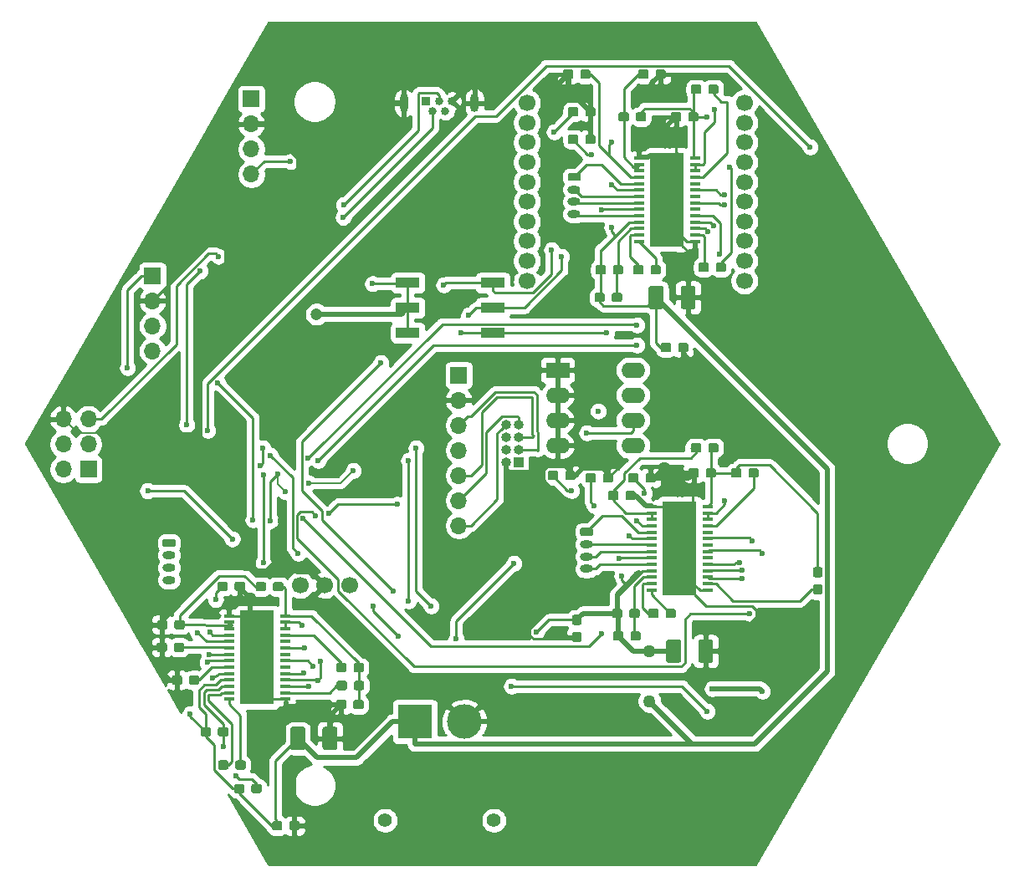
<source format=gbr>
G04 #@! TF.GenerationSoftware,KiCad,Pcbnew,(5.1.5)-3*
G04 #@! TF.CreationDate,2020-03-29T09:55:59+08:00*
G04 #@! TF.ProjectId,Misaka,4d697361-6b61-42e6-9b69-6361645f7063,rev?*
G04 #@! TF.SameCoordinates,Original*
G04 #@! TF.FileFunction,Copper,L2,Bot*
G04 #@! TF.FilePolarity,Positive*
%FSLAX46Y46*%
G04 Gerber Fmt 4.6, Leading zero omitted, Abs format (unit mm)*
G04 Created by KiCad (PCBNEW (5.1.5)-3) date 2020-03-29 09:55:59*
%MOMM*%
%LPD*%
G04 APERTURE LIST*
%ADD10C,0.100000*%
%ADD11C,1.700000*%
%ADD12O,2.400000X1.600000*%
%ADD13R,2.400000X1.600000*%
%ADD14C,0.600000*%
%ADD15R,3.400000X9.500000*%
%ADD16R,1.100000X0.400000*%
%ADD17R,2.440000X1.120000*%
%ADD18O,1.700000X1.700000*%
%ADD19R,1.700000X1.700000*%
%ADD20O,1.000000X1.000000*%
%ADD21R,1.000000X1.000000*%
%ADD22O,0.850000X1.850000*%
%ADD23C,0.840000*%
%ADD24R,0.840000X0.840000*%
%ADD25O,1.300000X0.800000*%
%ADD26C,3.500000*%
%ADD27R,3.500000X3.500000*%
%ADD28C,1.400000*%
%ADD29C,1.270000*%
%ADD30C,1.200000*%
%ADD31C,0.254000*%
%ADD32C,0.500000*%
%ADD33C,0.508000*%
%ADD34C,0.127000*%
G04 APERTURE END LIST*
G04 #@! TA.AperFunction,SMDPad,CuDef*
D10*
G36*
X41385779Y-98476144D02*
G01*
X41408834Y-98479563D01*
X41431443Y-98485227D01*
X41453387Y-98493079D01*
X41474457Y-98503044D01*
X41494448Y-98515026D01*
X41513168Y-98528910D01*
X41530438Y-98544562D01*
X41546090Y-98561832D01*
X41559974Y-98580552D01*
X41571956Y-98600543D01*
X41581921Y-98621613D01*
X41589773Y-98643557D01*
X41595437Y-98666166D01*
X41598856Y-98689221D01*
X41600000Y-98712500D01*
X41600000Y-99187500D01*
X41598856Y-99210779D01*
X41595437Y-99233834D01*
X41589773Y-99256443D01*
X41581921Y-99278387D01*
X41571956Y-99299457D01*
X41559974Y-99319448D01*
X41546090Y-99338168D01*
X41530438Y-99355438D01*
X41513168Y-99371090D01*
X41494448Y-99384974D01*
X41474457Y-99396956D01*
X41453387Y-99406921D01*
X41431443Y-99414773D01*
X41408834Y-99420437D01*
X41385779Y-99423856D01*
X41362500Y-99425000D01*
X40787500Y-99425000D01*
X40764221Y-99423856D01*
X40741166Y-99420437D01*
X40718557Y-99414773D01*
X40696613Y-99406921D01*
X40675543Y-99396956D01*
X40655552Y-99384974D01*
X40636832Y-99371090D01*
X40619562Y-99355438D01*
X40603910Y-99338168D01*
X40590026Y-99319448D01*
X40578044Y-99299457D01*
X40568079Y-99278387D01*
X40560227Y-99256443D01*
X40554563Y-99233834D01*
X40551144Y-99210779D01*
X40550000Y-99187500D01*
X40550000Y-98712500D01*
X40551144Y-98689221D01*
X40554563Y-98666166D01*
X40560227Y-98643557D01*
X40568079Y-98621613D01*
X40578044Y-98600543D01*
X40590026Y-98580552D01*
X40603910Y-98561832D01*
X40619562Y-98544562D01*
X40636832Y-98528910D01*
X40655552Y-98515026D01*
X40675543Y-98503044D01*
X40696613Y-98493079D01*
X40718557Y-98485227D01*
X40741166Y-98479563D01*
X40764221Y-98476144D01*
X40787500Y-98475000D01*
X41362500Y-98475000D01*
X41385779Y-98476144D01*
G37*
G04 #@! TD.AperFunction*
G04 #@! TA.AperFunction,SMDPad,CuDef*
G36*
X43135779Y-98476144D02*
G01*
X43158834Y-98479563D01*
X43181443Y-98485227D01*
X43203387Y-98493079D01*
X43224457Y-98503044D01*
X43244448Y-98515026D01*
X43263168Y-98528910D01*
X43280438Y-98544562D01*
X43296090Y-98561832D01*
X43309974Y-98580552D01*
X43321956Y-98600543D01*
X43331921Y-98621613D01*
X43339773Y-98643557D01*
X43345437Y-98666166D01*
X43348856Y-98689221D01*
X43350000Y-98712500D01*
X43350000Y-99187500D01*
X43348856Y-99210779D01*
X43345437Y-99233834D01*
X43339773Y-99256443D01*
X43331921Y-99278387D01*
X43321956Y-99299457D01*
X43309974Y-99319448D01*
X43296090Y-99338168D01*
X43280438Y-99355438D01*
X43263168Y-99371090D01*
X43244448Y-99384974D01*
X43224457Y-99396956D01*
X43203387Y-99406921D01*
X43181443Y-99414773D01*
X43158834Y-99420437D01*
X43135779Y-99423856D01*
X43112500Y-99425000D01*
X42537500Y-99425000D01*
X42514221Y-99423856D01*
X42491166Y-99420437D01*
X42468557Y-99414773D01*
X42446613Y-99406921D01*
X42425543Y-99396956D01*
X42405552Y-99384974D01*
X42386832Y-99371090D01*
X42369562Y-99355438D01*
X42353910Y-99338168D01*
X42340026Y-99319448D01*
X42328044Y-99299457D01*
X42318079Y-99278387D01*
X42310227Y-99256443D01*
X42304563Y-99233834D01*
X42301144Y-99210779D01*
X42300000Y-99187500D01*
X42300000Y-98712500D01*
X42301144Y-98689221D01*
X42304563Y-98666166D01*
X42310227Y-98643557D01*
X42318079Y-98621613D01*
X42328044Y-98600543D01*
X42340026Y-98580552D01*
X42353910Y-98561832D01*
X42369562Y-98544562D01*
X42386832Y-98528910D01*
X42405552Y-98515026D01*
X42425543Y-98503044D01*
X42446613Y-98493079D01*
X42468557Y-98485227D01*
X42491166Y-98479563D01*
X42514221Y-98476144D01*
X42537500Y-98475000D01*
X43112500Y-98475000D01*
X43135779Y-98476144D01*
G37*
G04 #@! TD.AperFunction*
G04 #@! TA.AperFunction,SMDPad,CuDef*
G36*
X95113504Y-94838204D02*
G01*
X95137773Y-94841804D01*
X95161571Y-94847765D01*
X95184671Y-94856030D01*
X95206849Y-94866520D01*
X95227893Y-94879133D01*
X95247598Y-94893747D01*
X95265777Y-94910223D01*
X95282253Y-94928402D01*
X95296867Y-94948107D01*
X95309480Y-94969151D01*
X95319970Y-94991329D01*
X95328235Y-95014429D01*
X95334196Y-95038227D01*
X95337796Y-95062496D01*
X95339000Y-95087000D01*
X95339000Y-96937000D01*
X95337796Y-96961504D01*
X95334196Y-96985773D01*
X95328235Y-97009571D01*
X95319970Y-97032671D01*
X95309480Y-97054849D01*
X95296867Y-97075893D01*
X95282253Y-97095598D01*
X95265777Y-97113777D01*
X95247598Y-97130253D01*
X95227893Y-97144867D01*
X95206849Y-97157480D01*
X95184671Y-97167970D01*
X95161571Y-97176235D01*
X95137773Y-97182196D01*
X95113504Y-97185796D01*
X95089000Y-97187000D01*
X94089000Y-97187000D01*
X94064496Y-97185796D01*
X94040227Y-97182196D01*
X94016429Y-97176235D01*
X93993329Y-97167970D01*
X93971151Y-97157480D01*
X93950107Y-97144867D01*
X93930402Y-97130253D01*
X93912223Y-97113777D01*
X93895747Y-97095598D01*
X93881133Y-97075893D01*
X93868520Y-97054849D01*
X93858030Y-97032671D01*
X93849765Y-97009571D01*
X93843804Y-96985773D01*
X93840204Y-96961504D01*
X93839000Y-96937000D01*
X93839000Y-95087000D01*
X93840204Y-95062496D01*
X93843804Y-95038227D01*
X93849765Y-95014429D01*
X93858030Y-94991329D01*
X93868520Y-94969151D01*
X93881133Y-94948107D01*
X93895747Y-94928402D01*
X93912223Y-94910223D01*
X93930402Y-94893747D01*
X93950107Y-94879133D01*
X93971151Y-94866520D01*
X93993329Y-94856030D01*
X94016429Y-94847765D01*
X94040227Y-94841804D01*
X94064496Y-94838204D01*
X94089000Y-94837000D01*
X95089000Y-94837000D01*
X95113504Y-94838204D01*
G37*
G04 #@! TD.AperFunction*
G04 #@! TA.AperFunction,SMDPad,CuDef*
G36*
X91863504Y-94838204D02*
G01*
X91887773Y-94841804D01*
X91911571Y-94847765D01*
X91934671Y-94856030D01*
X91956849Y-94866520D01*
X91977893Y-94879133D01*
X91997598Y-94893747D01*
X92015777Y-94910223D01*
X92032253Y-94928402D01*
X92046867Y-94948107D01*
X92059480Y-94969151D01*
X92069970Y-94991329D01*
X92078235Y-95014429D01*
X92084196Y-95038227D01*
X92087796Y-95062496D01*
X92089000Y-95087000D01*
X92089000Y-96937000D01*
X92087796Y-96961504D01*
X92084196Y-96985773D01*
X92078235Y-97009571D01*
X92069970Y-97032671D01*
X92059480Y-97054849D01*
X92046867Y-97075893D01*
X92032253Y-97095598D01*
X92015777Y-97113777D01*
X91997598Y-97130253D01*
X91977893Y-97144867D01*
X91956849Y-97157480D01*
X91934671Y-97167970D01*
X91911571Y-97176235D01*
X91887773Y-97182196D01*
X91863504Y-97185796D01*
X91839000Y-97187000D01*
X90839000Y-97187000D01*
X90814496Y-97185796D01*
X90790227Y-97182196D01*
X90766429Y-97176235D01*
X90743329Y-97167970D01*
X90721151Y-97157480D01*
X90700107Y-97144867D01*
X90680402Y-97130253D01*
X90662223Y-97113777D01*
X90645747Y-97095598D01*
X90631133Y-97075893D01*
X90618520Y-97054849D01*
X90608030Y-97032671D01*
X90599765Y-97009571D01*
X90593804Y-96985773D01*
X90590204Y-96961504D01*
X90589000Y-96937000D01*
X90589000Y-95087000D01*
X90590204Y-95062496D01*
X90593804Y-95038227D01*
X90599765Y-95014429D01*
X90608030Y-94991329D01*
X90618520Y-94969151D01*
X90631133Y-94948107D01*
X90645747Y-94928402D01*
X90662223Y-94910223D01*
X90680402Y-94893747D01*
X90700107Y-94879133D01*
X90721151Y-94866520D01*
X90743329Y-94856030D01*
X90766429Y-94847765D01*
X90790227Y-94841804D01*
X90814496Y-94838204D01*
X90839000Y-94837000D01*
X91839000Y-94837000D01*
X91863504Y-94838204D01*
G37*
G04 #@! TD.AperFunction*
G04 #@! TA.AperFunction,SMDPad,CuDef*
G36*
X93335504Y-59024204D02*
G01*
X93359773Y-59027804D01*
X93383571Y-59033765D01*
X93406671Y-59042030D01*
X93428849Y-59052520D01*
X93449893Y-59065133D01*
X93469598Y-59079747D01*
X93487777Y-59096223D01*
X93504253Y-59114402D01*
X93518867Y-59134107D01*
X93531480Y-59155151D01*
X93541970Y-59177329D01*
X93550235Y-59200429D01*
X93556196Y-59224227D01*
X93559796Y-59248496D01*
X93561000Y-59273000D01*
X93561000Y-61123000D01*
X93559796Y-61147504D01*
X93556196Y-61171773D01*
X93550235Y-61195571D01*
X93541970Y-61218671D01*
X93531480Y-61240849D01*
X93518867Y-61261893D01*
X93504253Y-61281598D01*
X93487777Y-61299777D01*
X93469598Y-61316253D01*
X93449893Y-61330867D01*
X93428849Y-61343480D01*
X93406671Y-61353970D01*
X93383571Y-61362235D01*
X93359773Y-61368196D01*
X93335504Y-61371796D01*
X93311000Y-61373000D01*
X92311000Y-61373000D01*
X92286496Y-61371796D01*
X92262227Y-61368196D01*
X92238429Y-61362235D01*
X92215329Y-61353970D01*
X92193151Y-61343480D01*
X92172107Y-61330867D01*
X92152402Y-61316253D01*
X92134223Y-61299777D01*
X92117747Y-61281598D01*
X92103133Y-61261893D01*
X92090520Y-61240849D01*
X92080030Y-61218671D01*
X92071765Y-61195571D01*
X92065804Y-61171773D01*
X92062204Y-61147504D01*
X92061000Y-61123000D01*
X92061000Y-59273000D01*
X92062204Y-59248496D01*
X92065804Y-59224227D01*
X92071765Y-59200429D01*
X92080030Y-59177329D01*
X92090520Y-59155151D01*
X92103133Y-59134107D01*
X92117747Y-59114402D01*
X92134223Y-59096223D01*
X92152402Y-59079747D01*
X92172107Y-59065133D01*
X92193151Y-59052520D01*
X92215329Y-59042030D01*
X92238429Y-59033765D01*
X92262227Y-59027804D01*
X92286496Y-59024204D01*
X92311000Y-59023000D01*
X93311000Y-59023000D01*
X93335504Y-59024204D01*
G37*
G04 #@! TD.AperFunction*
G04 #@! TA.AperFunction,SMDPad,CuDef*
G36*
X90085504Y-59024204D02*
G01*
X90109773Y-59027804D01*
X90133571Y-59033765D01*
X90156671Y-59042030D01*
X90178849Y-59052520D01*
X90199893Y-59065133D01*
X90219598Y-59079747D01*
X90237777Y-59096223D01*
X90254253Y-59114402D01*
X90268867Y-59134107D01*
X90281480Y-59155151D01*
X90291970Y-59177329D01*
X90300235Y-59200429D01*
X90306196Y-59224227D01*
X90309796Y-59248496D01*
X90311000Y-59273000D01*
X90311000Y-61123000D01*
X90309796Y-61147504D01*
X90306196Y-61171773D01*
X90300235Y-61195571D01*
X90291970Y-61218671D01*
X90281480Y-61240849D01*
X90268867Y-61261893D01*
X90254253Y-61281598D01*
X90237777Y-61299777D01*
X90219598Y-61316253D01*
X90199893Y-61330867D01*
X90178849Y-61343480D01*
X90156671Y-61353970D01*
X90133571Y-61362235D01*
X90109773Y-61368196D01*
X90085504Y-61371796D01*
X90061000Y-61373000D01*
X89061000Y-61373000D01*
X89036496Y-61371796D01*
X89012227Y-61368196D01*
X88988429Y-61362235D01*
X88965329Y-61353970D01*
X88943151Y-61343480D01*
X88922107Y-61330867D01*
X88902402Y-61316253D01*
X88884223Y-61299777D01*
X88867747Y-61281598D01*
X88853133Y-61261893D01*
X88840520Y-61240849D01*
X88830030Y-61218671D01*
X88821765Y-61195571D01*
X88815804Y-61171773D01*
X88812204Y-61147504D01*
X88811000Y-61123000D01*
X88811000Y-59273000D01*
X88812204Y-59248496D01*
X88815804Y-59224227D01*
X88821765Y-59200429D01*
X88830030Y-59177329D01*
X88840520Y-59155151D01*
X88853133Y-59134107D01*
X88867747Y-59114402D01*
X88884223Y-59096223D01*
X88902402Y-59079747D01*
X88922107Y-59065133D01*
X88943151Y-59052520D01*
X88965329Y-59042030D01*
X88988429Y-59033765D01*
X89012227Y-59027804D01*
X89036496Y-59024204D01*
X89061000Y-59023000D01*
X90061000Y-59023000D01*
X90085504Y-59024204D01*
G37*
G04 #@! TD.AperFunction*
G04 #@! TA.AperFunction,SMDPad,CuDef*
G36*
X57079504Y-103676204D02*
G01*
X57103773Y-103679804D01*
X57127571Y-103685765D01*
X57150671Y-103694030D01*
X57172849Y-103704520D01*
X57193893Y-103717133D01*
X57213598Y-103731747D01*
X57231777Y-103748223D01*
X57248253Y-103766402D01*
X57262867Y-103786107D01*
X57275480Y-103807151D01*
X57285970Y-103829329D01*
X57294235Y-103852429D01*
X57300196Y-103876227D01*
X57303796Y-103900496D01*
X57305000Y-103925000D01*
X57305000Y-105775000D01*
X57303796Y-105799504D01*
X57300196Y-105823773D01*
X57294235Y-105847571D01*
X57285970Y-105870671D01*
X57275480Y-105892849D01*
X57262867Y-105913893D01*
X57248253Y-105933598D01*
X57231777Y-105951777D01*
X57213598Y-105968253D01*
X57193893Y-105982867D01*
X57172849Y-105995480D01*
X57150671Y-106005970D01*
X57127571Y-106014235D01*
X57103773Y-106020196D01*
X57079504Y-106023796D01*
X57055000Y-106025000D01*
X56055000Y-106025000D01*
X56030496Y-106023796D01*
X56006227Y-106020196D01*
X55982429Y-106014235D01*
X55959329Y-106005970D01*
X55937151Y-105995480D01*
X55916107Y-105982867D01*
X55896402Y-105968253D01*
X55878223Y-105951777D01*
X55861747Y-105933598D01*
X55847133Y-105913893D01*
X55834520Y-105892849D01*
X55824030Y-105870671D01*
X55815765Y-105847571D01*
X55809804Y-105823773D01*
X55806204Y-105799504D01*
X55805000Y-105775000D01*
X55805000Y-103925000D01*
X55806204Y-103900496D01*
X55809804Y-103876227D01*
X55815765Y-103852429D01*
X55824030Y-103829329D01*
X55834520Y-103807151D01*
X55847133Y-103786107D01*
X55861747Y-103766402D01*
X55878223Y-103748223D01*
X55896402Y-103731747D01*
X55916107Y-103717133D01*
X55937151Y-103704520D01*
X55959329Y-103694030D01*
X55982429Y-103685765D01*
X56006227Y-103679804D01*
X56030496Y-103676204D01*
X56055000Y-103675000D01*
X57055000Y-103675000D01*
X57079504Y-103676204D01*
G37*
G04 #@! TD.AperFunction*
G04 #@! TA.AperFunction,SMDPad,CuDef*
G36*
X53829504Y-103676204D02*
G01*
X53853773Y-103679804D01*
X53877571Y-103685765D01*
X53900671Y-103694030D01*
X53922849Y-103704520D01*
X53943893Y-103717133D01*
X53963598Y-103731747D01*
X53981777Y-103748223D01*
X53998253Y-103766402D01*
X54012867Y-103786107D01*
X54025480Y-103807151D01*
X54035970Y-103829329D01*
X54044235Y-103852429D01*
X54050196Y-103876227D01*
X54053796Y-103900496D01*
X54055000Y-103925000D01*
X54055000Y-105775000D01*
X54053796Y-105799504D01*
X54050196Y-105823773D01*
X54044235Y-105847571D01*
X54035970Y-105870671D01*
X54025480Y-105892849D01*
X54012867Y-105913893D01*
X53998253Y-105933598D01*
X53981777Y-105951777D01*
X53963598Y-105968253D01*
X53943893Y-105982867D01*
X53922849Y-105995480D01*
X53900671Y-106005970D01*
X53877571Y-106014235D01*
X53853773Y-106020196D01*
X53829504Y-106023796D01*
X53805000Y-106025000D01*
X52805000Y-106025000D01*
X52780496Y-106023796D01*
X52756227Y-106020196D01*
X52732429Y-106014235D01*
X52709329Y-106005970D01*
X52687151Y-105995480D01*
X52666107Y-105982867D01*
X52646402Y-105968253D01*
X52628223Y-105951777D01*
X52611747Y-105933598D01*
X52597133Y-105913893D01*
X52584520Y-105892849D01*
X52574030Y-105870671D01*
X52565765Y-105847571D01*
X52559804Y-105823773D01*
X52556204Y-105799504D01*
X52555000Y-105775000D01*
X52555000Y-103925000D01*
X52556204Y-103900496D01*
X52559804Y-103876227D01*
X52565765Y-103852429D01*
X52574030Y-103829329D01*
X52584520Y-103807151D01*
X52597133Y-103786107D01*
X52611747Y-103766402D01*
X52628223Y-103748223D01*
X52646402Y-103731747D01*
X52666107Y-103717133D01*
X52687151Y-103704520D01*
X52709329Y-103694030D01*
X52732429Y-103685765D01*
X52756227Y-103679804D01*
X52780496Y-103676204D01*
X52805000Y-103675000D01*
X53805000Y-103675000D01*
X53829504Y-103676204D01*
G37*
G04 #@! TD.AperFunction*
D11*
X53540000Y-89330000D03*
X56040000Y-89330000D03*
X58540000Y-89330000D03*
D12*
X87220000Y-67564000D03*
X79600000Y-75184000D03*
X87220000Y-70104000D03*
X79600000Y-72644000D03*
X87220000Y-72644000D03*
X79600000Y-70104000D03*
X87220000Y-75184000D03*
D13*
X79600000Y-67564000D03*
D14*
X90648000Y-81148000D03*
X91948000Y-81148000D03*
X93248000Y-81148000D03*
X90648000Y-82928000D03*
X91948000Y-82928000D03*
X93248000Y-82928000D03*
X90648000Y-84708000D03*
X91948000Y-84708000D03*
X93248000Y-84708000D03*
X90648000Y-86488000D03*
X91948000Y-86488000D03*
X93248000Y-86488000D03*
X90648000Y-88268000D03*
X91948000Y-88268000D03*
X93248000Y-88268000D03*
X93248000Y-90048000D03*
X91948000Y-90048000D03*
X90648000Y-90048000D03*
D15*
X91948000Y-85598000D03*
D16*
X94798000Y-89823000D03*
X94798000Y-89173000D03*
X94798000Y-88523000D03*
X94798000Y-87873000D03*
X94798000Y-87223000D03*
X94798000Y-86573000D03*
X94798000Y-85923000D03*
X94798000Y-85273000D03*
X94798000Y-84623000D03*
X94798000Y-83973000D03*
X94798000Y-83323000D03*
X94798000Y-82673000D03*
X94798000Y-82023000D03*
X94798000Y-81373000D03*
X89098000Y-81373000D03*
X89098000Y-82023000D03*
X89098000Y-82673000D03*
X89098000Y-83323000D03*
X89098000Y-83973000D03*
X89098000Y-84623000D03*
X89098000Y-85273000D03*
X89098000Y-85923000D03*
X89098000Y-86573000D03*
X89098000Y-87223000D03*
X89098000Y-87873000D03*
X89098000Y-88523000D03*
X89098000Y-89173000D03*
X89098000Y-89823000D03*
D14*
X89360000Y-45850000D03*
X90660000Y-45850000D03*
X91960000Y-45850000D03*
X89360000Y-47630000D03*
X90660000Y-47630000D03*
X91960000Y-47630000D03*
X89360000Y-49410000D03*
X90660000Y-49410000D03*
X91960000Y-49410000D03*
X89360000Y-51190000D03*
X90660000Y-51190000D03*
X91960000Y-51190000D03*
X89360000Y-52970000D03*
X90660000Y-52970000D03*
X91960000Y-52970000D03*
X91960000Y-54750000D03*
X90660000Y-54750000D03*
X89360000Y-54750000D03*
D15*
X90660000Y-50300000D03*
D16*
X93510000Y-54525000D03*
X93510000Y-53875000D03*
X93510000Y-53225000D03*
X93510000Y-52575000D03*
X93510000Y-51925000D03*
X93510000Y-51275000D03*
X93510000Y-50625000D03*
X93510000Y-49975000D03*
X93510000Y-49325000D03*
X93510000Y-48675000D03*
X93510000Y-48025000D03*
X93510000Y-47375000D03*
X93510000Y-46725000D03*
X93510000Y-46075000D03*
X87810000Y-46075000D03*
X87810000Y-46725000D03*
X87810000Y-47375000D03*
X87810000Y-48025000D03*
X87810000Y-48675000D03*
X87810000Y-49325000D03*
X87810000Y-49975000D03*
X87810000Y-50625000D03*
X87810000Y-51275000D03*
X87810000Y-51925000D03*
X87810000Y-52575000D03*
X87810000Y-53225000D03*
X87810000Y-53875000D03*
X87810000Y-54525000D03*
D14*
X47890000Y-92215000D03*
X49190000Y-92215000D03*
X50490000Y-92215000D03*
X47890000Y-93995000D03*
X49190000Y-93995000D03*
X50490000Y-93995000D03*
X47890000Y-95775000D03*
X49190000Y-95775000D03*
X50490000Y-95775000D03*
X47890000Y-97555000D03*
X49190000Y-97555000D03*
X50490000Y-97555000D03*
X47890000Y-99335000D03*
X49190000Y-99335000D03*
X50490000Y-99335000D03*
X50490000Y-101115000D03*
X49190000Y-101115000D03*
X47890000Y-101115000D03*
D15*
X49190000Y-96665000D03*
D16*
X52040000Y-100890000D03*
X52040000Y-100240000D03*
X52040000Y-99590000D03*
X52040000Y-98940000D03*
X52040000Y-98290000D03*
X52040000Y-97640000D03*
X52040000Y-96990000D03*
X52040000Y-96340000D03*
X52040000Y-95690000D03*
X52040000Y-95040000D03*
X52040000Y-94390000D03*
X52040000Y-93740000D03*
X52040000Y-93090000D03*
X52040000Y-92440000D03*
X46340000Y-92440000D03*
X46340000Y-93090000D03*
X46340000Y-93740000D03*
X46340000Y-94390000D03*
X46340000Y-95040000D03*
X46340000Y-95690000D03*
X46340000Y-96340000D03*
X46340000Y-96990000D03*
X46340000Y-97640000D03*
X46340000Y-98290000D03*
X46340000Y-98940000D03*
X46340000Y-99590000D03*
X46340000Y-100240000D03*
X46340000Y-100890000D03*
D17*
X73035000Y-63780000D03*
X64425000Y-58700000D03*
X73035000Y-61240000D03*
X64425000Y-61240000D03*
X73035000Y-58700000D03*
X64425000Y-63780000D03*
G04 #@! TA.AperFunction,SMDPad,CuDef*
D10*
G36*
X106178779Y-87501144D02*
G01*
X106201834Y-87504563D01*
X106224443Y-87510227D01*
X106246387Y-87518079D01*
X106267457Y-87528044D01*
X106287448Y-87540026D01*
X106306168Y-87553910D01*
X106323438Y-87569562D01*
X106339090Y-87586832D01*
X106352974Y-87605552D01*
X106364956Y-87625543D01*
X106374921Y-87646613D01*
X106382773Y-87668557D01*
X106388437Y-87691166D01*
X106391856Y-87714221D01*
X106393000Y-87737500D01*
X106393000Y-88312500D01*
X106391856Y-88335779D01*
X106388437Y-88358834D01*
X106382773Y-88381443D01*
X106374921Y-88403387D01*
X106364956Y-88424457D01*
X106352974Y-88444448D01*
X106339090Y-88463168D01*
X106323438Y-88480438D01*
X106306168Y-88496090D01*
X106287448Y-88509974D01*
X106267457Y-88521956D01*
X106246387Y-88531921D01*
X106224443Y-88539773D01*
X106201834Y-88545437D01*
X106178779Y-88548856D01*
X106155500Y-88550000D01*
X105680500Y-88550000D01*
X105657221Y-88548856D01*
X105634166Y-88545437D01*
X105611557Y-88539773D01*
X105589613Y-88531921D01*
X105568543Y-88521956D01*
X105548552Y-88509974D01*
X105529832Y-88496090D01*
X105512562Y-88480438D01*
X105496910Y-88463168D01*
X105483026Y-88444448D01*
X105471044Y-88424457D01*
X105461079Y-88403387D01*
X105453227Y-88381443D01*
X105447563Y-88358834D01*
X105444144Y-88335779D01*
X105443000Y-88312500D01*
X105443000Y-87737500D01*
X105444144Y-87714221D01*
X105447563Y-87691166D01*
X105453227Y-87668557D01*
X105461079Y-87646613D01*
X105471044Y-87625543D01*
X105483026Y-87605552D01*
X105496910Y-87586832D01*
X105512562Y-87569562D01*
X105529832Y-87553910D01*
X105548552Y-87540026D01*
X105568543Y-87528044D01*
X105589613Y-87518079D01*
X105611557Y-87510227D01*
X105634166Y-87504563D01*
X105657221Y-87501144D01*
X105680500Y-87500000D01*
X106155500Y-87500000D01*
X106178779Y-87501144D01*
G37*
G04 #@! TD.AperFunction*
G04 #@! TA.AperFunction,SMDPad,CuDef*
G36*
X106178779Y-89251144D02*
G01*
X106201834Y-89254563D01*
X106224443Y-89260227D01*
X106246387Y-89268079D01*
X106267457Y-89278044D01*
X106287448Y-89290026D01*
X106306168Y-89303910D01*
X106323438Y-89319562D01*
X106339090Y-89336832D01*
X106352974Y-89355552D01*
X106364956Y-89375543D01*
X106374921Y-89396613D01*
X106382773Y-89418557D01*
X106388437Y-89441166D01*
X106391856Y-89464221D01*
X106393000Y-89487500D01*
X106393000Y-90062500D01*
X106391856Y-90085779D01*
X106388437Y-90108834D01*
X106382773Y-90131443D01*
X106374921Y-90153387D01*
X106364956Y-90174457D01*
X106352974Y-90194448D01*
X106339090Y-90213168D01*
X106323438Y-90230438D01*
X106306168Y-90246090D01*
X106287448Y-90259974D01*
X106267457Y-90271956D01*
X106246387Y-90281921D01*
X106224443Y-90289773D01*
X106201834Y-90295437D01*
X106178779Y-90298856D01*
X106155500Y-90300000D01*
X105680500Y-90300000D01*
X105657221Y-90298856D01*
X105634166Y-90295437D01*
X105611557Y-90289773D01*
X105589613Y-90281921D01*
X105568543Y-90271956D01*
X105548552Y-90259974D01*
X105529832Y-90246090D01*
X105512562Y-90230438D01*
X105496910Y-90213168D01*
X105483026Y-90194448D01*
X105471044Y-90174457D01*
X105461079Y-90153387D01*
X105453227Y-90131443D01*
X105447563Y-90108834D01*
X105444144Y-90085779D01*
X105443000Y-90062500D01*
X105443000Y-89487500D01*
X105444144Y-89464221D01*
X105447563Y-89441166D01*
X105453227Y-89418557D01*
X105461079Y-89396613D01*
X105471044Y-89375543D01*
X105483026Y-89355552D01*
X105496910Y-89336832D01*
X105512562Y-89319562D01*
X105529832Y-89303910D01*
X105548552Y-89290026D01*
X105568543Y-89278044D01*
X105589613Y-89268079D01*
X105611557Y-89260227D01*
X105634166Y-89254563D01*
X105657221Y-89251144D01*
X105680500Y-89250000D01*
X106155500Y-89250000D01*
X106178779Y-89251144D01*
G37*
G04 #@! TD.AperFunction*
G04 #@! TA.AperFunction,SMDPad,CuDef*
G36*
X97987779Y-77504144D02*
G01*
X98010834Y-77507563D01*
X98033443Y-77513227D01*
X98055387Y-77521079D01*
X98076457Y-77531044D01*
X98096448Y-77543026D01*
X98115168Y-77556910D01*
X98132438Y-77572562D01*
X98148090Y-77589832D01*
X98161974Y-77608552D01*
X98173956Y-77628543D01*
X98183921Y-77649613D01*
X98191773Y-77671557D01*
X98197437Y-77694166D01*
X98200856Y-77717221D01*
X98202000Y-77740500D01*
X98202000Y-78215500D01*
X98200856Y-78238779D01*
X98197437Y-78261834D01*
X98191773Y-78284443D01*
X98183921Y-78306387D01*
X98173956Y-78327457D01*
X98161974Y-78347448D01*
X98148090Y-78366168D01*
X98132438Y-78383438D01*
X98115168Y-78399090D01*
X98096448Y-78412974D01*
X98076457Y-78424956D01*
X98055387Y-78434921D01*
X98033443Y-78442773D01*
X98010834Y-78448437D01*
X97987779Y-78451856D01*
X97964500Y-78453000D01*
X97389500Y-78453000D01*
X97366221Y-78451856D01*
X97343166Y-78448437D01*
X97320557Y-78442773D01*
X97298613Y-78434921D01*
X97277543Y-78424956D01*
X97257552Y-78412974D01*
X97238832Y-78399090D01*
X97221562Y-78383438D01*
X97205910Y-78366168D01*
X97192026Y-78347448D01*
X97180044Y-78327457D01*
X97170079Y-78306387D01*
X97162227Y-78284443D01*
X97156563Y-78261834D01*
X97153144Y-78238779D01*
X97152000Y-78215500D01*
X97152000Y-77740500D01*
X97153144Y-77717221D01*
X97156563Y-77694166D01*
X97162227Y-77671557D01*
X97170079Y-77649613D01*
X97180044Y-77628543D01*
X97192026Y-77608552D01*
X97205910Y-77589832D01*
X97221562Y-77572562D01*
X97238832Y-77556910D01*
X97257552Y-77543026D01*
X97277543Y-77531044D01*
X97298613Y-77521079D01*
X97320557Y-77513227D01*
X97343166Y-77507563D01*
X97366221Y-77504144D01*
X97389500Y-77503000D01*
X97964500Y-77503000D01*
X97987779Y-77504144D01*
G37*
G04 #@! TD.AperFunction*
G04 #@! TA.AperFunction,SMDPad,CuDef*
G36*
X99737779Y-77504144D02*
G01*
X99760834Y-77507563D01*
X99783443Y-77513227D01*
X99805387Y-77521079D01*
X99826457Y-77531044D01*
X99846448Y-77543026D01*
X99865168Y-77556910D01*
X99882438Y-77572562D01*
X99898090Y-77589832D01*
X99911974Y-77608552D01*
X99923956Y-77628543D01*
X99933921Y-77649613D01*
X99941773Y-77671557D01*
X99947437Y-77694166D01*
X99950856Y-77717221D01*
X99952000Y-77740500D01*
X99952000Y-78215500D01*
X99950856Y-78238779D01*
X99947437Y-78261834D01*
X99941773Y-78284443D01*
X99933921Y-78306387D01*
X99923956Y-78327457D01*
X99911974Y-78347448D01*
X99898090Y-78366168D01*
X99882438Y-78383438D01*
X99865168Y-78399090D01*
X99846448Y-78412974D01*
X99826457Y-78424956D01*
X99805387Y-78434921D01*
X99783443Y-78442773D01*
X99760834Y-78448437D01*
X99737779Y-78451856D01*
X99714500Y-78453000D01*
X99139500Y-78453000D01*
X99116221Y-78451856D01*
X99093166Y-78448437D01*
X99070557Y-78442773D01*
X99048613Y-78434921D01*
X99027543Y-78424956D01*
X99007552Y-78412974D01*
X98988832Y-78399090D01*
X98971562Y-78383438D01*
X98955910Y-78366168D01*
X98942026Y-78347448D01*
X98930044Y-78327457D01*
X98920079Y-78306387D01*
X98912227Y-78284443D01*
X98906563Y-78261834D01*
X98903144Y-78238779D01*
X98902000Y-78215500D01*
X98902000Y-77740500D01*
X98903144Y-77717221D01*
X98906563Y-77694166D01*
X98912227Y-77671557D01*
X98920079Y-77649613D01*
X98930044Y-77628543D01*
X98942026Y-77608552D01*
X98955910Y-77589832D01*
X98971562Y-77572562D01*
X98988832Y-77556910D01*
X99007552Y-77543026D01*
X99027543Y-77531044D01*
X99048613Y-77521079D01*
X99070557Y-77513227D01*
X99093166Y-77507563D01*
X99116221Y-77504144D01*
X99139500Y-77503000D01*
X99714500Y-77503000D01*
X99737779Y-77504144D01*
G37*
G04 #@! TD.AperFunction*
G04 #@! TA.AperFunction,SMDPad,CuDef*
G36*
X81195779Y-77758144D02*
G01*
X81218834Y-77761563D01*
X81241443Y-77767227D01*
X81263387Y-77775079D01*
X81284457Y-77785044D01*
X81304448Y-77797026D01*
X81323168Y-77810910D01*
X81340438Y-77826562D01*
X81356090Y-77843832D01*
X81369974Y-77862552D01*
X81381956Y-77882543D01*
X81391921Y-77903613D01*
X81399773Y-77925557D01*
X81405437Y-77948166D01*
X81408856Y-77971221D01*
X81410000Y-77994500D01*
X81410000Y-78469500D01*
X81408856Y-78492779D01*
X81405437Y-78515834D01*
X81399773Y-78538443D01*
X81391921Y-78560387D01*
X81381956Y-78581457D01*
X81369974Y-78601448D01*
X81356090Y-78620168D01*
X81340438Y-78637438D01*
X81323168Y-78653090D01*
X81304448Y-78666974D01*
X81284457Y-78678956D01*
X81263387Y-78688921D01*
X81241443Y-78696773D01*
X81218834Y-78702437D01*
X81195779Y-78705856D01*
X81172500Y-78707000D01*
X80597500Y-78707000D01*
X80574221Y-78705856D01*
X80551166Y-78702437D01*
X80528557Y-78696773D01*
X80506613Y-78688921D01*
X80485543Y-78678956D01*
X80465552Y-78666974D01*
X80446832Y-78653090D01*
X80429562Y-78637438D01*
X80413910Y-78620168D01*
X80400026Y-78601448D01*
X80388044Y-78581457D01*
X80378079Y-78560387D01*
X80370227Y-78538443D01*
X80364563Y-78515834D01*
X80361144Y-78492779D01*
X80360000Y-78469500D01*
X80360000Y-77994500D01*
X80361144Y-77971221D01*
X80364563Y-77948166D01*
X80370227Y-77925557D01*
X80378079Y-77903613D01*
X80388044Y-77882543D01*
X80400026Y-77862552D01*
X80413910Y-77843832D01*
X80429562Y-77826562D01*
X80446832Y-77810910D01*
X80465552Y-77797026D01*
X80485543Y-77785044D01*
X80506613Y-77775079D01*
X80528557Y-77767227D01*
X80551166Y-77761563D01*
X80574221Y-77758144D01*
X80597500Y-77757000D01*
X81172500Y-77757000D01*
X81195779Y-77758144D01*
G37*
G04 #@! TD.AperFunction*
G04 #@! TA.AperFunction,SMDPad,CuDef*
G36*
X79445779Y-77758144D02*
G01*
X79468834Y-77761563D01*
X79491443Y-77767227D01*
X79513387Y-77775079D01*
X79534457Y-77785044D01*
X79554448Y-77797026D01*
X79573168Y-77810910D01*
X79590438Y-77826562D01*
X79606090Y-77843832D01*
X79619974Y-77862552D01*
X79631956Y-77882543D01*
X79641921Y-77903613D01*
X79649773Y-77925557D01*
X79655437Y-77948166D01*
X79658856Y-77971221D01*
X79660000Y-77994500D01*
X79660000Y-78469500D01*
X79658856Y-78492779D01*
X79655437Y-78515834D01*
X79649773Y-78538443D01*
X79641921Y-78560387D01*
X79631956Y-78581457D01*
X79619974Y-78601448D01*
X79606090Y-78620168D01*
X79590438Y-78637438D01*
X79573168Y-78653090D01*
X79554448Y-78666974D01*
X79534457Y-78678956D01*
X79513387Y-78688921D01*
X79491443Y-78696773D01*
X79468834Y-78702437D01*
X79445779Y-78705856D01*
X79422500Y-78707000D01*
X78847500Y-78707000D01*
X78824221Y-78705856D01*
X78801166Y-78702437D01*
X78778557Y-78696773D01*
X78756613Y-78688921D01*
X78735543Y-78678956D01*
X78715552Y-78666974D01*
X78696832Y-78653090D01*
X78679562Y-78637438D01*
X78663910Y-78620168D01*
X78650026Y-78601448D01*
X78638044Y-78581457D01*
X78628079Y-78560387D01*
X78620227Y-78538443D01*
X78614563Y-78515834D01*
X78611144Y-78492779D01*
X78610000Y-78469500D01*
X78610000Y-77994500D01*
X78611144Y-77971221D01*
X78614563Y-77948166D01*
X78620227Y-77925557D01*
X78628079Y-77903613D01*
X78638044Y-77882543D01*
X78650026Y-77862552D01*
X78663910Y-77843832D01*
X78679562Y-77826562D01*
X78696832Y-77810910D01*
X78715552Y-77797026D01*
X78735543Y-77785044D01*
X78756613Y-77775079D01*
X78778557Y-77767227D01*
X78801166Y-77761563D01*
X78824221Y-77758144D01*
X78847500Y-77757000D01*
X79422500Y-77757000D01*
X79445779Y-77758144D01*
G37*
G04 #@! TD.AperFunction*
G04 #@! TA.AperFunction,SMDPad,CuDef*
G36*
X85005779Y-78012144D02*
G01*
X85028834Y-78015563D01*
X85051443Y-78021227D01*
X85073387Y-78029079D01*
X85094457Y-78039044D01*
X85114448Y-78051026D01*
X85133168Y-78064910D01*
X85150438Y-78080562D01*
X85166090Y-78097832D01*
X85179974Y-78116552D01*
X85191956Y-78136543D01*
X85201921Y-78157613D01*
X85209773Y-78179557D01*
X85215437Y-78202166D01*
X85218856Y-78225221D01*
X85220000Y-78248500D01*
X85220000Y-78723500D01*
X85218856Y-78746779D01*
X85215437Y-78769834D01*
X85209773Y-78792443D01*
X85201921Y-78814387D01*
X85191956Y-78835457D01*
X85179974Y-78855448D01*
X85166090Y-78874168D01*
X85150438Y-78891438D01*
X85133168Y-78907090D01*
X85114448Y-78920974D01*
X85094457Y-78932956D01*
X85073387Y-78942921D01*
X85051443Y-78950773D01*
X85028834Y-78956437D01*
X85005779Y-78959856D01*
X84982500Y-78961000D01*
X84407500Y-78961000D01*
X84384221Y-78959856D01*
X84361166Y-78956437D01*
X84338557Y-78950773D01*
X84316613Y-78942921D01*
X84295543Y-78932956D01*
X84275552Y-78920974D01*
X84256832Y-78907090D01*
X84239562Y-78891438D01*
X84223910Y-78874168D01*
X84210026Y-78855448D01*
X84198044Y-78835457D01*
X84188079Y-78814387D01*
X84180227Y-78792443D01*
X84174563Y-78769834D01*
X84171144Y-78746779D01*
X84170000Y-78723500D01*
X84170000Y-78248500D01*
X84171144Y-78225221D01*
X84174563Y-78202166D01*
X84180227Y-78179557D01*
X84188079Y-78157613D01*
X84198044Y-78136543D01*
X84210026Y-78116552D01*
X84223910Y-78097832D01*
X84239562Y-78080562D01*
X84256832Y-78064910D01*
X84275552Y-78051026D01*
X84295543Y-78039044D01*
X84316613Y-78029079D01*
X84338557Y-78021227D01*
X84361166Y-78015563D01*
X84384221Y-78012144D01*
X84407500Y-78011000D01*
X84982500Y-78011000D01*
X85005779Y-78012144D01*
G37*
G04 #@! TD.AperFunction*
G04 #@! TA.AperFunction,SMDPad,CuDef*
G36*
X83255779Y-78012144D02*
G01*
X83278834Y-78015563D01*
X83301443Y-78021227D01*
X83323387Y-78029079D01*
X83344457Y-78039044D01*
X83364448Y-78051026D01*
X83383168Y-78064910D01*
X83400438Y-78080562D01*
X83416090Y-78097832D01*
X83429974Y-78116552D01*
X83441956Y-78136543D01*
X83451921Y-78157613D01*
X83459773Y-78179557D01*
X83465437Y-78202166D01*
X83468856Y-78225221D01*
X83470000Y-78248500D01*
X83470000Y-78723500D01*
X83468856Y-78746779D01*
X83465437Y-78769834D01*
X83459773Y-78792443D01*
X83451921Y-78814387D01*
X83441956Y-78835457D01*
X83429974Y-78855448D01*
X83416090Y-78874168D01*
X83400438Y-78891438D01*
X83383168Y-78907090D01*
X83364448Y-78920974D01*
X83344457Y-78932956D01*
X83323387Y-78942921D01*
X83301443Y-78950773D01*
X83278834Y-78956437D01*
X83255779Y-78959856D01*
X83232500Y-78961000D01*
X82657500Y-78961000D01*
X82634221Y-78959856D01*
X82611166Y-78956437D01*
X82588557Y-78950773D01*
X82566613Y-78942921D01*
X82545543Y-78932956D01*
X82525552Y-78920974D01*
X82506832Y-78907090D01*
X82489562Y-78891438D01*
X82473910Y-78874168D01*
X82460026Y-78855448D01*
X82448044Y-78835457D01*
X82438079Y-78814387D01*
X82430227Y-78792443D01*
X82424563Y-78769834D01*
X82421144Y-78746779D01*
X82420000Y-78723500D01*
X82420000Y-78248500D01*
X82421144Y-78225221D01*
X82424563Y-78202166D01*
X82430227Y-78179557D01*
X82438079Y-78157613D01*
X82448044Y-78136543D01*
X82460026Y-78116552D01*
X82473910Y-78097832D01*
X82489562Y-78080562D01*
X82506832Y-78064910D01*
X82525552Y-78051026D01*
X82545543Y-78039044D01*
X82566613Y-78029079D01*
X82588557Y-78021227D01*
X82611166Y-78015563D01*
X82634221Y-78012144D01*
X82657500Y-78011000D01*
X83232500Y-78011000D01*
X83255779Y-78012144D01*
G37*
G04 #@! TD.AperFunction*
G04 #@! TA.AperFunction,SMDPad,CuDef*
G36*
X87799779Y-94014144D02*
G01*
X87822834Y-94017563D01*
X87845443Y-94023227D01*
X87867387Y-94031079D01*
X87888457Y-94041044D01*
X87908448Y-94053026D01*
X87927168Y-94066910D01*
X87944438Y-94082562D01*
X87960090Y-94099832D01*
X87973974Y-94118552D01*
X87985956Y-94138543D01*
X87995921Y-94159613D01*
X88003773Y-94181557D01*
X88009437Y-94204166D01*
X88012856Y-94227221D01*
X88014000Y-94250500D01*
X88014000Y-94725500D01*
X88012856Y-94748779D01*
X88009437Y-94771834D01*
X88003773Y-94794443D01*
X87995921Y-94816387D01*
X87985956Y-94837457D01*
X87973974Y-94857448D01*
X87960090Y-94876168D01*
X87944438Y-94893438D01*
X87927168Y-94909090D01*
X87908448Y-94922974D01*
X87888457Y-94934956D01*
X87867387Y-94944921D01*
X87845443Y-94952773D01*
X87822834Y-94958437D01*
X87799779Y-94961856D01*
X87776500Y-94963000D01*
X87201500Y-94963000D01*
X87178221Y-94961856D01*
X87155166Y-94958437D01*
X87132557Y-94952773D01*
X87110613Y-94944921D01*
X87089543Y-94934956D01*
X87069552Y-94922974D01*
X87050832Y-94909090D01*
X87033562Y-94893438D01*
X87017910Y-94876168D01*
X87004026Y-94857448D01*
X86992044Y-94837457D01*
X86982079Y-94816387D01*
X86974227Y-94794443D01*
X86968563Y-94771834D01*
X86965144Y-94748779D01*
X86964000Y-94725500D01*
X86964000Y-94250500D01*
X86965144Y-94227221D01*
X86968563Y-94204166D01*
X86974227Y-94181557D01*
X86982079Y-94159613D01*
X86992044Y-94138543D01*
X87004026Y-94118552D01*
X87017910Y-94099832D01*
X87033562Y-94082562D01*
X87050832Y-94066910D01*
X87069552Y-94053026D01*
X87089543Y-94041044D01*
X87110613Y-94031079D01*
X87132557Y-94023227D01*
X87155166Y-94017563D01*
X87178221Y-94014144D01*
X87201500Y-94013000D01*
X87776500Y-94013000D01*
X87799779Y-94014144D01*
G37*
G04 #@! TD.AperFunction*
G04 #@! TA.AperFunction,SMDPad,CuDef*
G36*
X86049779Y-94014144D02*
G01*
X86072834Y-94017563D01*
X86095443Y-94023227D01*
X86117387Y-94031079D01*
X86138457Y-94041044D01*
X86158448Y-94053026D01*
X86177168Y-94066910D01*
X86194438Y-94082562D01*
X86210090Y-94099832D01*
X86223974Y-94118552D01*
X86235956Y-94138543D01*
X86245921Y-94159613D01*
X86253773Y-94181557D01*
X86259437Y-94204166D01*
X86262856Y-94227221D01*
X86264000Y-94250500D01*
X86264000Y-94725500D01*
X86262856Y-94748779D01*
X86259437Y-94771834D01*
X86253773Y-94794443D01*
X86245921Y-94816387D01*
X86235956Y-94837457D01*
X86223974Y-94857448D01*
X86210090Y-94876168D01*
X86194438Y-94893438D01*
X86177168Y-94909090D01*
X86158448Y-94922974D01*
X86138457Y-94934956D01*
X86117387Y-94944921D01*
X86095443Y-94952773D01*
X86072834Y-94958437D01*
X86049779Y-94961856D01*
X86026500Y-94963000D01*
X85451500Y-94963000D01*
X85428221Y-94961856D01*
X85405166Y-94958437D01*
X85382557Y-94952773D01*
X85360613Y-94944921D01*
X85339543Y-94934956D01*
X85319552Y-94922974D01*
X85300832Y-94909090D01*
X85283562Y-94893438D01*
X85267910Y-94876168D01*
X85254026Y-94857448D01*
X85242044Y-94837457D01*
X85232079Y-94816387D01*
X85224227Y-94794443D01*
X85218563Y-94771834D01*
X85215144Y-94748779D01*
X85214000Y-94725500D01*
X85214000Y-94250500D01*
X85215144Y-94227221D01*
X85218563Y-94204166D01*
X85224227Y-94181557D01*
X85232079Y-94159613D01*
X85242044Y-94138543D01*
X85254026Y-94118552D01*
X85267910Y-94099832D01*
X85283562Y-94082562D01*
X85300832Y-94066910D01*
X85319552Y-94053026D01*
X85339543Y-94041044D01*
X85360613Y-94031079D01*
X85382557Y-94023227D01*
X85405166Y-94017563D01*
X85428221Y-94014144D01*
X85451500Y-94013000D01*
X86026500Y-94013000D01*
X86049779Y-94014144D01*
G37*
G04 #@! TD.AperFunction*
G04 #@! TA.AperFunction,SMDPad,CuDef*
G36*
X87291779Y-79790144D02*
G01*
X87314834Y-79793563D01*
X87337443Y-79799227D01*
X87359387Y-79807079D01*
X87380457Y-79817044D01*
X87400448Y-79829026D01*
X87419168Y-79842910D01*
X87436438Y-79858562D01*
X87452090Y-79875832D01*
X87465974Y-79894552D01*
X87477956Y-79914543D01*
X87487921Y-79935613D01*
X87495773Y-79957557D01*
X87501437Y-79980166D01*
X87504856Y-80003221D01*
X87506000Y-80026500D01*
X87506000Y-80501500D01*
X87504856Y-80524779D01*
X87501437Y-80547834D01*
X87495773Y-80570443D01*
X87487921Y-80592387D01*
X87477956Y-80613457D01*
X87465974Y-80633448D01*
X87452090Y-80652168D01*
X87436438Y-80669438D01*
X87419168Y-80685090D01*
X87400448Y-80698974D01*
X87380457Y-80710956D01*
X87359387Y-80720921D01*
X87337443Y-80728773D01*
X87314834Y-80734437D01*
X87291779Y-80737856D01*
X87268500Y-80739000D01*
X86693500Y-80739000D01*
X86670221Y-80737856D01*
X86647166Y-80734437D01*
X86624557Y-80728773D01*
X86602613Y-80720921D01*
X86581543Y-80710956D01*
X86561552Y-80698974D01*
X86542832Y-80685090D01*
X86525562Y-80669438D01*
X86509910Y-80652168D01*
X86496026Y-80633448D01*
X86484044Y-80613457D01*
X86474079Y-80592387D01*
X86466227Y-80570443D01*
X86460563Y-80547834D01*
X86457144Y-80524779D01*
X86456000Y-80501500D01*
X86456000Y-80026500D01*
X86457144Y-80003221D01*
X86460563Y-79980166D01*
X86466227Y-79957557D01*
X86474079Y-79935613D01*
X86484044Y-79914543D01*
X86496026Y-79894552D01*
X86509910Y-79875832D01*
X86525562Y-79858562D01*
X86542832Y-79842910D01*
X86561552Y-79829026D01*
X86581543Y-79817044D01*
X86602613Y-79807079D01*
X86624557Y-79799227D01*
X86647166Y-79793563D01*
X86670221Y-79790144D01*
X86693500Y-79789000D01*
X87268500Y-79789000D01*
X87291779Y-79790144D01*
G37*
G04 #@! TD.AperFunction*
G04 #@! TA.AperFunction,SMDPad,CuDef*
G36*
X85541779Y-79790144D02*
G01*
X85564834Y-79793563D01*
X85587443Y-79799227D01*
X85609387Y-79807079D01*
X85630457Y-79817044D01*
X85650448Y-79829026D01*
X85669168Y-79842910D01*
X85686438Y-79858562D01*
X85702090Y-79875832D01*
X85715974Y-79894552D01*
X85727956Y-79914543D01*
X85737921Y-79935613D01*
X85745773Y-79957557D01*
X85751437Y-79980166D01*
X85754856Y-80003221D01*
X85756000Y-80026500D01*
X85756000Y-80501500D01*
X85754856Y-80524779D01*
X85751437Y-80547834D01*
X85745773Y-80570443D01*
X85737921Y-80592387D01*
X85727956Y-80613457D01*
X85715974Y-80633448D01*
X85702090Y-80652168D01*
X85686438Y-80669438D01*
X85669168Y-80685090D01*
X85650448Y-80698974D01*
X85630457Y-80710956D01*
X85609387Y-80720921D01*
X85587443Y-80728773D01*
X85564834Y-80734437D01*
X85541779Y-80737856D01*
X85518500Y-80739000D01*
X84943500Y-80739000D01*
X84920221Y-80737856D01*
X84897166Y-80734437D01*
X84874557Y-80728773D01*
X84852613Y-80720921D01*
X84831543Y-80710956D01*
X84811552Y-80698974D01*
X84792832Y-80685090D01*
X84775562Y-80669438D01*
X84759910Y-80652168D01*
X84746026Y-80633448D01*
X84734044Y-80613457D01*
X84724079Y-80592387D01*
X84716227Y-80570443D01*
X84710563Y-80547834D01*
X84707144Y-80524779D01*
X84706000Y-80501500D01*
X84706000Y-80026500D01*
X84707144Y-80003221D01*
X84710563Y-79980166D01*
X84716227Y-79957557D01*
X84724079Y-79935613D01*
X84734044Y-79914543D01*
X84746026Y-79894552D01*
X84759910Y-79875832D01*
X84775562Y-79858562D01*
X84792832Y-79842910D01*
X84811552Y-79829026D01*
X84831543Y-79817044D01*
X84852613Y-79807079D01*
X84874557Y-79799227D01*
X84897166Y-79793563D01*
X84920221Y-79790144D01*
X84943500Y-79789000D01*
X85518500Y-79789000D01*
X85541779Y-79790144D01*
G37*
G04 #@! TD.AperFunction*
G04 #@! TA.AperFunction,SMDPad,CuDef*
G36*
X93923779Y-74964144D02*
G01*
X93946834Y-74967563D01*
X93969443Y-74973227D01*
X93991387Y-74981079D01*
X94012457Y-74991044D01*
X94032448Y-75003026D01*
X94051168Y-75016910D01*
X94068438Y-75032562D01*
X94084090Y-75049832D01*
X94097974Y-75068552D01*
X94109956Y-75088543D01*
X94119921Y-75109613D01*
X94127773Y-75131557D01*
X94133437Y-75154166D01*
X94136856Y-75177221D01*
X94138000Y-75200500D01*
X94138000Y-75675500D01*
X94136856Y-75698779D01*
X94133437Y-75721834D01*
X94127773Y-75744443D01*
X94119921Y-75766387D01*
X94109956Y-75787457D01*
X94097974Y-75807448D01*
X94084090Y-75826168D01*
X94068438Y-75843438D01*
X94051168Y-75859090D01*
X94032448Y-75872974D01*
X94012457Y-75884956D01*
X93991387Y-75894921D01*
X93969443Y-75902773D01*
X93946834Y-75908437D01*
X93923779Y-75911856D01*
X93900500Y-75913000D01*
X93325500Y-75913000D01*
X93302221Y-75911856D01*
X93279166Y-75908437D01*
X93256557Y-75902773D01*
X93234613Y-75894921D01*
X93213543Y-75884956D01*
X93193552Y-75872974D01*
X93174832Y-75859090D01*
X93157562Y-75843438D01*
X93141910Y-75826168D01*
X93128026Y-75807448D01*
X93116044Y-75787457D01*
X93106079Y-75766387D01*
X93098227Y-75744443D01*
X93092563Y-75721834D01*
X93089144Y-75698779D01*
X93088000Y-75675500D01*
X93088000Y-75200500D01*
X93089144Y-75177221D01*
X93092563Y-75154166D01*
X93098227Y-75131557D01*
X93106079Y-75109613D01*
X93116044Y-75088543D01*
X93128026Y-75068552D01*
X93141910Y-75049832D01*
X93157562Y-75032562D01*
X93174832Y-75016910D01*
X93193552Y-75003026D01*
X93213543Y-74991044D01*
X93234613Y-74981079D01*
X93256557Y-74973227D01*
X93279166Y-74967563D01*
X93302221Y-74964144D01*
X93325500Y-74963000D01*
X93900500Y-74963000D01*
X93923779Y-74964144D01*
G37*
G04 #@! TD.AperFunction*
G04 #@! TA.AperFunction,SMDPad,CuDef*
G36*
X95673779Y-74964144D02*
G01*
X95696834Y-74967563D01*
X95719443Y-74973227D01*
X95741387Y-74981079D01*
X95762457Y-74991044D01*
X95782448Y-75003026D01*
X95801168Y-75016910D01*
X95818438Y-75032562D01*
X95834090Y-75049832D01*
X95847974Y-75068552D01*
X95859956Y-75088543D01*
X95869921Y-75109613D01*
X95877773Y-75131557D01*
X95883437Y-75154166D01*
X95886856Y-75177221D01*
X95888000Y-75200500D01*
X95888000Y-75675500D01*
X95886856Y-75698779D01*
X95883437Y-75721834D01*
X95877773Y-75744443D01*
X95869921Y-75766387D01*
X95859956Y-75787457D01*
X95847974Y-75807448D01*
X95834090Y-75826168D01*
X95818438Y-75843438D01*
X95801168Y-75859090D01*
X95782448Y-75872974D01*
X95762457Y-75884956D01*
X95741387Y-75894921D01*
X95719443Y-75902773D01*
X95696834Y-75908437D01*
X95673779Y-75911856D01*
X95650500Y-75913000D01*
X95075500Y-75913000D01*
X95052221Y-75911856D01*
X95029166Y-75908437D01*
X95006557Y-75902773D01*
X94984613Y-75894921D01*
X94963543Y-75884956D01*
X94943552Y-75872974D01*
X94924832Y-75859090D01*
X94907562Y-75843438D01*
X94891910Y-75826168D01*
X94878026Y-75807448D01*
X94866044Y-75787457D01*
X94856079Y-75766387D01*
X94848227Y-75744443D01*
X94842563Y-75721834D01*
X94839144Y-75698779D01*
X94838000Y-75675500D01*
X94838000Y-75200500D01*
X94839144Y-75177221D01*
X94842563Y-75154166D01*
X94848227Y-75131557D01*
X94856079Y-75109613D01*
X94866044Y-75088543D01*
X94878026Y-75068552D01*
X94891910Y-75049832D01*
X94907562Y-75032562D01*
X94924832Y-75016910D01*
X94943552Y-75003026D01*
X94963543Y-74991044D01*
X94984613Y-74981079D01*
X95006557Y-74973227D01*
X95029166Y-74967563D01*
X95052221Y-74964144D01*
X95075500Y-74963000D01*
X95650500Y-74963000D01*
X95673779Y-74964144D01*
G37*
G04 #@! TD.AperFunction*
G04 #@! TA.AperFunction,SMDPad,CuDef*
G36*
X96435779Y-56676144D02*
G01*
X96458834Y-56679563D01*
X96481443Y-56685227D01*
X96503387Y-56693079D01*
X96524457Y-56703044D01*
X96544448Y-56715026D01*
X96563168Y-56728910D01*
X96580438Y-56744562D01*
X96596090Y-56761832D01*
X96609974Y-56780552D01*
X96621956Y-56800543D01*
X96631921Y-56821613D01*
X96639773Y-56843557D01*
X96645437Y-56866166D01*
X96648856Y-56889221D01*
X96650000Y-56912500D01*
X96650000Y-57387500D01*
X96648856Y-57410779D01*
X96645437Y-57433834D01*
X96639773Y-57456443D01*
X96631921Y-57478387D01*
X96621956Y-57499457D01*
X96609974Y-57519448D01*
X96596090Y-57538168D01*
X96580438Y-57555438D01*
X96563168Y-57571090D01*
X96544448Y-57584974D01*
X96524457Y-57596956D01*
X96503387Y-57606921D01*
X96481443Y-57614773D01*
X96458834Y-57620437D01*
X96435779Y-57623856D01*
X96412500Y-57625000D01*
X95837500Y-57625000D01*
X95814221Y-57623856D01*
X95791166Y-57620437D01*
X95768557Y-57614773D01*
X95746613Y-57606921D01*
X95725543Y-57596956D01*
X95705552Y-57584974D01*
X95686832Y-57571090D01*
X95669562Y-57555438D01*
X95653910Y-57538168D01*
X95640026Y-57519448D01*
X95628044Y-57499457D01*
X95618079Y-57478387D01*
X95610227Y-57456443D01*
X95604563Y-57433834D01*
X95601144Y-57410779D01*
X95600000Y-57387500D01*
X95600000Y-56912500D01*
X95601144Y-56889221D01*
X95604563Y-56866166D01*
X95610227Y-56843557D01*
X95618079Y-56821613D01*
X95628044Y-56800543D01*
X95640026Y-56780552D01*
X95653910Y-56761832D01*
X95669562Y-56744562D01*
X95686832Y-56728910D01*
X95705552Y-56715026D01*
X95725543Y-56703044D01*
X95746613Y-56693079D01*
X95768557Y-56685227D01*
X95791166Y-56679563D01*
X95814221Y-56676144D01*
X95837500Y-56675000D01*
X96412500Y-56675000D01*
X96435779Y-56676144D01*
G37*
G04 #@! TD.AperFunction*
G04 #@! TA.AperFunction,SMDPad,CuDef*
G36*
X94685779Y-56676144D02*
G01*
X94708834Y-56679563D01*
X94731443Y-56685227D01*
X94753387Y-56693079D01*
X94774457Y-56703044D01*
X94794448Y-56715026D01*
X94813168Y-56728910D01*
X94830438Y-56744562D01*
X94846090Y-56761832D01*
X94859974Y-56780552D01*
X94871956Y-56800543D01*
X94881921Y-56821613D01*
X94889773Y-56843557D01*
X94895437Y-56866166D01*
X94898856Y-56889221D01*
X94900000Y-56912500D01*
X94900000Y-57387500D01*
X94898856Y-57410779D01*
X94895437Y-57433834D01*
X94889773Y-57456443D01*
X94881921Y-57478387D01*
X94871956Y-57499457D01*
X94859974Y-57519448D01*
X94846090Y-57538168D01*
X94830438Y-57555438D01*
X94813168Y-57571090D01*
X94794448Y-57584974D01*
X94774457Y-57596956D01*
X94753387Y-57606921D01*
X94731443Y-57614773D01*
X94708834Y-57620437D01*
X94685779Y-57623856D01*
X94662500Y-57625000D01*
X94087500Y-57625000D01*
X94064221Y-57623856D01*
X94041166Y-57620437D01*
X94018557Y-57614773D01*
X93996613Y-57606921D01*
X93975543Y-57596956D01*
X93955552Y-57584974D01*
X93936832Y-57571090D01*
X93919562Y-57555438D01*
X93903910Y-57538168D01*
X93890026Y-57519448D01*
X93878044Y-57499457D01*
X93868079Y-57478387D01*
X93860227Y-57456443D01*
X93854563Y-57433834D01*
X93851144Y-57410779D01*
X93850000Y-57387500D01*
X93850000Y-56912500D01*
X93851144Y-56889221D01*
X93854563Y-56866166D01*
X93860227Y-56843557D01*
X93868079Y-56821613D01*
X93878044Y-56800543D01*
X93890026Y-56780552D01*
X93903910Y-56761832D01*
X93919562Y-56744562D01*
X93936832Y-56728910D01*
X93955552Y-56715026D01*
X93975543Y-56703044D01*
X93996613Y-56693079D01*
X94018557Y-56685227D01*
X94041166Y-56679563D01*
X94064221Y-56676144D01*
X94087500Y-56675000D01*
X94662500Y-56675000D01*
X94685779Y-56676144D01*
G37*
G04 #@! TD.AperFunction*
G04 #@! TA.AperFunction,SMDPad,CuDef*
G36*
X93923779Y-38642144D02*
G01*
X93946834Y-38645563D01*
X93969443Y-38651227D01*
X93991387Y-38659079D01*
X94012457Y-38669044D01*
X94032448Y-38681026D01*
X94051168Y-38694910D01*
X94068438Y-38710562D01*
X94084090Y-38727832D01*
X94097974Y-38746552D01*
X94109956Y-38766543D01*
X94119921Y-38787613D01*
X94127773Y-38809557D01*
X94133437Y-38832166D01*
X94136856Y-38855221D01*
X94138000Y-38878500D01*
X94138000Y-39353500D01*
X94136856Y-39376779D01*
X94133437Y-39399834D01*
X94127773Y-39422443D01*
X94119921Y-39444387D01*
X94109956Y-39465457D01*
X94097974Y-39485448D01*
X94084090Y-39504168D01*
X94068438Y-39521438D01*
X94051168Y-39537090D01*
X94032448Y-39550974D01*
X94012457Y-39562956D01*
X93991387Y-39572921D01*
X93969443Y-39580773D01*
X93946834Y-39586437D01*
X93923779Y-39589856D01*
X93900500Y-39591000D01*
X93325500Y-39591000D01*
X93302221Y-39589856D01*
X93279166Y-39586437D01*
X93256557Y-39580773D01*
X93234613Y-39572921D01*
X93213543Y-39562956D01*
X93193552Y-39550974D01*
X93174832Y-39537090D01*
X93157562Y-39521438D01*
X93141910Y-39504168D01*
X93128026Y-39485448D01*
X93116044Y-39465457D01*
X93106079Y-39444387D01*
X93098227Y-39422443D01*
X93092563Y-39399834D01*
X93089144Y-39376779D01*
X93088000Y-39353500D01*
X93088000Y-38878500D01*
X93089144Y-38855221D01*
X93092563Y-38832166D01*
X93098227Y-38809557D01*
X93106079Y-38787613D01*
X93116044Y-38766543D01*
X93128026Y-38746552D01*
X93141910Y-38727832D01*
X93157562Y-38710562D01*
X93174832Y-38694910D01*
X93193552Y-38681026D01*
X93213543Y-38669044D01*
X93234613Y-38659079D01*
X93256557Y-38651227D01*
X93279166Y-38645563D01*
X93302221Y-38642144D01*
X93325500Y-38641000D01*
X93900500Y-38641000D01*
X93923779Y-38642144D01*
G37*
G04 #@! TD.AperFunction*
G04 #@! TA.AperFunction,SMDPad,CuDef*
G36*
X95673779Y-38642144D02*
G01*
X95696834Y-38645563D01*
X95719443Y-38651227D01*
X95741387Y-38659079D01*
X95762457Y-38669044D01*
X95782448Y-38681026D01*
X95801168Y-38694910D01*
X95818438Y-38710562D01*
X95834090Y-38727832D01*
X95847974Y-38746552D01*
X95859956Y-38766543D01*
X95869921Y-38787613D01*
X95877773Y-38809557D01*
X95883437Y-38832166D01*
X95886856Y-38855221D01*
X95888000Y-38878500D01*
X95888000Y-39353500D01*
X95886856Y-39376779D01*
X95883437Y-39399834D01*
X95877773Y-39422443D01*
X95869921Y-39444387D01*
X95859956Y-39465457D01*
X95847974Y-39485448D01*
X95834090Y-39504168D01*
X95818438Y-39521438D01*
X95801168Y-39537090D01*
X95782448Y-39550974D01*
X95762457Y-39562956D01*
X95741387Y-39572921D01*
X95719443Y-39580773D01*
X95696834Y-39586437D01*
X95673779Y-39589856D01*
X95650500Y-39591000D01*
X95075500Y-39591000D01*
X95052221Y-39589856D01*
X95029166Y-39586437D01*
X95006557Y-39580773D01*
X94984613Y-39572921D01*
X94963543Y-39562956D01*
X94943552Y-39550974D01*
X94924832Y-39537090D01*
X94907562Y-39521438D01*
X94891910Y-39504168D01*
X94878026Y-39485448D01*
X94866044Y-39465457D01*
X94856079Y-39444387D01*
X94848227Y-39422443D01*
X94842563Y-39399834D01*
X94839144Y-39376779D01*
X94838000Y-39353500D01*
X94838000Y-38878500D01*
X94839144Y-38855221D01*
X94842563Y-38832166D01*
X94848227Y-38809557D01*
X94856079Y-38787613D01*
X94866044Y-38766543D01*
X94878026Y-38746552D01*
X94891910Y-38727832D01*
X94907562Y-38710562D01*
X94924832Y-38694910D01*
X94943552Y-38681026D01*
X94963543Y-38669044D01*
X94984613Y-38659079D01*
X95006557Y-38651227D01*
X95029166Y-38645563D01*
X95052221Y-38642144D01*
X95075500Y-38641000D01*
X95650500Y-38641000D01*
X95673779Y-38642144D01*
G37*
G04 #@! TD.AperFunction*
G04 #@! TA.AperFunction,SMDPad,CuDef*
G36*
X83227779Y-43722144D02*
G01*
X83250834Y-43725563D01*
X83273443Y-43731227D01*
X83295387Y-43739079D01*
X83316457Y-43749044D01*
X83336448Y-43761026D01*
X83355168Y-43774910D01*
X83372438Y-43790562D01*
X83388090Y-43807832D01*
X83401974Y-43826552D01*
X83413956Y-43846543D01*
X83423921Y-43867613D01*
X83431773Y-43889557D01*
X83437437Y-43912166D01*
X83440856Y-43935221D01*
X83442000Y-43958500D01*
X83442000Y-44433500D01*
X83440856Y-44456779D01*
X83437437Y-44479834D01*
X83431773Y-44502443D01*
X83423921Y-44524387D01*
X83413956Y-44545457D01*
X83401974Y-44565448D01*
X83388090Y-44584168D01*
X83372438Y-44601438D01*
X83355168Y-44617090D01*
X83336448Y-44630974D01*
X83316457Y-44642956D01*
X83295387Y-44652921D01*
X83273443Y-44660773D01*
X83250834Y-44666437D01*
X83227779Y-44669856D01*
X83204500Y-44671000D01*
X82629500Y-44671000D01*
X82606221Y-44669856D01*
X82583166Y-44666437D01*
X82560557Y-44660773D01*
X82538613Y-44652921D01*
X82517543Y-44642956D01*
X82497552Y-44630974D01*
X82478832Y-44617090D01*
X82461562Y-44601438D01*
X82445910Y-44584168D01*
X82432026Y-44565448D01*
X82420044Y-44545457D01*
X82410079Y-44524387D01*
X82402227Y-44502443D01*
X82396563Y-44479834D01*
X82393144Y-44456779D01*
X82392000Y-44433500D01*
X82392000Y-43958500D01*
X82393144Y-43935221D01*
X82396563Y-43912166D01*
X82402227Y-43889557D01*
X82410079Y-43867613D01*
X82420044Y-43846543D01*
X82432026Y-43826552D01*
X82445910Y-43807832D01*
X82461562Y-43790562D01*
X82478832Y-43774910D01*
X82497552Y-43761026D01*
X82517543Y-43749044D01*
X82538613Y-43739079D01*
X82560557Y-43731227D01*
X82583166Y-43725563D01*
X82606221Y-43722144D01*
X82629500Y-43721000D01*
X83204500Y-43721000D01*
X83227779Y-43722144D01*
G37*
G04 #@! TD.AperFunction*
G04 #@! TA.AperFunction,SMDPad,CuDef*
G36*
X81477779Y-43722144D02*
G01*
X81500834Y-43725563D01*
X81523443Y-43731227D01*
X81545387Y-43739079D01*
X81566457Y-43749044D01*
X81586448Y-43761026D01*
X81605168Y-43774910D01*
X81622438Y-43790562D01*
X81638090Y-43807832D01*
X81651974Y-43826552D01*
X81663956Y-43846543D01*
X81673921Y-43867613D01*
X81681773Y-43889557D01*
X81687437Y-43912166D01*
X81690856Y-43935221D01*
X81692000Y-43958500D01*
X81692000Y-44433500D01*
X81690856Y-44456779D01*
X81687437Y-44479834D01*
X81681773Y-44502443D01*
X81673921Y-44524387D01*
X81663956Y-44545457D01*
X81651974Y-44565448D01*
X81638090Y-44584168D01*
X81622438Y-44601438D01*
X81605168Y-44617090D01*
X81586448Y-44630974D01*
X81566457Y-44642956D01*
X81545387Y-44652921D01*
X81523443Y-44660773D01*
X81500834Y-44666437D01*
X81477779Y-44669856D01*
X81454500Y-44671000D01*
X80879500Y-44671000D01*
X80856221Y-44669856D01*
X80833166Y-44666437D01*
X80810557Y-44660773D01*
X80788613Y-44652921D01*
X80767543Y-44642956D01*
X80747552Y-44630974D01*
X80728832Y-44617090D01*
X80711562Y-44601438D01*
X80695910Y-44584168D01*
X80682026Y-44565448D01*
X80670044Y-44545457D01*
X80660079Y-44524387D01*
X80652227Y-44502443D01*
X80646563Y-44479834D01*
X80643144Y-44456779D01*
X80642000Y-44433500D01*
X80642000Y-43958500D01*
X80643144Y-43935221D01*
X80646563Y-43912166D01*
X80652227Y-43889557D01*
X80660079Y-43867613D01*
X80670044Y-43846543D01*
X80682026Y-43826552D01*
X80695910Y-43807832D01*
X80711562Y-43790562D01*
X80728832Y-43774910D01*
X80747552Y-43761026D01*
X80767543Y-43749044D01*
X80788613Y-43739079D01*
X80810557Y-43731227D01*
X80833166Y-43725563D01*
X80856221Y-43722144D01*
X80879500Y-43721000D01*
X81454500Y-43721000D01*
X81477779Y-43722144D01*
G37*
G04 #@! TD.AperFunction*
G04 #@! TA.AperFunction,SMDPad,CuDef*
G36*
X83227779Y-40928144D02*
G01*
X83250834Y-40931563D01*
X83273443Y-40937227D01*
X83295387Y-40945079D01*
X83316457Y-40955044D01*
X83336448Y-40967026D01*
X83355168Y-40980910D01*
X83372438Y-40996562D01*
X83388090Y-41013832D01*
X83401974Y-41032552D01*
X83413956Y-41052543D01*
X83423921Y-41073613D01*
X83431773Y-41095557D01*
X83437437Y-41118166D01*
X83440856Y-41141221D01*
X83442000Y-41164500D01*
X83442000Y-41639500D01*
X83440856Y-41662779D01*
X83437437Y-41685834D01*
X83431773Y-41708443D01*
X83423921Y-41730387D01*
X83413956Y-41751457D01*
X83401974Y-41771448D01*
X83388090Y-41790168D01*
X83372438Y-41807438D01*
X83355168Y-41823090D01*
X83336448Y-41836974D01*
X83316457Y-41848956D01*
X83295387Y-41858921D01*
X83273443Y-41866773D01*
X83250834Y-41872437D01*
X83227779Y-41875856D01*
X83204500Y-41877000D01*
X82629500Y-41877000D01*
X82606221Y-41875856D01*
X82583166Y-41872437D01*
X82560557Y-41866773D01*
X82538613Y-41858921D01*
X82517543Y-41848956D01*
X82497552Y-41836974D01*
X82478832Y-41823090D01*
X82461562Y-41807438D01*
X82445910Y-41790168D01*
X82432026Y-41771448D01*
X82420044Y-41751457D01*
X82410079Y-41730387D01*
X82402227Y-41708443D01*
X82396563Y-41685834D01*
X82393144Y-41662779D01*
X82392000Y-41639500D01*
X82392000Y-41164500D01*
X82393144Y-41141221D01*
X82396563Y-41118166D01*
X82402227Y-41095557D01*
X82410079Y-41073613D01*
X82420044Y-41052543D01*
X82432026Y-41032552D01*
X82445910Y-41013832D01*
X82461562Y-40996562D01*
X82478832Y-40980910D01*
X82497552Y-40967026D01*
X82517543Y-40955044D01*
X82538613Y-40945079D01*
X82560557Y-40937227D01*
X82583166Y-40931563D01*
X82606221Y-40928144D01*
X82629500Y-40927000D01*
X83204500Y-40927000D01*
X83227779Y-40928144D01*
G37*
G04 #@! TD.AperFunction*
G04 #@! TA.AperFunction,SMDPad,CuDef*
G36*
X81477779Y-40928144D02*
G01*
X81500834Y-40931563D01*
X81523443Y-40937227D01*
X81545387Y-40945079D01*
X81566457Y-40955044D01*
X81586448Y-40967026D01*
X81605168Y-40980910D01*
X81622438Y-40996562D01*
X81638090Y-41013832D01*
X81651974Y-41032552D01*
X81663956Y-41052543D01*
X81673921Y-41073613D01*
X81681773Y-41095557D01*
X81687437Y-41118166D01*
X81690856Y-41141221D01*
X81692000Y-41164500D01*
X81692000Y-41639500D01*
X81690856Y-41662779D01*
X81687437Y-41685834D01*
X81681773Y-41708443D01*
X81673921Y-41730387D01*
X81663956Y-41751457D01*
X81651974Y-41771448D01*
X81638090Y-41790168D01*
X81622438Y-41807438D01*
X81605168Y-41823090D01*
X81586448Y-41836974D01*
X81566457Y-41848956D01*
X81545387Y-41858921D01*
X81523443Y-41866773D01*
X81500834Y-41872437D01*
X81477779Y-41875856D01*
X81454500Y-41877000D01*
X80879500Y-41877000D01*
X80856221Y-41875856D01*
X80833166Y-41872437D01*
X80810557Y-41866773D01*
X80788613Y-41858921D01*
X80767543Y-41848956D01*
X80747552Y-41836974D01*
X80728832Y-41823090D01*
X80711562Y-41807438D01*
X80695910Y-41790168D01*
X80682026Y-41771448D01*
X80670044Y-41751457D01*
X80660079Y-41730387D01*
X80652227Y-41708443D01*
X80646563Y-41685834D01*
X80643144Y-41662779D01*
X80642000Y-41639500D01*
X80642000Y-41164500D01*
X80643144Y-41141221D01*
X80646563Y-41118166D01*
X80652227Y-41095557D01*
X80660079Y-41073613D01*
X80670044Y-41052543D01*
X80682026Y-41032552D01*
X80695910Y-41013832D01*
X80711562Y-40996562D01*
X80728832Y-40980910D01*
X80747552Y-40967026D01*
X80767543Y-40955044D01*
X80788613Y-40945079D01*
X80810557Y-40937227D01*
X80833166Y-40931563D01*
X80856221Y-40928144D01*
X80879500Y-40927000D01*
X81454500Y-40927000D01*
X81477779Y-40928144D01*
G37*
G04 #@! TD.AperFunction*
G04 #@! TA.AperFunction,SMDPad,CuDef*
G36*
X86021779Y-56930144D02*
G01*
X86044834Y-56933563D01*
X86067443Y-56939227D01*
X86089387Y-56947079D01*
X86110457Y-56957044D01*
X86130448Y-56969026D01*
X86149168Y-56982910D01*
X86166438Y-56998562D01*
X86182090Y-57015832D01*
X86195974Y-57034552D01*
X86207956Y-57054543D01*
X86217921Y-57075613D01*
X86225773Y-57097557D01*
X86231437Y-57120166D01*
X86234856Y-57143221D01*
X86236000Y-57166500D01*
X86236000Y-57641500D01*
X86234856Y-57664779D01*
X86231437Y-57687834D01*
X86225773Y-57710443D01*
X86217921Y-57732387D01*
X86207956Y-57753457D01*
X86195974Y-57773448D01*
X86182090Y-57792168D01*
X86166438Y-57809438D01*
X86149168Y-57825090D01*
X86130448Y-57838974D01*
X86110457Y-57850956D01*
X86089387Y-57860921D01*
X86067443Y-57868773D01*
X86044834Y-57874437D01*
X86021779Y-57877856D01*
X85998500Y-57879000D01*
X85423500Y-57879000D01*
X85400221Y-57877856D01*
X85377166Y-57874437D01*
X85354557Y-57868773D01*
X85332613Y-57860921D01*
X85311543Y-57850956D01*
X85291552Y-57838974D01*
X85272832Y-57825090D01*
X85255562Y-57809438D01*
X85239910Y-57792168D01*
X85226026Y-57773448D01*
X85214044Y-57753457D01*
X85204079Y-57732387D01*
X85196227Y-57710443D01*
X85190563Y-57687834D01*
X85187144Y-57664779D01*
X85186000Y-57641500D01*
X85186000Y-57166500D01*
X85187144Y-57143221D01*
X85190563Y-57120166D01*
X85196227Y-57097557D01*
X85204079Y-57075613D01*
X85214044Y-57054543D01*
X85226026Y-57034552D01*
X85239910Y-57015832D01*
X85255562Y-56998562D01*
X85272832Y-56982910D01*
X85291552Y-56969026D01*
X85311543Y-56957044D01*
X85332613Y-56947079D01*
X85354557Y-56939227D01*
X85377166Y-56933563D01*
X85400221Y-56930144D01*
X85423500Y-56929000D01*
X85998500Y-56929000D01*
X86021779Y-56930144D01*
G37*
G04 #@! TD.AperFunction*
G04 #@! TA.AperFunction,SMDPad,CuDef*
G36*
X84271779Y-56930144D02*
G01*
X84294834Y-56933563D01*
X84317443Y-56939227D01*
X84339387Y-56947079D01*
X84360457Y-56957044D01*
X84380448Y-56969026D01*
X84399168Y-56982910D01*
X84416438Y-56998562D01*
X84432090Y-57015832D01*
X84445974Y-57034552D01*
X84457956Y-57054543D01*
X84467921Y-57075613D01*
X84475773Y-57097557D01*
X84481437Y-57120166D01*
X84484856Y-57143221D01*
X84486000Y-57166500D01*
X84486000Y-57641500D01*
X84484856Y-57664779D01*
X84481437Y-57687834D01*
X84475773Y-57710443D01*
X84467921Y-57732387D01*
X84457956Y-57753457D01*
X84445974Y-57773448D01*
X84432090Y-57792168D01*
X84416438Y-57809438D01*
X84399168Y-57825090D01*
X84380448Y-57838974D01*
X84360457Y-57850956D01*
X84339387Y-57860921D01*
X84317443Y-57868773D01*
X84294834Y-57874437D01*
X84271779Y-57877856D01*
X84248500Y-57879000D01*
X83673500Y-57879000D01*
X83650221Y-57877856D01*
X83627166Y-57874437D01*
X83604557Y-57868773D01*
X83582613Y-57860921D01*
X83561543Y-57850956D01*
X83541552Y-57838974D01*
X83522832Y-57825090D01*
X83505562Y-57809438D01*
X83489910Y-57792168D01*
X83476026Y-57773448D01*
X83464044Y-57753457D01*
X83454079Y-57732387D01*
X83446227Y-57710443D01*
X83440563Y-57687834D01*
X83437144Y-57664779D01*
X83436000Y-57641500D01*
X83436000Y-57166500D01*
X83437144Y-57143221D01*
X83440563Y-57120166D01*
X83446227Y-57097557D01*
X83454079Y-57075613D01*
X83464044Y-57054543D01*
X83476026Y-57034552D01*
X83489910Y-57015832D01*
X83505562Y-56998562D01*
X83522832Y-56982910D01*
X83541552Y-56969026D01*
X83561543Y-56957044D01*
X83582613Y-56947079D01*
X83604557Y-56939227D01*
X83627166Y-56933563D01*
X83650221Y-56930144D01*
X83673500Y-56929000D01*
X84248500Y-56929000D01*
X84271779Y-56930144D01*
G37*
G04 #@! TD.AperFunction*
G04 #@! TA.AperFunction,SMDPad,CuDef*
G36*
X90339779Y-37118144D02*
G01*
X90362834Y-37121563D01*
X90385443Y-37127227D01*
X90407387Y-37135079D01*
X90428457Y-37145044D01*
X90448448Y-37157026D01*
X90467168Y-37170910D01*
X90484438Y-37186562D01*
X90500090Y-37203832D01*
X90513974Y-37222552D01*
X90525956Y-37242543D01*
X90535921Y-37263613D01*
X90543773Y-37285557D01*
X90549437Y-37308166D01*
X90552856Y-37331221D01*
X90554000Y-37354500D01*
X90554000Y-37829500D01*
X90552856Y-37852779D01*
X90549437Y-37875834D01*
X90543773Y-37898443D01*
X90535921Y-37920387D01*
X90525956Y-37941457D01*
X90513974Y-37961448D01*
X90500090Y-37980168D01*
X90484438Y-37997438D01*
X90467168Y-38013090D01*
X90448448Y-38026974D01*
X90428457Y-38038956D01*
X90407387Y-38048921D01*
X90385443Y-38056773D01*
X90362834Y-38062437D01*
X90339779Y-38065856D01*
X90316500Y-38067000D01*
X89741500Y-38067000D01*
X89718221Y-38065856D01*
X89695166Y-38062437D01*
X89672557Y-38056773D01*
X89650613Y-38048921D01*
X89629543Y-38038956D01*
X89609552Y-38026974D01*
X89590832Y-38013090D01*
X89573562Y-37997438D01*
X89557910Y-37980168D01*
X89544026Y-37961448D01*
X89532044Y-37941457D01*
X89522079Y-37920387D01*
X89514227Y-37898443D01*
X89508563Y-37875834D01*
X89505144Y-37852779D01*
X89504000Y-37829500D01*
X89504000Y-37354500D01*
X89505144Y-37331221D01*
X89508563Y-37308166D01*
X89514227Y-37285557D01*
X89522079Y-37263613D01*
X89532044Y-37242543D01*
X89544026Y-37222552D01*
X89557910Y-37203832D01*
X89573562Y-37186562D01*
X89590832Y-37170910D01*
X89609552Y-37157026D01*
X89629543Y-37145044D01*
X89650613Y-37135079D01*
X89672557Y-37127227D01*
X89695166Y-37121563D01*
X89718221Y-37118144D01*
X89741500Y-37117000D01*
X90316500Y-37117000D01*
X90339779Y-37118144D01*
G37*
G04 #@! TD.AperFunction*
G04 #@! TA.AperFunction,SMDPad,CuDef*
G36*
X88589779Y-37118144D02*
G01*
X88612834Y-37121563D01*
X88635443Y-37127227D01*
X88657387Y-37135079D01*
X88678457Y-37145044D01*
X88698448Y-37157026D01*
X88717168Y-37170910D01*
X88734438Y-37186562D01*
X88750090Y-37203832D01*
X88763974Y-37222552D01*
X88775956Y-37242543D01*
X88785921Y-37263613D01*
X88793773Y-37285557D01*
X88799437Y-37308166D01*
X88802856Y-37331221D01*
X88804000Y-37354500D01*
X88804000Y-37829500D01*
X88802856Y-37852779D01*
X88799437Y-37875834D01*
X88793773Y-37898443D01*
X88785921Y-37920387D01*
X88775956Y-37941457D01*
X88763974Y-37961448D01*
X88750090Y-37980168D01*
X88734438Y-37997438D01*
X88717168Y-38013090D01*
X88698448Y-38026974D01*
X88678457Y-38038956D01*
X88657387Y-38048921D01*
X88635443Y-38056773D01*
X88612834Y-38062437D01*
X88589779Y-38065856D01*
X88566500Y-38067000D01*
X87991500Y-38067000D01*
X87968221Y-38065856D01*
X87945166Y-38062437D01*
X87922557Y-38056773D01*
X87900613Y-38048921D01*
X87879543Y-38038956D01*
X87859552Y-38026974D01*
X87840832Y-38013090D01*
X87823562Y-37997438D01*
X87807910Y-37980168D01*
X87794026Y-37961448D01*
X87782044Y-37941457D01*
X87772079Y-37920387D01*
X87764227Y-37898443D01*
X87758563Y-37875834D01*
X87755144Y-37852779D01*
X87754000Y-37829500D01*
X87754000Y-37354500D01*
X87755144Y-37331221D01*
X87758563Y-37308166D01*
X87764227Y-37285557D01*
X87772079Y-37263613D01*
X87782044Y-37242543D01*
X87794026Y-37222552D01*
X87807910Y-37203832D01*
X87823562Y-37186562D01*
X87840832Y-37170910D01*
X87859552Y-37157026D01*
X87879543Y-37145044D01*
X87900613Y-37135079D01*
X87922557Y-37127227D01*
X87945166Y-37121563D01*
X87968221Y-37118144D01*
X87991500Y-37117000D01*
X88566500Y-37117000D01*
X88589779Y-37118144D01*
G37*
G04 #@! TD.AperFunction*
G04 #@! TA.AperFunction,SMDPad,CuDef*
G36*
X86600779Y-41426144D02*
G01*
X86623834Y-41429563D01*
X86646443Y-41435227D01*
X86668387Y-41443079D01*
X86689457Y-41453044D01*
X86709448Y-41465026D01*
X86728168Y-41478910D01*
X86745438Y-41494562D01*
X86761090Y-41511832D01*
X86774974Y-41530552D01*
X86786956Y-41550543D01*
X86796921Y-41571613D01*
X86804773Y-41593557D01*
X86810437Y-41616166D01*
X86813856Y-41639221D01*
X86815000Y-41662500D01*
X86815000Y-42137500D01*
X86813856Y-42160779D01*
X86810437Y-42183834D01*
X86804773Y-42206443D01*
X86796921Y-42228387D01*
X86786956Y-42249457D01*
X86774974Y-42269448D01*
X86761090Y-42288168D01*
X86745438Y-42305438D01*
X86728168Y-42321090D01*
X86709448Y-42334974D01*
X86689457Y-42346956D01*
X86668387Y-42356921D01*
X86646443Y-42364773D01*
X86623834Y-42370437D01*
X86600779Y-42373856D01*
X86577500Y-42375000D01*
X86002500Y-42375000D01*
X85979221Y-42373856D01*
X85956166Y-42370437D01*
X85933557Y-42364773D01*
X85911613Y-42356921D01*
X85890543Y-42346956D01*
X85870552Y-42334974D01*
X85851832Y-42321090D01*
X85834562Y-42305438D01*
X85818910Y-42288168D01*
X85805026Y-42269448D01*
X85793044Y-42249457D01*
X85783079Y-42228387D01*
X85775227Y-42206443D01*
X85769563Y-42183834D01*
X85766144Y-42160779D01*
X85765000Y-42137500D01*
X85765000Y-41662500D01*
X85766144Y-41639221D01*
X85769563Y-41616166D01*
X85775227Y-41593557D01*
X85783079Y-41571613D01*
X85793044Y-41550543D01*
X85805026Y-41530552D01*
X85818910Y-41511832D01*
X85834562Y-41494562D01*
X85851832Y-41478910D01*
X85870552Y-41465026D01*
X85890543Y-41453044D01*
X85911613Y-41443079D01*
X85933557Y-41435227D01*
X85956166Y-41429563D01*
X85979221Y-41426144D01*
X86002500Y-41425000D01*
X86577500Y-41425000D01*
X86600779Y-41426144D01*
G37*
G04 #@! TD.AperFunction*
G04 #@! TA.AperFunction,SMDPad,CuDef*
G36*
X88350779Y-41426144D02*
G01*
X88373834Y-41429563D01*
X88396443Y-41435227D01*
X88418387Y-41443079D01*
X88439457Y-41453044D01*
X88459448Y-41465026D01*
X88478168Y-41478910D01*
X88495438Y-41494562D01*
X88511090Y-41511832D01*
X88524974Y-41530552D01*
X88536956Y-41550543D01*
X88546921Y-41571613D01*
X88554773Y-41593557D01*
X88560437Y-41616166D01*
X88563856Y-41639221D01*
X88565000Y-41662500D01*
X88565000Y-42137500D01*
X88563856Y-42160779D01*
X88560437Y-42183834D01*
X88554773Y-42206443D01*
X88546921Y-42228387D01*
X88536956Y-42249457D01*
X88524974Y-42269448D01*
X88511090Y-42288168D01*
X88495438Y-42305438D01*
X88478168Y-42321090D01*
X88459448Y-42334974D01*
X88439457Y-42346956D01*
X88418387Y-42356921D01*
X88396443Y-42364773D01*
X88373834Y-42370437D01*
X88350779Y-42373856D01*
X88327500Y-42375000D01*
X87752500Y-42375000D01*
X87729221Y-42373856D01*
X87706166Y-42370437D01*
X87683557Y-42364773D01*
X87661613Y-42356921D01*
X87640543Y-42346956D01*
X87620552Y-42334974D01*
X87601832Y-42321090D01*
X87584562Y-42305438D01*
X87568910Y-42288168D01*
X87555026Y-42269448D01*
X87543044Y-42249457D01*
X87533079Y-42228387D01*
X87525227Y-42206443D01*
X87519563Y-42183834D01*
X87516144Y-42160779D01*
X87515000Y-42137500D01*
X87515000Y-41662500D01*
X87516144Y-41639221D01*
X87519563Y-41616166D01*
X87525227Y-41593557D01*
X87533079Y-41571613D01*
X87543044Y-41550543D01*
X87555026Y-41530552D01*
X87568910Y-41511832D01*
X87584562Y-41494562D01*
X87601832Y-41478910D01*
X87620552Y-41465026D01*
X87640543Y-41453044D01*
X87661613Y-41443079D01*
X87683557Y-41435227D01*
X87706166Y-41429563D01*
X87729221Y-41426144D01*
X87752500Y-41425000D01*
X88327500Y-41425000D01*
X88350779Y-41426144D01*
G37*
G04 #@! TD.AperFunction*
G04 #@! TA.AperFunction,SMDPad,CuDef*
G36*
X59815779Y-99026144D02*
G01*
X59838834Y-99029563D01*
X59861443Y-99035227D01*
X59883387Y-99043079D01*
X59904457Y-99053044D01*
X59924448Y-99065026D01*
X59943168Y-99078910D01*
X59960438Y-99094562D01*
X59976090Y-99111832D01*
X59989974Y-99130552D01*
X60001956Y-99150543D01*
X60011921Y-99171613D01*
X60019773Y-99193557D01*
X60025437Y-99216166D01*
X60028856Y-99239221D01*
X60030000Y-99262500D01*
X60030000Y-99737500D01*
X60028856Y-99760779D01*
X60025437Y-99783834D01*
X60019773Y-99806443D01*
X60011921Y-99828387D01*
X60001956Y-99849457D01*
X59989974Y-99869448D01*
X59976090Y-99888168D01*
X59960438Y-99905438D01*
X59943168Y-99921090D01*
X59924448Y-99934974D01*
X59904457Y-99946956D01*
X59883387Y-99956921D01*
X59861443Y-99964773D01*
X59838834Y-99970437D01*
X59815779Y-99973856D01*
X59792500Y-99975000D01*
X59217500Y-99975000D01*
X59194221Y-99973856D01*
X59171166Y-99970437D01*
X59148557Y-99964773D01*
X59126613Y-99956921D01*
X59105543Y-99946956D01*
X59085552Y-99934974D01*
X59066832Y-99921090D01*
X59049562Y-99905438D01*
X59033910Y-99888168D01*
X59020026Y-99869448D01*
X59008044Y-99849457D01*
X58998079Y-99828387D01*
X58990227Y-99806443D01*
X58984563Y-99783834D01*
X58981144Y-99760779D01*
X58980000Y-99737500D01*
X58980000Y-99262500D01*
X58981144Y-99239221D01*
X58984563Y-99216166D01*
X58990227Y-99193557D01*
X58998079Y-99171613D01*
X59008044Y-99150543D01*
X59020026Y-99130552D01*
X59033910Y-99111832D01*
X59049562Y-99094562D01*
X59066832Y-99078910D01*
X59085552Y-99065026D01*
X59105543Y-99053044D01*
X59126613Y-99043079D01*
X59148557Y-99035227D01*
X59171166Y-99029563D01*
X59194221Y-99026144D01*
X59217500Y-99025000D01*
X59792500Y-99025000D01*
X59815779Y-99026144D01*
G37*
G04 #@! TD.AperFunction*
G04 #@! TA.AperFunction,SMDPad,CuDef*
G36*
X58065779Y-99026144D02*
G01*
X58088834Y-99029563D01*
X58111443Y-99035227D01*
X58133387Y-99043079D01*
X58154457Y-99053044D01*
X58174448Y-99065026D01*
X58193168Y-99078910D01*
X58210438Y-99094562D01*
X58226090Y-99111832D01*
X58239974Y-99130552D01*
X58251956Y-99150543D01*
X58261921Y-99171613D01*
X58269773Y-99193557D01*
X58275437Y-99216166D01*
X58278856Y-99239221D01*
X58280000Y-99262500D01*
X58280000Y-99737500D01*
X58278856Y-99760779D01*
X58275437Y-99783834D01*
X58269773Y-99806443D01*
X58261921Y-99828387D01*
X58251956Y-99849457D01*
X58239974Y-99869448D01*
X58226090Y-99888168D01*
X58210438Y-99905438D01*
X58193168Y-99921090D01*
X58174448Y-99934974D01*
X58154457Y-99946956D01*
X58133387Y-99956921D01*
X58111443Y-99964773D01*
X58088834Y-99970437D01*
X58065779Y-99973856D01*
X58042500Y-99975000D01*
X57467500Y-99975000D01*
X57444221Y-99973856D01*
X57421166Y-99970437D01*
X57398557Y-99964773D01*
X57376613Y-99956921D01*
X57355543Y-99946956D01*
X57335552Y-99934974D01*
X57316832Y-99921090D01*
X57299562Y-99905438D01*
X57283910Y-99888168D01*
X57270026Y-99869448D01*
X57258044Y-99849457D01*
X57248079Y-99828387D01*
X57240227Y-99806443D01*
X57234563Y-99783834D01*
X57231144Y-99760779D01*
X57230000Y-99737500D01*
X57230000Y-99262500D01*
X57231144Y-99239221D01*
X57234563Y-99216166D01*
X57240227Y-99193557D01*
X57248079Y-99171613D01*
X57258044Y-99150543D01*
X57270026Y-99130552D01*
X57283910Y-99111832D01*
X57299562Y-99094562D01*
X57316832Y-99078910D01*
X57335552Y-99065026D01*
X57355543Y-99053044D01*
X57376613Y-99043079D01*
X57398557Y-99035227D01*
X57421166Y-99029563D01*
X57444221Y-99026144D01*
X57467500Y-99025000D01*
X58042500Y-99025000D01*
X58065779Y-99026144D01*
G37*
G04 #@! TD.AperFunction*
G04 #@! TA.AperFunction,SMDPad,CuDef*
G36*
X59775779Y-97216144D02*
G01*
X59798834Y-97219563D01*
X59821443Y-97225227D01*
X59843387Y-97233079D01*
X59864457Y-97243044D01*
X59884448Y-97255026D01*
X59903168Y-97268910D01*
X59920438Y-97284562D01*
X59936090Y-97301832D01*
X59949974Y-97320552D01*
X59961956Y-97340543D01*
X59971921Y-97361613D01*
X59979773Y-97383557D01*
X59985437Y-97406166D01*
X59988856Y-97429221D01*
X59990000Y-97452500D01*
X59990000Y-97927500D01*
X59988856Y-97950779D01*
X59985437Y-97973834D01*
X59979773Y-97996443D01*
X59971921Y-98018387D01*
X59961956Y-98039457D01*
X59949974Y-98059448D01*
X59936090Y-98078168D01*
X59920438Y-98095438D01*
X59903168Y-98111090D01*
X59884448Y-98124974D01*
X59864457Y-98136956D01*
X59843387Y-98146921D01*
X59821443Y-98154773D01*
X59798834Y-98160437D01*
X59775779Y-98163856D01*
X59752500Y-98165000D01*
X59177500Y-98165000D01*
X59154221Y-98163856D01*
X59131166Y-98160437D01*
X59108557Y-98154773D01*
X59086613Y-98146921D01*
X59065543Y-98136956D01*
X59045552Y-98124974D01*
X59026832Y-98111090D01*
X59009562Y-98095438D01*
X58993910Y-98078168D01*
X58980026Y-98059448D01*
X58968044Y-98039457D01*
X58958079Y-98018387D01*
X58950227Y-97996443D01*
X58944563Y-97973834D01*
X58941144Y-97950779D01*
X58940000Y-97927500D01*
X58940000Y-97452500D01*
X58941144Y-97429221D01*
X58944563Y-97406166D01*
X58950227Y-97383557D01*
X58958079Y-97361613D01*
X58968044Y-97340543D01*
X58980026Y-97320552D01*
X58993910Y-97301832D01*
X59009562Y-97284562D01*
X59026832Y-97268910D01*
X59045552Y-97255026D01*
X59065543Y-97243044D01*
X59086613Y-97233079D01*
X59108557Y-97225227D01*
X59131166Y-97219563D01*
X59154221Y-97216144D01*
X59177500Y-97215000D01*
X59752500Y-97215000D01*
X59775779Y-97216144D01*
G37*
G04 #@! TD.AperFunction*
G04 #@! TA.AperFunction,SMDPad,CuDef*
G36*
X58025779Y-97216144D02*
G01*
X58048834Y-97219563D01*
X58071443Y-97225227D01*
X58093387Y-97233079D01*
X58114457Y-97243044D01*
X58134448Y-97255026D01*
X58153168Y-97268910D01*
X58170438Y-97284562D01*
X58186090Y-97301832D01*
X58199974Y-97320552D01*
X58211956Y-97340543D01*
X58221921Y-97361613D01*
X58229773Y-97383557D01*
X58235437Y-97406166D01*
X58238856Y-97429221D01*
X58240000Y-97452500D01*
X58240000Y-97927500D01*
X58238856Y-97950779D01*
X58235437Y-97973834D01*
X58229773Y-97996443D01*
X58221921Y-98018387D01*
X58211956Y-98039457D01*
X58199974Y-98059448D01*
X58186090Y-98078168D01*
X58170438Y-98095438D01*
X58153168Y-98111090D01*
X58134448Y-98124974D01*
X58114457Y-98136956D01*
X58093387Y-98146921D01*
X58071443Y-98154773D01*
X58048834Y-98160437D01*
X58025779Y-98163856D01*
X58002500Y-98165000D01*
X57427500Y-98165000D01*
X57404221Y-98163856D01*
X57381166Y-98160437D01*
X57358557Y-98154773D01*
X57336613Y-98146921D01*
X57315543Y-98136956D01*
X57295552Y-98124974D01*
X57276832Y-98111090D01*
X57259562Y-98095438D01*
X57243910Y-98078168D01*
X57230026Y-98059448D01*
X57218044Y-98039457D01*
X57208079Y-98018387D01*
X57200227Y-97996443D01*
X57194563Y-97973834D01*
X57191144Y-97950779D01*
X57190000Y-97927500D01*
X57190000Y-97452500D01*
X57191144Y-97429221D01*
X57194563Y-97406166D01*
X57200227Y-97383557D01*
X57208079Y-97361613D01*
X57218044Y-97340543D01*
X57230026Y-97320552D01*
X57243910Y-97301832D01*
X57259562Y-97284562D01*
X57276832Y-97268910D01*
X57295552Y-97255026D01*
X57315543Y-97243044D01*
X57336613Y-97233079D01*
X57358557Y-97225227D01*
X57381166Y-97219563D01*
X57404221Y-97216144D01*
X57427500Y-97215000D01*
X58002500Y-97215000D01*
X58025779Y-97216144D01*
G37*
G04 #@! TD.AperFunction*
G04 #@! TA.AperFunction,SMDPad,CuDef*
G36*
X39855779Y-95156144D02*
G01*
X39878834Y-95159563D01*
X39901443Y-95165227D01*
X39923387Y-95173079D01*
X39944457Y-95183044D01*
X39964448Y-95195026D01*
X39983168Y-95208910D01*
X40000438Y-95224562D01*
X40016090Y-95241832D01*
X40029974Y-95260552D01*
X40041956Y-95280543D01*
X40051921Y-95301613D01*
X40059773Y-95323557D01*
X40065437Y-95346166D01*
X40068856Y-95369221D01*
X40070000Y-95392500D01*
X40070000Y-95867500D01*
X40068856Y-95890779D01*
X40065437Y-95913834D01*
X40059773Y-95936443D01*
X40051921Y-95958387D01*
X40041956Y-95979457D01*
X40029974Y-95999448D01*
X40016090Y-96018168D01*
X40000438Y-96035438D01*
X39983168Y-96051090D01*
X39964448Y-96064974D01*
X39944457Y-96076956D01*
X39923387Y-96086921D01*
X39901443Y-96094773D01*
X39878834Y-96100437D01*
X39855779Y-96103856D01*
X39832500Y-96105000D01*
X39257500Y-96105000D01*
X39234221Y-96103856D01*
X39211166Y-96100437D01*
X39188557Y-96094773D01*
X39166613Y-96086921D01*
X39145543Y-96076956D01*
X39125552Y-96064974D01*
X39106832Y-96051090D01*
X39089562Y-96035438D01*
X39073910Y-96018168D01*
X39060026Y-95999448D01*
X39048044Y-95979457D01*
X39038079Y-95958387D01*
X39030227Y-95936443D01*
X39024563Y-95913834D01*
X39021144Y-95890779D01*
X39020000Y-95867500D01*
X39020000Y-95392500D01*
X39021144Y-95369221D01*
X39024563Y-95346166D01*
X39030227Y-95323557D01*
X39038079Y-95301613D01*
X39048044Y-95280543D01*
X39060026Y-95260552D01*
X39073910Y-95241832D01*
X39089562Y-95224562D01*
X39106832Y-95208910D01*
X39125552Y-95195026D01*
X39145543Y-95183044D01*
X39166613Y-95173079D01*
X39188557Y-95165227D01*
X39211166Y-95159563D01*
X39234221Y-95156144D01*
X39257500Y-95155000D01*
X39832500Y-95155000D01*
X39855779Y-95156144D01*
G37*
G04 #@! TD.AperFunction*
G04 #@! TA.AperFunction,SMDPad,CuDef*
G36*
X41605779Y-95156144D02*
G01*
X41628834Y-95159563D01*
X41651443Y-95165227D01*
X41673387Y-95173079D01*
X41694457Y-95183044D01*
X41714448Y-95195026D01*
X41733168Y-95208910D01*
X41750438Y-95224562D01*
X41766090Y-95241832D01*
X41779974Y-95260552D01*
X41791956Y-95280543D01*
X41801921Y-95301613D01*
X41809773Y-95323557D01*
X41815437Y-95346166D01*
X41818856Y-95369221D01*
X41820000Y-95392500D01*
X41820000Y-95867500D01*
X41818856Y-95890779D01*
X41815437Y-95913834D01*
X41809773Y-95936443D01*
X41801921Y-95958387D01*
X41791956Y-95979457D01*
X41779974Y-95999448D01*
X41766090Y-96018168D01*
X41750438Y-96035438D01*
X41733168Y-96051090D01*
X41714448Y-96064974D01*
X41694457Y-96076956D01*
X41673387Y-96086921D01*
X41651443Y-96094773D01*
X41628834Y-96100437D01*
X41605779Y-96103856D01*
X41582500Y-96105000D01*
X41007500Y-96105000D01*
X40984221Y-96103856D01*
X40961166Y-96100437D01*
X40938557Y-96094773D01*
X40916613Y-96086921D01*
X40895543Y-96076956D01*
X40875552Y-96064974D01*
X40856832Y-96051090D01*
X40839562Y-96035438D01*
X40823910Y-96018168D01*
X40810026Y-95999448D01*
X40798044Y-95979457D01*
X40788079Y-95958387D01*
X40780227Y-95936443D01*
X40774563Y-95913834D01*
X40771144Y-95890779D01*
X40770000Y-95867500D01*
X40770000Y-95392500D01*
X40771144Y-95369221D01*
X40774563Y-95346166D01*
X40780227Y-95323557D01*
X40788079Y-95301613D01*
X40798044Y-95280543D01*
X40810026Y-95260552D01*
X40823910Y-95241832D01*
X40839562Y-95224562D01*
X40856832Y-95208910D01*
X40875552Y-95195026D01*
X40895543Y-95183044D01*
X40916613Y-95173079D01*
X40938557Y-95165227D01*
X40961166Y-95159563D01*
X40984221Y-95156144D01*
X41007500Y-95155000D01*
X41582500Y-95155000D01*
X41605779Y-95156144D01*
G37*
G04 #@! TD.AperFunction*
G04 #@! TA.AperFunction,SMDPad,CuDef*
G36*
X39895779Y-92876144D02*
G01*
X39918834Y-92879563D01*
X39941443Y-92885227D01*
X39963387Y-92893079D01*
X39984457Y-92903044D01*
X40004448Y-92915026D01*
X40023168Y-92928910D01*
X40040438Y-92944562D01*
X40056090Y-92961832D01*
X40069974Y-92980552D01*
X40081956Y-93000543D01*
X40091921Y-93021613D01*
X40099773Y-93043557D01*
X40105437Y-93066166D01*
X40108856Y-93089221D01*
X40110000Y-93112500D01*
X40110000Y-93587500D01*
X40108856Y-93610779D01*
X40105437Y-93633834D01*
X40099773Y-93656443D01*
X40091921Y-93678387D01*
X40081956Y-93699457D01*
X40069974Y-93719448D01*
X40056090Y-93738168D01*
X40040438Y-93755438D01*
X40023168Y-93771090D01*
X40004448Y-93784974D01*
X39984457Y-93796956D01*
X39963387Y-93806921D01*
X39941443Y-93814773D01*
X39918834Y-93820437D01*
X39895779Y-93823856D01*
X39872500Y-93825000D01*
X39297500Y-93825000D01*
X39274221Y-93823856D01*
X39251166Y-93820437D01*
X39228557Y-93814773D01*
X39206613Y-93806921D01*
X39185543Y-93796956D01*
X39165552Y-93784974D01*
X39146832Y-93771090D01*
X39129562Y-93755438D01*
X39113910Y-93738168D01*
X39100026Y-93719448D01*
X39088044Y-93699457D01*
X39078079Y-93678387D01*
X39070227Y-93656443D01*
X39064563Y-93633834D01*
X39061144Y-93610779D01*
X39060000Y-93587500D01*
X39060000Y-93112500D01*
X39061144Y-93089221D01*
X39064563Y-93066166D01*
X39070227Y-93043557D01*
X39078079Y-93021613D01*
X39088044Y-93000543D01*
X39100026Y-92980552D01*
X39113910Y-92961832D01*
X39129562Y-92944562D01*
X39146832Y-92928910D01*
X39165552Y-92915026D01*
X39185543Y-92903044D01*
X39206613Y-92893079D01*
X39228557Y-92885227D01*
X39251166Y-92879563D01*
X39274221Y-92876144D01*
X39297500Y-92875000D01*
X39872500Y-92875000D01*
X39895779Y-92876144D01*
G37*
G04 #@! TD.AperFunction*
G04 #@! TA.AperFunction,SMDPad,CuDef*
G36*
X41645779Y-92876144D02*
G01*
X41668834Y-92879563D01*
X41691443Y-92885227D01*
X41713387Y-92893079D01*
X41734457Y-92903044D01*
X41754448Y-92915026D01*
X41773168Y-92928910D01*
X41790438Y-92944562D01*
X41806090Y-92961832D01*
X41819974Y-92980552D01*
X41831956Y-93000543D01*
X41841921Y-93021613D01*
X41849773Y-93043557D01*
X41855437Y-93066166D01*
X41858856Y-93089221D01*
X41860000Y-93112500D01*
X41860000Y-93587500D01*
X41858856Y-93610779D01*
X41855437Y-93633834D01*
X41849773Y-93656443D01*
X41841921Y-93678387D01*
X41831956Y-93699457D01*
X41819974Y-93719448D01*
X41806090Y-93738168D01*
X41790438Y-93755438D01*
X41773168Y-93771090D01*
X41754448Y-93784974D01*
X41734457Y-93796956D01*
X41713387Y-93806921D01*
X41691443Y-93814773D01*
X41668834Y-93820437D01*
X41645779Y-93823856D01*
X41622500Y-93825000D01*
X41047500Y-93825000D01*
X41024221Y-93823856D01*
X41001166Y-93820437D01*
X40978557Y-93814773D01*
X40956613Y-93806921D01*
X40935543Y-93796956D01*
X40915552Y-93784974D01*
X40896832Y-93771090D01*
X40879562Y-93755438D01*
X40863910Y-93738168D01*
X40850026Y-93719448D01*
X40838044Y-93699457D01*
X40828079Y-93678387D01*
X40820227Y-93656443D01*
X40814563Y-93633834D01*
X40811144Y-93610779D01*
X40810000Y-93587500D01*
X40810000Y-93112500D01*
X40811144Y-93089221D01*
X40814563Y-93066166D01*
X40820227Y-93043557D01*
X40828079Y-93021613D01*
X40838044Y-93000543D01*
X40850026Y-92980552D01*
X40863910Y-92961832D01*
X40879562Y-92944562D01*
X40896832Y-92928910D01*
X40915552Y-92915026D01*
X40935543Y-92903044D01*
X40956613Y-92893079D01*
X40978557Y-92885227D01*
X41001166Y-92879563D01*
X41024221Y-92876144D01*
X41047500Y-92875000D01*
X41622500Y-92875000D01*
X41645779Y-92876144D01*
G37*
G04 #@! TD.AperFunction*
G04 #@! TA.AperFunction,SMDPad,CuDef*
G36*
X49875779Y-89026144D02*
G01*
X49898834Y-89029563D01*
X49921443Y-89035227D01*
X49943387Y-89043079D01*
X49964457Y-89053044D01*
X49984448Y-89065026D01*
X50003168Y-89078910D01*
X50020438Y-89094562D01*
X50036090Y-89111832D01*
X50049974Y-89130552D01*
X50061956Y-89150543D01*
X50071921Y-89171613D01*
X50079773Y-89193557D01*
X50085437Y-89216166D01*
X50088856Y-89239221D01*
X50090000Y-89262500D01*
X50090000Y-89737500D01*
X50088856Y-89760779D01*
X50085437Y-89783834D01*
X50079773Y-89806443D01*
X50071921Y-89828387D01*
X50061956Y-89849457D01*
X50049974Y-89869448D01*
X50036090Y-89888168D01*
X50020438Y-89905438D01*
X50003168Y-89921090D01*
X49984448Y-89934974D01*
X49964457Y-89946956D01*
X49943387Y-89956921D01*
X49921443Y-89964773D01*
X49898834Y-89970437D01*
X49875779Y-89973856D01*
X49852500Y-89975000D01*
X49277500Y-89975000D01*
X49254221Y-89973856D01*
X49231166Y-89970437D01*
X49208557Y-89964773D01*
X49186613Y-89956921D01*
X49165543Y-89946956D01*
X49145552Y-89934974D01*
X49126832Y-89921090D01*
X49109562Y-89905438D01*
X49093910Y-89888168D01*
X49080026Y-89869448D01*
X49068044Y-89849457D01*
X49058079Y-89828387D01*
X49050227Y-89806443D01*
X49044563Y-89783834D01*
X49041144Y-89760779D01*
X49040000Y-89737500D01*
X49040000Y-89262500D01*
X49041144Y-89239221D01*
X49044563Y-89216166D01*
X49050227Y-89193557D01*
X49058079Y-89171613D01*
X49068044Y-89150543D01*
X49080026Y-89130552D01*
X49093910Y-89111832D01*
X49109562Y-89094562D01*
X49126832Y-89078910D01*
X49145552Y-89065026D01*
X49165543Y-89053044D01*
X49186613Y-89043079D01*
X49208557Y-89035227D01*
X49231166Y-89029563D01*
X49254221Y-89026144D01*
X49277500Y-89025000D01*
X49852500Y-89025000D01*
X49875779Y-89026144D01*
G37*
G04 #@! TD.AperFunction*
G04 #@! TA.AperFunction,SMDPad,CuDef*
G36*
X51625779Y-89026144D02*
G01*
X51648834Y-89029563D01*
X51671443Y-89035227D01*
X51693387Y-89043079D01*
X51714457Y-89053044D01*
X51734448Y-89065026D01*
X51753168Y-89078910D01*
X51770438Y-89094562D01*
X51786090Y-89111832D01*
X51799974Y-89130552D01*
X51811956Y-89150543D01*
X51821921Y-89171613D01*
X51829773Y-89193557D01*
X51835437Y-89216166D01*
X51838856Y-89239221D01*
X51840000Y-89262500D01*
X51840000Y-89737500D01*
X51838856Y-89760779D01*
X51835437Y-89783834D01*
X51829773Y-89806443D01*
X51821921Y-89828387D01*
X51811956Y-89849457D01*
X51799974Y-89869448D01*
X51786090Y-89888168D01*
X51770438Y-89905438D01*
X51753168Y-89921090D01*
X51734448Y-89934974D01*
X51714457Y-89946956D01*
X51693387Y-89956921D01*
X51671443Y-89964773D01*
X51648834Y-89970437D01*
X51625779Y-89973856D01*
X51602500Y-89975000D01*
X51027500Y-89975000D01*
X51004221Y-89973856D01*
X50981166Y-89970437D01*
X50958557Y-89964773D01*
X50936613Y-89956921D01*
X50915543Y-89946956D01*
X50895552Y-89934974D01*
X50876832Y-89921090D01*
X50859562Y-89905438D01*
X50843910Y-89888168D01*
X50830026Y-89869448D01*
X50818044Y-89849457D01*
X50808079Y-89828387D01*
X50800227Y-89806443D01*
X50794563Y-89783834D01*
X50791144Y-89760779D01*
X50790000Y-89737500D01*
X50790000Y-89262500D01*
X50791144Y-89239221D01*
X50794563Y-89216166D01*
X50800227Y-89193557D01*
X50808079Y-89171613D01*
X50818044Y-89150543D01*
X50830026Y-89130552D01*
X50843910Y-89111832D01*
X50859562Y-89094562D01*
X50876832Y-89078910D01*
X50895552Y-89065026D01*
X50915543Y-89053044D01*
X50936613Y-89043079D01*
X50958557Y-89035227D01*
X50981166Y-89029563D01*
X51004221Y-89026144D01*
X51027500Y-89025000D01*
X51602500Y-89025000D01*
X51625779Y-89026144D01*
G37*
G04 #@! TD.AperFunction*
G04 #@! TA.AperFunction,SMDPad,CuDef*
G36*
X49435779Y-109456144D02*
G01*
X49458834Y-109459563D01*
X49481443Y-109465227D01*
X49503387Y-109473079D01*
X49524457Y-109483044D01*
X49544448Y-109495026D01*
X49563168Y-109508910D01*
X49580438Y-109524562D01*
X49596090Y-109541832D01*
X49609974Y-109560552D01*
X49621956Y-109580543D01*
X49631921Y-109601613D01*
X49639773Y-109623557D01*
X49645437Y-109646166D01*
X49648856Y-109669221D01*
X49650000Y-109692500D01*
X49650000Y-110167500D01*
X49648856Y-110190779D01*
X49645437Y-110213834D01*
X49639773Y-110236443D01*
X49631921Y-110258387D01*
X49621956Y-110279457D01*
X49609974Y-110299448D01*
X49596090Y-110318168D01*
X49580438Y-110335438D01*
X49563168Y-110351090D01*
X49544448Y-110364974D01*
X49524457Y-110376956D01*
X49503387Y-110386921D01*
X49481443Y-110394773D01*
X49458834Y-110400437D01*
X49435779Y-110403856D01*
X49412500Y-110405000D01*
X48837500Y-110405000D01*
X48814221Y-110403856D01*
X48791166Y-110400437D01*
X48768557Y-110394773D01*
X48746613Y-110386921D01*
X48725543Y-110376956D01*
X48705552Y-110364974D01*
X48686832Y-110351090D01*
X48669562Y-110335438D01*
X48653910Y-110318168D01*
X48640026Y-110299448D01*
X48628044Y-110279457D01*
X48618079Y-110258387D01*
X48610227Y-110236443D01*
X48604563Y-110213834D01*
X48601144Y-110190779D01*
X48600000Y-110167500D01*
X48600000Y-109692500D01*
X48601144Y-109669221D01*
X48604563Y-109646166D01*
X48610227Y-109623557D01*
X48618079Y-109601613D01*
X48628044Y-109580543D01*
X48640026Y-109560552D01*
X48653910Y-109541832D01*
X48669562Y-109524562D01*
X48686832Y-109508910D01*
X48705552Y-109495026D01*
X48725543Y-109483044D01*
X48746613Y-109473079D01*
X48768557Y-109465227D01*
X48791166Y-109459563D01*
X48814221Y-109456144D01*
X48837500Y-109455000D01*
X49412500Y-109455000D01*
X49435779Y-109456144D01*
G37*
G04 #@! TD.AperFunction*
G04 #@! TA.AperFunction,SMDPad,CuDef*
G36*
X47685779Y-109456144D02*
G01*
X47708834Y-109459563D01*
X47731443Y-109465227D01*
X47753387Y-109473079D01*
X47774457Y-109483044D01*
X47794448Y-109495026D01*
X47813168Y-109508910D01*
X47830438Y-109524562D01*
X47846090Y-109541832D01*
X47859974Y-109560552D01*
X47871956Y-109580543D01*
X47881921Y-109601613D01*
X47889773Y-109623557D01*
X47895437Y-109646166D01*
X47898856Y-109669221D01*
X47900000Y-109692500D01*
X47900000Y-110167500D01*
X47898856Y-110190779D01*
X47895437Y-110213834D01*
X47889773Y-110236443D01*
X47881921Y-110258387D01*
X47871956Y-110279457D01*
X47859974Y-110299448D01*
X47846090Y-110318168D01*
X47830438Y-110335438D01*
X47813168Y-110351090D01*
X47794448Y-110364974D01*
X47774457Y-110376956D01*
X47753387Y-110386921D01*
X47731443Y-110394773D01*
X47708834Y-110400437D01*
X47685779Y-110403856D01*
X47662500Y-110405000D01*
X47087500Y-110405000D01*
X47064221Y-110403856D01*
X47041166Y-110400437D01*
X47018557Y-110394773D01*
X46996613Y-110386921D01*
X46975543Y-110376956D01*
X46955552Y-110364974D01*
X46936832Y-110351090D01*
X46919562Y-110335438D01*
X46903910Y-110318168D01*
X46890026Y-110299448D01*
X46878044Y-110279457D01*
X46868079Y-110258387D01*
X46860227Y-110236443D01*
X46854563Y-110213834D01*
X46851144Y-110190779D01*
X46850000Y-110167500D01*
X46850000Y-109692500D01*
X46851144Y-109669221D01*
X46854563Y-109646166D01*
X46860227Y-109623557D01*
X46868079Y-109601613D01*
X46878044Y-109580543D01*
X46890026Y-109560552D01*
X46903910Y-109541832D01*
X46919562Y-109524562D01*
X46936832Y-109508910D01*
X46955552Y-109495026D01*
X46975543Y-109483044D01*
X46996613Y-109473079D01*
X47018557Y-109465227D01*
X47041166Y-109459563D01*
X47064221Y-109456144D01*
X47087500Y-109455000D01*
X47662500Y-109455000D01*
X47685779Y-109456144D01*
G37*
G04 #@! TD.AperFunction*
D11*
X98500000Y-40500000D03*
X98500000Y-42500000D03*
X98500000Y-44500000D03*
X98500000Y-46500000D03*
X98500000Y-48500000D03*
X98500000Y-50500000D03*
X98500000Y-52500000D03*
X98500000Y-54500000D03*
X98500000Y-56500000D03*
X98500000Y-58500000D03*
X76500000Y-58500000D03*
X76500000Y-56500000D03*
X76500000Y-54500000D03*
X76500000Y-52500000D03*
X76500000Y-50500000D03*
X76500000Y-48500000D03*
X76500000Y-46500000D03*
X76500000Y-44500000D03*
X76500000Y-42500000D03*
X76500000Y-40500000D03*
D18*
X69600000Y-83300000D03*
X69600000Y-80760000D03*
X69600000Y-78220000D03*
X69600000Y-75680000D03*
X69600000Y-73140000D03*
X69600000Y-70600000D03*
D19*
X69600000Y-68060000D03*
D20*
X74380000Y-73060000D03*
X75650000Y-73060000D03*
X74380000Y-74330000D03*
X75650000Y-74330000D03*
X74380000Y-75600000D03*
X75650000Y-75600000D03*
X74380000Y-76870000D03*
D21*
X75650000Y-76870000D03*
D18*
X48600000Y-47720000D03*
X48600000Y-45180000D03*
X48600000Y-42640000D03*
D19*
X48600000Y-40100000D03*
D18*
X38600000Y-65620000D03*
X38600000Y-63080000D03*
X38600000Y-60540000D03*
D19*
X38600000Y-58000000D03*
D22*
X71175000Y-40520000D03*
X64025000Y-40520000D03*
D23*
X68900000Y-40300000D03*
X68250000Y-41300000D03*
X67600000Y-40300000D03*
X66950000Y-41300000D03*
D24*
X66300000Y-40300000D03*
D25*
X82520000Y-87680000D03*
X82520000Y-86430000D03*
X82520000Y-85180000D03*
G04 #@! TA.AperFunction,ComponentPad*
D10*
G36*
X82989603Y-83530963D02*
G01*
X83009018Y-83533843D01*
X83028057Y-83538612D01*
X83046537Y-83545224D01*
X83064279Y-83553616D01*
X83081114Y-83563706D01*
X83096879Y-83575398D01*
X83111421Y-83588579D01*
X83124602Y-83603121D01*
X83136294Y-83618886D01*
X83146384Y-83635721D01*
X83154776Y-83653463D01*
X83161388Y-83671943D01*
X83166157Y-83690982D01*
X83169037Y-83710397D01*
X83170000Y-83730000D01*
X83170000Y-84130000D01*
X83169037Y-84149603D01*
X83166157Y-84169018D01*
X83161388Y-84188057D01*
X83154776Y-84206537D01*
X83146384Y-84224279D01*
X83136294Y-84241114D01*
X83124602Y-84256879D01*
X83111421Y-84271421D01*
X83096879Y-84284602D01*
X83081114Y-84296294D01*
X83064279Y-84306384D01*
X83046537Y-84314776D01*
X83028057Y-84321388D01*
X83009018Y-84326157D01*
X82989603Y-84329037D01*
X82970000Y-84330000D01*
X82070000Y-84330000D01*
X82050397Y-84329037D01*
X82030982Y-84326157D01*
X82011943Y-84321388D01*
X81993463Y-84314776D01*
X81975721Y-84306384D01*
X81958886Y-84296294D01*
X81943121Y-84284602D01*
X81928579Y-84271421D01*
X81915398Y-84256879D01*
X81903706Y-84241114D01*
X81893616Y-84224279D01*
X81885224Y-84206537D01*
X81878612Y-84188057D01*
X81873843Y-84169018D01*
X81870963Y-84149603D01*
X81870000Y-84130000D01*
X81870000Y-83730000D01*
X81870963Y-83710397D01*
X81873843Y-83690982D01*
X81878612Y-83671943D01*
X81885224Y-83653463D01*
X81893616Y-83635721D01*
X81903706Y-83618886D01*
X81915398Y-83603121D01*
X81928579Y-83588579D01*
X81943121Y-83575398D01*
X81958886Y-83563706D01*
X81975721Y-83553616D01*
X81993463Y-83545224D01*
X82011943Y-83538612D01*
X82030982Y-83533843D01*
X82050397Y-83530963D01*
X82070000Y-83530000D01*
X82970000Y-83530000D01*
X82989603Y-83530963D01*
G37*
G04 #@! TD.AperFunction*
D25*
X81280000Y-51756000D03*
X81280000Y-50506000D03*
X81280000Y-49256000D03*
G04 #@! TA.AperFunction,ComponentPad*
D10*
G36*
X81749603Y-47606963D02*
G01*
X81769018Y-47609843D01*
X81788057Y-47614612D01*
X81806537Y-47621224D01*
X81824279Y-47629616D01*
X81841114Y-47639706D01*
X81856879Y-47651398D01*
X81871421Y-47664579D01*
X81884602Y-47679121D01*
X81896294Y-47694886D01*
X81906384Y-47711721D01*
X81914776Y-47729463D01*
X81921388Y-47747943D01*
X81926157Y-47766982D01*
X81929037Y-47786397D01*
X81930000Y-47806000D01*
X81930000Y-48206000D01*
X81929037Y-48225603D01*
X81926157Y-48245018D01*
X81921388Y-48264057D01*
X81914776Y-48282537D01*
X81906384Y-48300279D01*
X81896294Y-48317114D01*
X81884602Y-48332879D01*
X81871421Y-48347421D01*
X81856879Y-48360602D01*
X81841114Y-48372294D01*
X81824279Y-48382384D01*
X81806537Y-48390776D01*
X81788057Y-48397388D01*
X81769018Y-48402157D01*
X81749603Y-48405037D01*
X81730000Y-48406000D01*
X80830000Y-48406000D01*
X80810397Y-48405037D01*
X80790982Y-48402157D01*
X80771943Y-48397388D01*
X80753463Y-48390776D01*
X80735721Y-48382384D01*
X80718886Y-48372294D01*
X80703121Y-48360602D01*
X80688579Y-48347421D01*
X80675398Y-48332879D01*
X80663706Y-48317114D01*
X80653616Y-48300279D01*
X80645224Y-48282537D01*
X80638612Y-48264057D01*
X80633843Y-48245018D01*
X80630963Y-48225603D01*
X80630000Y-48206000D01*
X80630000Y-47806000D01*
X80630963Y-47786397D01*
X80633843Y-47766982D01*
X80638612Y-47747943D01*
X80645224Y-47729463D01*
X80653616Y-47711721D01*
X80663706Y-47694886D01*
X80675398Y-47679121D01*
X80688579Y-47664579D01*
X80703121Y-47651398D01*
X80718886Y-47639706D01*
X80735721Y-47629616D01*
X80753463Y-47621224D01*
X80771943Y-47614612D01*
X80790982Y-47609843D01*
X80810397Y-47606963D01*
X80830000Y-47606000D01*
X81730000Y-47606000D01*
X81749603Y-47606963D01*
G37*
G04 #@! TD.AperFunction*
D25*
X40270000Y-88810000D03*
X40270000Y-87560000D03*
X40270000Y-86310000D03*
G04 #@! TA.AperFunction,ComponentPad*
D10*
G36*
X40739603Y-84660963D02*
G01*
X40759018Y-84663843D01*
X40778057Y-84668612D01*
X40796537Y-84675224D01*
X40814279Y-84683616D01*
X40831114Y-84693706D01*
X40846879Y-84705398D01*
X40861421Y-84718579D01*
X40874602Y-84733121D01*
X40886294Y-84748886D01*
X40896384Y-84765721D01*
X40904776Y-84783463D01*
X40911388Y-84801943D01*
X40916157Y-84820982D01*
X40919037Y-84840397D01*
X40920000Y-84860000D01*
X40920000Y-85260000D01*
X40919037Y-85279603D01*
X40916157Y-85299018D01*
X40911388Y-85318057D01*
X40904776Y-85336537D01*
X40896384Y-85354279D01*
X40886294Y-85371114D01*
X40874602Y-85386879D01*
X40861421Y-85401421D01*
X40846879Y-85414602D01*
X40831114Y-85426294D01*
X40814279Y-85436384D01*
X40796537Y-85444776D01*
X40778057Y-85451388D01*
X40759018Y-85456157D01*
X40739603Y-85459037D01*
X40720000Y-85460000D01*
X39820000Y-85460000D01*
X39800397Y-85459037D01*
X39780982Y-85456157D01*
X39761943Y-85451388D01*
X39743463Y-85444776D01*
X39725721Y-85436384D01*
X39708886Y-85426294D01*
X39693121Y-85414602D01*
X39678579Y-85401421D01*
X39665398Y-85386879D01*
X39653706Y-85371114D01*
X39643616Y-85354279D01*
X39635224Y-85336537D01*
X39628612Y-85318057D01*
X39623843Y-85299018D01*
X39620963Y-85279603D01*
X39620000Y-85260000D01*
X39620000Y-84860000D01*
X39620963Y-84840397D01*
X39623843Y-84820982D01*
X39628612Y-84801943D01*
X39635224Y-84783463D01*
X39643616Y-84765721D01*
X39653706Y-84748886D01*
X39665398Y-84733121D01*
X39678579Y-84718579D01*
X39693121Y-84705398D01*
X39708886Y-84693706D01*
X39725721Y-84683616D01*
X39743463Y-84675224D01*
X39761943Y-84668612D01*
X39780982Y-84663843D01*
X39800397Y-84660963D01*
X39820000Y-84660000D01*
X40720000Y-84660000D01*
X40739603Y-84660963D01*
G37*
G04 #@! TD.AperFunction*
D26*
X70150000Y-103160000D03*
D27*
X65150000Y-103160000D03*
D28*
X73150000Y-113160000D03*
X62150000Y-113160000D03*
D18*
X29560000Y-72520000D03*
X32100000Y-72520000D03*
X29560000Y-75060000D03*
X32100000Y-75060000D03*
X29560000Y-77600000D03*
D19*
X32100000Y-77600000D03*
G04 #@! TA.AperFunction,SMDPad,CuDef*
D10*
G36*
X81794779Y-92327144D02*
G01*
X81817834Y-92330563D01*
X81840443Y-92336227D01*
X81862387Y-92344079D01*
X81883457Y-92354044D01*
X81903448Y-92366026D01*
X81922168Y-92379910D01*
X81939438Y-92395562D01*
X81955090Y-92412832D01*
X81968974Y-92431552D01*
X81980956Y-92451543D01*
X81990921Y-92472613D01*
X81998773Y-92494557D01*
X82004437Y-92517166D01*
X82007856Y-92540221D01*
X82009000Y-92563500D01*
X82009000Y-93138500D01*
X82007856Y-93161779D01*
X82004437Y-93184834D01*
X81998773Y-93207443D01*
X81990921Y-93229387D01*
X81980956Y-93250457D01*
X81968974Y-93270448D01*
X81955090Y-93289168D01*
X81939438Y-93306438D01*
X81922168Y-93322090D01*
X81903448Y-93335974D01*
X81883457Y-93347956D01*
X81862387Y-93357921D01*
X81840443Y-93365773D01*
X81817834Y-93371437D01*
X81794779Y-93374856D01*
X81771500Y-93376000D01*
X81296500Y-93376000D01*
X81273221Y-93374856D01*
X81250166Y-93371437D01*
X81227557Y-93365773D01*
X81205613Y-93357921D01*
X81184543Y-93347956D01*
X81164552Y-93335974D01*
X81145832Y-93322090D01*
X81128562Y-93306438D01*
X81112910Y-93289168D01*
X81099026Y-93270448D01*
X81087044Y-93250457D01*
X81077079Y-93229387D01*
X81069227Y-93207443D01*
X81063563Y-93184834D01*
X81060144Y-93161779D01*
X81059000Y-93138500D01*
X81059000Y-92563500D01*
X81060144Y-92540221D01*
X81063563Y-92517166D01*
X81069227Y-92494557D01*
X81077079Y-92472613D01*
X81087044Y-92451543D01*
X81099026Y-92431552D01*
X81112910Y-92412832D01*
X81128562Y-92395562D01*
X81145832Y-92379910D01*
X81164552Y-92366026D01*
X81184543Y-92354044D01*
X81205613Y-92344079D01*
X81227557Y-92336227D01*
X81250166Y-92330563D01*
X81273221Y-92327144D01*
X81296500Y-92326000D01*
X81771500Y-92326000D01*
X81794779Y-92327144D01*
G37*
G04 #@! TD.AperFunction*
G04 #@! TA.AperFunction,SMDPad,CuDef*
G36*
X81794779Y-94077144D02*
G01*
X81817834Y-94080563D01*
X81840443Y-94086227D01*
X81862387Y-94094079D01*
X81883457Y-94104044D01*
X81903448Y-94116026D01*
X81922168Y-94129910D01*
X81939438Y-94145562D01*
X81955090Y-94162832D01*
X81968974Y-94181552D01*
X81980956Y-94201543D01*
X81990921Y-94222613D01*
X81998773Y-94244557D01*
X82004437Y-94267166D01*
X82007856Y-94290221D01*
X82009000Y-94313500D01*
X82009000Y-94888500D01*
X82007856Y-94911779D01*
X82004437Y-94934834D01*
X81998773Y-94957443D01*
X81990921Y-94979387D01*
X81980956Y-95000457D01*
X81968974Y-95020448D01*
X81955090Y-95039168D01*
X81939438Y-95056438D01*
X81922168Y-95072090D01*
X81903448Y-95085974D01*
X81883457Y-95097956D01*
X81862387Y-95107921D01*
X81840443Y-95115773D01*
X81817834Y-95121437D01*
X81794779Y-95124856D01*
X81771500Y-95126000D01*
X81296500Y-95126000D01*
X81273221Y-95124856D01*
X81250166Y-95121437D01*
X81227557Y-95115773D01*
X81205613Y-95107921D01*
X81184543Y-95097956D01*
X81164552Y-95085974D01*
X81145832Y-95072090D01*
X81128562Y-95056438D01*
X81112910Y-95039168D01*
X81099026Y-95020448D01*
X81087044Y-95000457D01*
X81077079Y-94979387D01*
X81069227Y-94957443D01*
X81063563Y-94934834D01*
X81060144Y-94911779D01*
X81059000Y-94888500D01*
X81059000Y-94313500D01*
X81060144Y-94290221D01*
X81063563Y-94267166D01*
X81069227Y-94244557D01*
X81077079Y-94222613D01*
X81087044Y-94201543D01*
X81099026Y-94181552D01*
X81112910Y-94162832D01*
X81128562Y-94145562D01*
X81145832Y-94129910D01*
X81164552Y-94116026D01*
X81184543Y-94104044D01*
X81205613Y-94094079D01*
X81227557Y-94086227D01*
X81250166Y-94080563D01*
X81273221Y-94077144D01*
X81296500Y-94076000D01*
X81771500Y-94076000D01*
X81794779Y-94077144D01*
G37*
G04 #@! TD.AperFunction*
G04 #@! TA.AperFunction,SMDPad,CuDef*
G36*
X82719779Y-37118144D02*
G01*
X82742834Y-37121563D01*
X82765443Y-37127227D01*
X82787387Y-37135079D01*
X82808457Y-37145044D01*
X82828448Y-37157026D01*
X82847168Y-37170910D01*
X82864438Y-37186562D01*
X82880090Y-37203832D01*
X82893974Y-37222552D01*
X82905956Y-37242543D01*
X82915921Y-37263613D01*
X82923773Y-37285557D01*
X82929437Y-37308166D01*
X82932856Y-37331221D01*
X82934000Y-37354500D01*
X82934000Y-37829500D01*
X82932856Y-37852779D01*
X82929437Y-37875834D01*
X82923773Y-37898443D01*
X82915921Y-37920387D01*
X82905956Y-37941457D01*
X82893974Y-37961448D01*
X82880090Y-37980168D01*
X82864438Y-37997438D01*
X82847168Y-38013090D01*
X82828448Y-38026974D01*
X82808457Y-38038956D01*
X82787387Y-38048921D01*
X82765443Y-38056773D01*
X82742834Y-38062437D01*
X82719779Y-38065856D01*
X82696500Y-38067000D01*
X82121500Y-38067000D01*
X82098221Y-38065856D01*
X82075166Y-38062437D01*
X82052557Y-38056773D01*
X82030613Y-38048921D01*
X82009543Y-38038956D01*
X81989552Y-38026974D01*
X81970832Y-38013090D01*
X81953562Y-37997438D01*
X81937910Y-37980168D01*
X81924026Y-37961448D01*
X81912044Y-37941457D01*
X81902079Y-37920387D01*
X81894227Y-37898443D01*
X81888563Y-37875834D01*
X81885144Y-37852779D01*
X81884000Y-37829500D01*
X81884000Y-37354500D01*
X81885144Y-37331221D01*
X81888563Y-37308166D01*
X81894227Y-37285557D01*
X81902079Y-37263613D01*
X81912044Y-37242543D01*
X81924026Y-37222552D01*
X81937910Y-37203832D01*
X81953562Y-37186562D01*
X81970832Y-37170910D01*
X81989552Y-37157026D01*
X82009543Y-37145044D01*
X82030613Y-37135079D01*
X82052557Y-37127227D01*
X82075166Y-37121563D01*
X82098221Y-37118144D01*
X82121500Y-37117000D01*
X82696500Y-37117000D01*
X82719779Y-37118144D01*
G37*
G04 #@! TD.AperFunction*
G04 #@! TA.AperFunction,SMDPad,CuDef*
G36*
X80969779Y-37118144D02*
G01*
X80992834Y-37121563D01*
X81015443Y-37127227D01*
X81037387Y-37135079D01*
X81058457Y-37145044D01*
X81078448Y-37157026D01*
X81097168Y-37170910D01*
X81114438Y-37186562D01*
X81130090Y-37203832D01*
X81143974Y-37222552D01*
X81155956Y-37242543D01*
X81165921Y-37263613D01*
X81173773Y-37285557D01*
X81179437Y-37308166D01*
X81182856Y-37331221D01*
X81184000Y-37354500D01*
X81184000Y-37829500D01*
X81182856Y-37852779D01*
X81179437Y-37875834D01*
X81173773Y-37898443D01*
X81165921Y-37920387D01*
X81155956Y-37941457D01*
X81143974Y-37961448D01*
X81130090Y-37980168D01*
X81114438Y-37997438D01*
X81097168Y-38013090D01*
X81078448Y-38026974D01*
X81058457Y-38038956D01*
X81037387Y-38048921D01*
X81015443Y-38056773D01*
X80992834Y-38062437D01*
X80969779Y-38065856D01*
X80946500Y-38067000D01*
X80371500Y-38067000D01*
X80348221Y-38065856D01*
X80325166Y-38062437D01*
X80302557Y-38056773D01*
X80280613Y-38048921D01*
X80259543Y-38038956D01*
X80239552Y-38026974D01*
X80220832Y-38013090D01*
X80203562Y-37997438D01*
X80187910Y-37980168D01*
X80174026Y-37961448D01*
X80162044Y-37941457D01*
X80152079Y-37920387D01*
X80144227Y-37898443D01*
X80138563Y-37875834D01*
X80135144Y-37852779D01*
X80134000Y-37829500D01*
X80134000Y-37354500D01*
X80135144Y-37331221D01*
X80138563Y-37308166D01*
X80144227Y-37285557D01*
X80152079Y-37263613D01*
X80162044Y-37242543D01*
X80174026Y-37222552D01*
X80187910Y-37203832D01*
X80203562Y-37186562D01*
X80220832Y-37170910D01*
X80239552Y-37157026D01*
X80259543Y-37145044D01*
X80280613Y-37135079D01*
X80302557Y-37127227D01*
X80325166Y-37121563D01*
X80348221Y-37118144D01*
X80371500Y-37117000D01*
X80946500Y-37117000D01*
X80969779Y-37118144D01*
G37*
G04 #@! TD.AperFunction*
G04 #@! TA.AperFunction,SMDPad,CuDef*
G36*
X45990779Y-88966144D02*
G01*
X46013834Y-88969563D01*
X46036443Y-88975227D01*
X46058387Y-88983079D01*
X46079457Y-88993044D01*
X46099448Y-89005026D01*
X46118168Y-89018910D01*
X46135438Y-89034562D01*
X46151090Y-89051832D01*
X46164974Y-89070552D01*
X46176956Y-89090543D01*
X46186921Y-89111613D01*
X46194773Y-89133557D01*
X46200437Y-89156166D01*
X46203856Y-89179221D01*
X46205000Y-89202500D01*
X46205000Y-89677500D01*
X46203856Y-89700779D01*
X46200437Y-89723834D01*
X46194773Y-89746443D01*
X46186921Y-89768387D01*
X46176956Y-89789457D01*
X46164974Y-89809448D01*
X46151090Y-89828168D01*
X46135438Y-89845438D01*
X46118168Y-89861090D01*
X46099448Y-89874974D01*
X46079457Y-89886956D01*
X46058387Y-89896921D01*
X46036443Y-89904773D01*
X46013834Y-89910437D01*
X45990779Y-89913856D01*
X45967500Y-89915000D01*
X45392500Y-89915000D01*
X45369221Y-89913856D01*
X45346166Y-89910437D01*
X45323557Y-89904773D01*
X45301613Y-89896921D01*
X45280543Y-89886956D01*
X45260552Y-89874974D01*
X45241832Y-89861090D01*
X45224562Y-89845438D01*
X45208910Y-89828168D01*
X45195026Y-89809448D01*
X45183044Y-89789457D01*
X45173079Y-89768387D01*
X45165227Y-89746443D01*
X45159563Y-89723834D01*
X45156144Y-89700779D01*
X45155000Y-89677500D01*
X45155000Y-89202500D01*
X45156144Y-89179221D01*
X45159563Y-89156166D01*
X45165227Y-89133557D01*
X45173079Y-89111613D01*
X45183044Y-89090543D01*
X45195026Y-89070552D01*
X45208910Y-89051832D01*
X45224562Y-89034562D01*
X45241832Y-89018910D01*
X45260552Y-89005026D01*
X45280543Y-88993044D01*
X45301613Y-88983079D01*
X45323557Y-88975227D01*
X45346166Y-88969563D01*
X45369221Y-88966144D01*
X45392500Y-88965000D01*
X45967500Y-88965000D01*
X45990779Y-88966144D01*
G37*
G04 #@! TD.AperFunction*
G04 #@! TA.AperFunction,SMDPad,CuDef*
G36*
X47740779Y-88966144D02*
G01*
X47763834Y-88969563D01*
X47786443Y-88975227D01*
X47808387Y-88983079D01*
X47829457Y-88993044D01*
X47849448Y-89005026D01*
X47868168Y-89018910D01*
X47885438Y-89034562D01*
X47901090Y-89051832D01*
X47914974Y-89070552D01*
X47926956Y-89090543D01*
X47936921Y-89111613D01*
X47944773Y-89133557D01*
X47950437Y-89156166D01*
X47953856Y-89179221D01*
X47955000Y-89202500D01*
X47955000Y-89677500D01*
X47953856Y-89700779D01*
X47950437Y-89723834D01*
X47944773Y-89746443D01*
X47936921Y-89768387D01*
X47926956Y-89789457D01*
X47914974Y-89809448D01*
X47901090Y-89828168D01*
X47885438Y-89845438D01*
X47868168Y-89861090D01*
X47849448Y-89874974D01*
X47829457Y-89886956D01*
X47808387Y-89896921D01*
X47786443Y-89904773D01*
X47763834Y-89910437D01*
X47740779Y-89913856D01*
X47717500Y-89915000D01*
X47142500Y-89915000D01*
X47119221Y-89913856D01*
X47096166Y-89910437D01*
X47073557Y-89904773D01*
X47051613Y-89896921D01*
X47030543Y-89886956D01*
X47010552Y-89874974D01*
X46991832Y-89861090D01*
X46974562Y-89845438D01*
X46958910Y-89828168D01*
X46945026Y-89809448D01*
X46933044Y-89789457D01*
X46923079Y-89768387D01*
X46915227Y-89746443D01*
X46909563Y-89723834D01*
X46906144Y-89700779D01*
X46905000Y-89677500D01*
X46905000Y-89202500D01*
X46906144Y-89179221D01*
X46909563Y-89156166D01*
X46915227Y-89133557D01*
X46923079Y-89111613D01*
X46933044Y-89090543D01*
X46945026Y-89070552D01*
X46958910Y-89051832D01*
X46974562Y-89034562D01*
X46991832Y-89018910D01*
X47010552Y-89005026D01*
X47030543Y-88993044D01*
X47051613Y-88983079D01*
X47073557Y-88975227D01*
X47096166Y-88969563D01*
X47119221Y-88966144D01*
X47142500Y-88965000D01*
X47717500Y-88965000D01*
X47740779Y-88966144D01*
G37*
G04 #@! TD.AperFunction*
G04 #@! TA.AperFunction,SMDPad,CuDef*
G36*
X87573779Y-78012144D02*
G01*
X87596834Y-78015563D01*
X87619443Y-78021227D01*
X87641387Y-78029079D01*
X87662457Y-78039044D01*
X87682448Y-78051026D01*
X87701168Y-78064910D01*
X87718438Y-78080562D01*
X87734090Y-78097832D01*
X87747974Y-78116552D01*
X87759956Y-78136543D01*
X87769921Y-78157613D01*
X87777773Y-78179557D01*
X87783437Y-78202166D01*
X87786856Y-78225221D01*
X87788000Y-78248500D01*
X87788000Y-78723500D01*
X87786856Y-78746779D01*
X87783437Y-78769834D01*
X87777773Y-78792443D01*
X87769921Y-78814387D01*
X87759956Y-78835457D01*
X87747974Y-78855448D01*
X87734090Y-78874168D01*
X87718438Y-78891438D01*
X87701168Y-78907090D01*
X87682448Y-78920974D01*
X87662457Y-78932956D01*
X87641387Y-78942921D01*
X87619443Y-78950773D01*
X87596834Y-78956437D01*
X87573779Y-78959856D01*
X87550500Y-78961000D01*
X86975500Y-78961000D01*
X86952221Y-78959856D01*
X86929166Y-78956437D01*
X86906557Y-78950773D01*
X86884613Y-78942921D01*
X86863543Y-78932956D01*
X86843552Y-78920974D01*
X86824832Y-78907090D01*
X86807562Y-78891438D01*
X86791910Y-78874168D01*
X86778026Y-78855448D01*
X86766044Y-78835457D01*
X86756079Y-78814387D01*
X86748227Y-78792443D01*
X86742563Y-78769834D01*
X86739144Y-78746779D01*
X86738000Y-78723500D01*
X86738000Y-78248500D01*
X86739144Y-78225221D01*
X86742563Y-78202166D01*
X86748227Y-78179557D01*
X86756079Y-78157613D01*
X86766044Y-78136543D01*
X86778026Y-78116552D01*
X86791910Y-78097832D01*
X86807562Y-78080562D01*
X86824832Y-78064910D01*
X86843552Y-78051026D01*
X86863543Y-78039044D01*
X86884613Y-78029079D01*
X86906557Y-78021227D01*
X86929166Y-78015563D01*
X86952221Y-78012144D01*
X86975500Y-78011000D01*
X87550500Y-78011000D01*
X87573779Y-78012144D01*
G37*
G04 #@! TD.AperFunction*
G04 #@! TA.AperFunction,SMDPad,CuDef*
G36*
X89323779Y-78012144D02*
G01*
X89346834Y-78015563D01*
X89369443Y-78021227D01*
X89391387Y-78029079D01*
X89412457Y-78039044D01*
X89432448Y-78051026D01*
X89451168Y-78064910D01*
X89468438Y-78080562D01*
X89484090Y-78097832D01*
X89497974Y-78116552D01*
X89509956Y-78136543D01*
X89519921Y-78157613D01*
X89527773Y-78179557D01*
X89533437Y-78202166D01*
X89536856Y-78225221D01*
X89538000Y-78248500D01*
X89538000Y-78723500D01*
X89536856Y-78746779D01*
X89533437Y-78769834D01*
X89527773Y-78792443D01*
X89519921Y-78814387D01*
X89509956Y-78835457D01*
X89497974Y-78855448D01*
X89484090Y-78874168D01*
X89468438Y-78891438D01*
X89451168Y-78907090D01*
X89432448Y-78920974D01*
X89412457Y-78932956D01*
X89391387Y-78942921D01*
X89369443Y-78950773D01*
X89346834Y-78956437D01*
X89323779Y-78959856D01*
X89300500Y-78961000D01*
X88725500Y-78961000D01*
X88702221Y-78959856D01*
X88679166Y-78956437D01*
X88656557Y-78950773D01*
X88634613Y-78942921D01*
X88613543Y-78932956D01*
X88593552Y-78920974D01*
X88574832Y-78907090D01*
X88557562Y-78891438D01*
X88541910Y-78874168D01*
X88528026Y-78855448D01*
X88516044Y-78835457D01*
X88506079Y-78814387D01*
X88498227Y-78792443D01*
X88492563Y-78769834D01*
X88489144Y-78746779D01*
X88488000Y-78723500D01*
X88488000Y-78248500D01*
X88489144Y-78225221D01*
X88492563Y-78202166D01*
X88498227Y-78179557D01*
X88506079Y-78157613D01*
X88516044Y-78136543D01*
X88528026Y-78116552D01*
X88541910Y-78097832D01*
X88557562Y-78080562D01*
X88574832Y-78064910D01*
X88593552Y-78051026D01*
X88613543Y-78039044D01*
X88634613Y-78029079D01*
X88656557Y-78021227D01*
X88679166Y-78015563D01*
X88702221Y-78012144D01*
X88725500Y-78011000D01*
X89300500Y-78011000D01*
X89323779Y-78012144D01*
G37*
G04 #@! TD.AperFunction*
G04 #@! TA.AperFunction,SMDPad,CuDef*
G36*
X90875779Y-64804144D02*
G01*
X90898834Y-64807563D01*
X90921443Y-64813227D01*
X90943387Y-64821079D01*
X90964457Y-64831044D01*
X90984448Y-64843026D01*
X91003168Y-64856910D01*
X91020438Y-64872562D01*
X91036090Y-64889832D01*
X91049974Y-64908552D01*
X91061956Y-64928543D01*
X91071921Y-64949613D01*
X91079773Y-64971557D01*
X91085437Y-64994166D01*
X91088856Y-65017221D01*
X91090000Y-65040500D01*
X91090000Y-65515500D01*
X91088856Y-65538779D01*
X91085437Y-65561834D01*
X91079773Y-65584443D01*
X91071921Y-65606387D01*
X91061956Y-65627457D01*
X91049974Y-65647448D01*
X91036090Y-65666168D01*
X91020438Y-65683438D01*
X91003168Y-65699090D01*
X90984448Y-65712974D01*
X90964457Y-65724956D01*
X90943387Y-65734921D01*
X90921443Y-65742773D01*
X90898834Y-65748437D01*
X90875779Y-65751856D01*
X90852500Y-65753000D01*
X90277500Y-65753000D01*
X90254221Y-65751856D01*
X90231166Y-65748437D01*
X90208557Y-65742773D01*
X90186613Y-65734921D01*
X90165543Y-65724956D01*
X90145552Y-65712974D01*
X90126832Y-65699090D01*
X90109562Y-65683438D01*
X90093910Y-65666168D01*
X90080026Y-65647448D01*
X90068044Y-65627457D01*
X90058079Y-65606387D01*
X90050227Y-65584443D01*
X90044563Y-65561834D01*
X90041144Y-65538779D01*
X90040000Y-65515500D01*
X90040000Y-65040500D01*
X90041144Y-65017221D01*
X90044563Y-64994166D01*
X90050227Y-64971557D01*
X90058079Y-64949613D01*
X90068044Y-64928543D01*
X90080026Y-64908552D01*
X90093910Y-64889832D01*
X90109562Y-64872562D01*
X90126832Y-64856910D01*
X90145552Y-64843026D01*
X90165543Y-64831044D01*
X90186613Y-64821079D01*
X90208557Y-64813227D01*
X90231166Y-64807563D01*
X90254221Y-64804144D01*
X90277500Y-64803000D01*
X90852500Y-64803000D01*
X90875779Y-64804144D01*
G37*
G04 #@! TD.AperFunction*
G04 #@! TA.AperFunction,SMDPad,CuDef*
G36*
X92625779Y-64804144D02*
G01*
X92648834Y-64807563D01*
X92671443Y-64813227D01*
X92693387Y-64821079D01*
X92714457Y-64831044D01*
X92734448Y-64843026D01*
X92753168Y-64856910D01*
X92770438Y-64872562D01*
X92786090Y-64889832D01*
X92799974Y-64908552D01*
X92811956Y-64928543D01*
X92821921Y-64949613D01*
X92829773Y-64971557D01*
X92835437Y-64994166D01*
X92838856Y-65017221D01*
X92840000Y-65040500D01*
X92840000Y-65515500D01*
X92838856Y-65538779D01*
X92835437Y-65561834D01*
X92829773Y-65584443D01*
X92821921Y-65606387D01*
X92811956Y-65627457D01*
X92799974Y-65647448D01*
X92786090Y-65666168D01*
X92770438Y-65683438D01*
X92753168Y-65699090D01*
X92734448Y-65712974D01*
X92714457Y-65724956D01*
X92693387Y-65734921D01*
X92671443Y-65742773D01*
X92648834Y-65748437D01*
X92625779Y-65751856D01*
X92602500Y-65753000D01*
X92027500Y-65753000D01*
X92004221Y-65751856D01*
X91981166Y-65748437D01*
X91958557Y-65742773D01*
X91936613Y-65734921D01*
X91915543Y-65724956D01*
X91895552Y-65712974D01*
X91876832Y-65699090D01*
X91859562Y-65683438D01*
X91843910Y-65666168D01*
X91830026Y-65647448D01*
X91818044Y-65627457D01*
X91808079Y-65606387D01*
X91800227Y-65584443D01*
X91794563Y-65561834D01*
X91791144Y-65538779D01*
X91790000Y-65515500D01*
X91790000Y-65040500D01*
X91791144Y-65017221D01*
X91794563Y-64994166D01*
X91800227Y-64971557D01*
X91808079Y-64949613D01*
X91818044Y-64928543D01*
X91830026Y-64908552D01*
X91843910Y-64889832D01*
X91859562Y-64872562D01*
X91876832Y-64856910D01*
X91895552Y-64843026D01*
X91915543Y-64831044D01*
X91936613Y-64821079D01*
X91958557Y-64813227D01*
X91981166Y-64807563D01*
X92004221Y-64804144D01*
X92027500Y-64803000D01*
X92602500Y-64803000D01*
X92625779Y-64804144D01*
G37*
G04 #@! TD.AperFunction*
G04 #@! TA.AperFunction,SMDPad,CuDef*
G36*
X51525779Y-113226144D02*
G01*
X51548834Y-113229563D01*
X51571443Y-113235227D01*
X51593387Y-113243079D01*
X51614457Y-113253044D01*
X51634448Y-113265026D01*
X51653168Y-113278910D01*
X51670438Y-113294562D01*
X51686090Y-113311832D01*
X51699974Y-113330552D01*
X51711956Y-113350543D01*
X51721921Y-113371613D01*
X51729773Y-113393557D01*
X51735437Y-113416166D01*
X51738856Y-113439221D01*
X51740000Y-113462500D01*
X51740000Y-113937500D01*
X51738856Y-113960779D01*
X51735437Y-113983834D01*
X51729773Y-114006443D01*
X51721921Y-114028387D01*
X51711956Y-114049457D01*
X51699974Y-114069448D01*
X51686090Y-114088168D01*
X51670438Y-114105438D01*
X51653168Y-114121090D01*
X51634448Y-114134974D01*
X51614457Y-114146956D01*
X51593387Y-114156921D01*
X51571443Y-114164773D01*
X51548834Y-114170437D01*
X51525779Y-114173856D01*
X51502500Y-114175000D01*
X50927500Y-114175000D01*
X50904221Y-114173856D01*
X50881166Y-114170437D01*
X50858557Y-114164773D01*
X50836613Y-114156921D01*
X50815543Y-114146956D01*
X50795552Y-114134974D01*
X50776832Y-114121090D01*
X50759562Y-114105438D01*
X50743910Y-114088168D01*
X50730026Y-114069448D01*
X50718044Y-114049457D01*
X50708079Y-114028387D01*
X50700227Y-114006443D01*
X50694563Y-113983834D01*
X50691144Y-113960779D01*
X50690000Y-113937500D01*
X50690000Y-113462500D01*
X50691144Y-113439221D01*
X50694563Y-113416166D01*
X50700227Y-113393557D01*
X50708079Y-113371613D01*
X50718044Y-113350543D01*
X50730026Y-113330552D01*
X50743910Y-113311832D01*
X50759562Y-113294562D01*
X50776832Y-113278910D01*
X50795552Y-113265026D01*
X50815543Y-113253044D01*
X50836613Y-113243079D01*
X50858557Y-113235227D01*
X50881166Y-113229563D01*
X50904221Y-113226144D01*
X50927500Y-113225000D01*
X51502500Y-113225000D01*
X51525779Y-113226144D01*
G37*
G04 #@! TD.AperFunction*
G04 #@! TA.AperFunction,SMDPad,CuDef*
G36*
X53275779Y-113226144D02*
G01*
X53298834Y-113229563D01*
X53321443Y-113235227D01*
X53343387Y-113243079D01*
X53364457Y-113253044D01*
X53384448Y-113265026D01*
X53403168Y-113278910D01*
X53420438Y-113294562D01*
X53436090Y-113311832D01*
X53449974Y-113330552D01*
X53461956Y-113350543D01*
X53471921Y-113371613D01*
X53479773Y-113393557D01*
X53485437Y-113416166D01*
X53488856Y-113439221D01*
X53490000Y-113462500D01*
X53490000Y-113937500D01*
X53488856Y-113960779D01*
X53485437Y-113983834D01*
X53479773Y-114006443D01*
X53471921Y-114028387D01*
X53461956Y-114049457D01*
X53449974Y-114069448D01*
X53436090Y-114088168D01*
X53420438Y-114105438D01*
X53403168Y-114121090D01*
X53384448Y-114134974D01*
X53364457Y-114146956D01*
X53343387Y-114156921D01*
X53321443Y-114164773D01*
X53298834Y-114170437D01*
X53275779Y-114173856D01*
X53252500Y-114175000D01*
X52677500Y-114175000D01*
X52654221Y-114173856D01*
X52631166Y-114170437D01*
X52608557Y-114164773D01*
X52586613Y-114156921D01*
X52565543Y-114146956D01*
X52545552Y-114134974D01*
X52526832Y-114121090D01*
X52509562Y-114105438D01*
X52493910Y-114088168D01*
X52480026Y-114069448D01*
X52468044Y-114049457D01*
X52458079Y-114028387D01*
X52450227Y-114006443D01*
X52444563Y-113983834D01*
X52441144Y-113960779D01*
X52440000Y-113937500D01*
X52440000Y-113462500D01*
X52441144Y-113439221D01*
X52444563Y-113416166D01*
X52450227Y-113393557D01*
X52458079Y-113371613D01*
X52468044Y-113350543D01*
X52480026Y-113330552D01*
X52493910Y-113311832D01*
X52509562Y-113294562D01*
X52526832Y-113278910D01*
X52545552Y-113265026D01*
X52565543Y-113253044D01*
X52586613Y-113243079D01*
X52608557Y-113235227D01*
X52631166Y-113229563D01*
X52654221Y-113226144D01*
X52677500Y-113225000D01*
X53252500Y-113225000D01*
X53275779Y-113226144D01*
G37*
G04 #@! TD.AperFunction*
G04 #@! TA.AperFunction,SMDPad,CuDef*
G36*
X95419779Y-77504144D02*
G01*
X95442834Y-77507563D01*
X95465443Y-77513227D01*
X95487387Y-77521079D01*
X95508457Y-77531044D01*
X95528448Y-77543026D01*
X95547168Y-77556910D01*
X95564438Y-77572562D01*
X95580090Y-77589832D01*
X95593974Y-77608552D01*
X95605956Y-77628543D01*
X95615921Y-77649613D01*
X95623773Y-77671557D01*
X95629437Y-77694166D01*
X95632856Y-77717221D01*
X95634000Y-77740500D01*
X95634000Y-78215500D01*
X95632856Y-78238779D01*
X95629437Y-78261834D01*
X95623773Y-78284443D01*
X95615921Y-78306387D01*
X95605956Y-78327457D01*
X95593974Y-78347448D01*
X95580090Y-78366168D01*
X95564438Y-78383438D01*
X95547168Y-78399090D01*
X95528448Y-78412974D01*
X95508457Y-78424956D01*
X95487387Y-78434921D01*
X95465443Y-78442773D01*
X95442834Y-78448437D01*
X95419779Y-78451856D01*
X95396500Y-78453000D01*
X94821500Y-78453000D01*
X94798221Y-78451856D01*
X94775166Y-78448437D01*
X94752557Y-78442773D01*
X94730613Y-78434921D01*
X94709543Y-78424956D01*
X94689552Y-78412974D01*
X94670832Y-78399090D01*
X94653562Y-78383438D01*
X94637910Y-78366168D01*
X94624026Y-78347448D01*
X94612044Y-78327457D01*
X94602079Y-78306387D01*
X94594227Y-78284443D01*
X94588563Y-78261834D01*
X94585144Y-78238779D01*
X94584000Y-78215500D01*
X94584000Y-77740500D01*
X94585144Y-77717221D01*
X94588563Y-77694166D01*
X94594227Y-77671557D01*
X94602079Y-77649613D01*
X94612044Y-77628543D01*
X94624026Y-77608552D01*
X94637910Y-77589832D01*
X94653562Y-77572562D01*
X94670832Y-77556910D01*
X94689552Y-77543026D01*
X94709543Y-77531044D01*
X94730613Y-77521079D01*
X94752557Y-77513227D01*
X94775166Y-77507563D01*
X94798221Y-77504144D01*
X94821500Y-77503000D01*
X95396500Y-77503000D01*
X95419779Y-77504144D01*
G37*
G04 #@! TD.AperFunction*
G04 #@! TA.AperFunction,SMDPad,CuDef*
G36*
X93669779Y-77504144D02*
G01*
X93692834Y-77507563D01*
X93715443Y-77513227D01*
X93737387Y-77521079D01*
X93758457Y-77531044D01*
X93778448Y-77543026D01*
X93797168Y-77556910D01*
X93814438Y-77572562D01*
X93830090Y-77589832D01*
X93843974Y-77608552D01*
X93855956Y-77628543D01*
X93865921Y-77649613D01*
X93873773Y-77671557D01*
X93879437Y-77694166D01*
X93882856Y-77717221D01*
X93884000Y-77740500D01*
X93884000Y-78215500D01*
X93882856Y-78238779D01*
X93879437Y-78261834D01*
X93873773Y-78284443D01*
X93865921Y-78306387D01*
X93855956Y-78327457D01*
X93843974Y-78347448D01*
X93830090Y-78366168D01*
X93814438Y-78383438D01*
X93797168Y-78399090D01*
X93778448Y-78412974D01*
X93758457Y-78424956D01*
X93737387Y-78434921D01*
X93715443Y-78442773D01*
X93692834Y-78448437D01*
X93669779Y-78451856D01*
X93646500Y-78453000D01*
X93071500Y-78453000D01*
X93048221Y-78451856D01*
X93025166Y-78448437D01*
X93002557Y-78442773D01*
X92980613Y-78434921D01*
X92959543Y-78424956D01*
X92939552Y-78412974D01*
X92920832Y-78399090D01*
X92903562Y-78383438D01*
X92887910Y-78366168D01*
X92874026Y-78347448D01*
X92862044Y-78327457D01*
X92852079Y-78306387D01*
X92844227Y-78284443D01*
X92838563Y-78261834D01*
X92835144Y-78238779D01*
X92834000Y-78215500D01*
X92834000Y-77740500D01*
X92835144Y-77717221D01*
X92838563Y-77694166D01*
X92844227Y-77671557D01*
X92852079Y-77649613D01*
X92862044Y-77628543D01*
X92874026Y-77608552D01*
X92887910Y-77589832D01*
X92903562Y-77572562D01*
X92920832Y-77556910D01*
X92939552Y-77543026D01*
X92959543Y-77531044D01*
X92980613Y-77521079D01*
X93002557Y-77513227D01*
X93025166Y-77507563D01*
X93048221Y-77504144D01*
X93071500Y-77503000D01*
X93646500Y-77503000D01*
X93669779Y-77504144D01*
G37*
G04 #@! TD.AperFunction*
G04 #@! TA.AperFunction,SMDPad,CuDef*
G36*
X87686779Y-91728144D02*
G01*
X87709834Y-91731563D01*
X87732443Y-91737227D01*
X87754387Y-91745079D01*
X87775457Y-91755044D01*
X87795448Y-91767026D01*
X87814168Y-91780910D01*
X87831438Y-91796562D01*
X87847090Y-91813832D01*
X87860974Y-91832552D01*
X87872956Y-91852543D01*
X87882921Y-91873613D01*
X87890773Y-91895557D01*
X87896437Y-91918166D01*
X87899856Y-91941221D01*
X87901000Y-91964500D01*
X87901000Y-92439500D01*
X87899856Y-92462779D01*
X87896437Y-92485834D01*
X87890773Y-92508443D01*
X87882921Y-92530387D01*
X87872956Y-92551457D01*
X87860974Y-92571448D01*
X87847090Y-92590168D01*
X87831438Y-92607438D01*
X87814168Y-92623090D01*
X87795448Y-92636974D01*
X87775457Y-92648956D01*
X87754387Y-92658921D01*
X87732443Y-92666773D01*
X87709834Y-92672437D01*
X87686779Y-92675856D01*
X87663500Y-92677000D01*
X87088500Y-92677000D01*
X87065221Y-92675856D01*
X87042166Y-92672437D01*
X87019557Y-92666773D01*
X86997613Y-92658921D01*
X86976543Y-92648956D01*
X86956552Y-92636974D01*
X86937832Y-92623090D01*
X86920562Y-92607438D01*
X86904910Y-92590168D01*
X86891026Y-92571448D01*
X86879044Y-92551457D01*
X86869079Y-92530387D01*
X86861227Y-92508443D01*
X86855563Y-92485834D01*
X86852144Y-92462779D01*
X86851000Y-92439500D01*
X86851000Y-91964500D01*
X86852144Y-91941221D01*
X86855563Y-91918166D01*
X86861227Y-91895557D01*
X86869079Y-91873613D01*
X86879044Y-91852543D01*
X86891026Y-91832552D01*
X86904910Y-91813832D01*
X86920562Y-91796562D01*
X86937832Y-91780910D01*
X86956552Y-91767026D01*
X86976543Y-91755044D01*
X86997613Y-91745079D01*
X87019557Y-91737227D01*
X87042166Y-91731563D01*
X87065221Y-91728144D01*
X87088500Y-91727000D01*
X87663500Y-91727000D01*
X87686779Y-91728144D01*
G37*
G04 #@! TD.AperFunction*
G04 #@! TA.AperFunction,SMDPad,CuDef*
G36*
X85936779Y-91728144D02*
G01*
X85959834Y-91731563D01*
X85982443Y-91737227D01*
X86004387Y-91745079D01*
X86025457Y-91755044D01*
X86045448Y-91767026D01*
X86064168Y-91780910D01*
X86081438Y-91796562D01*
X86097090Y-91813832D01*
X86110974Y-91832552D01*
X86122956Y-91852543D01*
X86132921Y-91873613D01*
X86140773Y-91895557D01*
X86146437Y-91918166D01*
X86149856Y-91941221D01*
X86151000Y-91964500D01*
X86151000Y-92439500D01*
X86149856Y-92462779D01*
X86146437Y-92485834D01*
X86140773Y-92508443D01*
X86132921Y-92530387D01*
X86122956Y-92551457D01*
X86110974Y-92571448D01*
X86097090Y-92590168D01*
X86081438Y-92607438D01*
X86064168Y-92623090D01*
X86045448Y-92636974D01*
X86025457Y-92648956D01*
X86004387Y-92658921D01*
X85982443Y-92666773D01*
X85959834Y-92672437D01*
X85936779Y-92675856D01*
X85913500Y-92677000D01*
X85338500Y-92677000D01*
X85315221Y-92675856D01*
X85292166Y-92672437D01*
X85269557Y-92666773D01*
X85247613Y-92658921D01*
X85226543Y-92648956D01*
X85206552Y-92636974D01*
X85187832Y-92623090D01*
X85170562Y-92607438D01*
X85154910Y-92590168D01*
X85141026Y-92571448D01*
X85129044Y-92551457D01*
X85119079Y-92530387D01*
X85111227Y-92508443D01*
X85105563Y-92485834D01*
X85102144Y-92462779D01*
X85101000Y-92439500D01*
X85101000Y-91964500D01*
X85102144Y-91941221D01*
X85105563Y-91918166D01*
X85111227Y-91895557D01*
X85119079Y-91873613D01*
X85129044Y-91852543D01*
X85141026Y-91832552D01*
X85154910Y-91813832D01*
X85170562Y-91796562D01*
X85187832Y-91780910D01*
X85206552Y-91767026D01*
X85226543Y-91755044D01*
X85247613Y-91745079D01*
X85269557Y-91737227D01*
X85292166Y-91731563D01*
X85315221Y-91728144D01*
X85338500Y-91727000D01*
X85913500Y-91727000D01*
X85936779Y-91728144D01*
G37*
G04 #@! TD.AperFunction*
G04 #@! TA.AperFunction,SMDPad,CuDef*
G36*
X89605779Y-91728144D02*
G01*
X89628834Y-91731563D01*
X89651443Y-91737227D01*
X89673387Y-91745079D01*
X89694457Y-91755044D01*
X89714448Y-91767026D01*
X89733168Y-91780910D01*
X89750438Y-91796562D01*
X89766090Y-91813832D01*
X89779974Y-91832552D01*
X89791956Y-91852543D01*
X89801921Y-91873613D01*
X89809773Y-91895557D01*
X89815437Y-91918166D01*
X89818856Y-91941221D01*
X89820000Y-91964500D01*
X89820000Y-92439500D01*
X89818856Y-92462779D01*
X89815437Y-92485834D01*
X89809773Y-92508443D01*
X89801921Y-92530387D01*
X89791956Y-92551457D01*
X89779974Y-92571448D01*
X89766090Y-92590168D01*
X89750438Y-92607438D01*
X89733168Y-92623090D01*
X89714448Y-92636974D01*
X89694457Y-92648956D01*
X89673387Y-92658921D01*
X89651443Y-92666773D01*
X89628834Y-92672437D01*
X89605779Y-92675856D01*
X89582500Y-92677000D01*
X89007500Y-92677000D01*
X88984221Y-92675856D01*
X88961166Y-92672437D01*
X88938557Y-92666773D01*
X88916613Y-92658921D01*
X88895543Y-92648956D01*
X88875552Y-92636974D01*
X88856832Y-92623090D01*
X88839562Y-92607438D01*
X88823910Y-92590168D01*
X88810026Y-92571448D01*
X88798044Y-92551457D01*
X88788079Y-92530387D01*
X88780227Y-92508443D01*
X88774563Y-92485834D01*
X88771144Y-92462779D01*
X88770000Y-92439500D01*
X88770000Y-91964500D01*
X88771144Y-91941221D01*
X88774563Y-91918166D01*
X88780227Y-91895557D01*
X88788079Y-91873613D01*
X88798044Y-91852543D01*
X88810026Y-91832552D01*
X88823910Y-91813832D01*
X88839562Y-91796562D01*
X88856832Y-91780910D01*
X88875552Y-91767026D01*
X88895543Y-91755044D01*
X88916613Y-91745079D01*
X88938557Y-91737227D01*
X88961166Y-91731563D01*
X88984221Y-91728144D01*
X89007500Y-91727000D01*
X89582500Y-91727000D01*
X89605779Y-91728144D01*
G37*
G04 #@! TD.AperFunction*
G04 #@! TA.AperFunction,SMDPad,CuDef*
G36*
X91355779Y-91728144D02*
G01*
X91378834Y-91731563D01*
X91401443Y-91737227D01*
X91423387Y-91745079D01*
X91444457Y-91755044D01*
X91464448Y-91767026D01*
X91483168Y-91780910D01*
X91500438Y-91796562D01*
X91516090Y-91813832D01*
X91529974Y-91832552D01*
X91541956Y-91852543D01*
X91551921Y-91873613D01*
X91559773Y-91895557D01*
X91565437Y-91918166D01*
X91568856Y-91941221D01*
X91570000Y-91964500D01*
X91570000Y-92439500D01*
X91568856Y-92462779D01*
X91565437Y-92485834D01*
X91559773Y-92508443D01*
X91551921Y-92530387D01*
X91541956Y-92551457D01*
X91529974Y-92571448D01*
X91516090Y-92590168D01*
X91500438Y-92607438D01*
X91483168Y-92623090D01*
X91464448Y-92636974D01*
X91444457Y-92648956D01*
X91423387Y-92658921D01*
X91401443Y-92666773D01*
X91378834Y-92672437D01*
X91355779Y-92675856D01*
X91332500Y-92677000D01*
X90757500Y-92677000D01*
X90734221Y-92675856D01*
X90711166Y-92672437D01*
X90688557Y-92666773D01*
X90666613Y-92658921D01*
X90645543Y-92648956D01*
X90625552Y-92636974D01*
X90606832Y-92623090D01*
X90589562Y-92607438D01*
X90573910Y-92590168D01*
X90560026Y-92571448D01*
X90548044Y-92551457D01*
X90538079Y-92530387D01*
X90530227Y-92508443D01*
X90524563Y-92485834D01*
X90521144Y-92462779D01*
X90520000Y-92439500D01*
X90520000Y-91964500D01*
X90521144Y-91941221D01*
X90524563Y-91918166D01*
X90530227Y-91895557D01*
X90538079Y-91873613D01*
X90548044Y-91852543D01*
X90560026Y-91832552D01*
X90573910Y-91813832D01*
X90589562Y-91796562D01*
X90606832Y-91780910D01*
X90625552Y-91767026D01*
X90645543Y-91755044D01*
X90666613Y-91745079D01*
X90688557Y-91737227D01*
X90711166Y-91731563D01*
X90734221Y-91728144D01*
X90757500Y-91727000D01*
X91332500Y-91727000D01*
X91355779Y-91728144D01*
G37*
G04 #@! TD.AperFunction*
G04 #@! TA.AperFunction,SMDPad,CuDef*
G36*
X93641779Y-41436144D02*
G01*
X93664834Y-41439563D01*
X93687443Y-41445227D01*
X93709387Y-41453079D01*
X93730457Y-41463044D01*
X93750448Y-41475026D01*
X93769168Y-41488910D01*
X93786438Y-41504562D01*
X93802090Y-41521832D01*
X93815974Y-41540552D01*
X93827956Y-41560543D01*
X93837921Y-41581613D01*
X93845773Y-41603557D01*
X93851437Y-41626166D01*
X93854856Y-41649221D01*
X93856000Y-41672500D01*
X93856000Y-42147500D01*
X93854856Y-42170779D01*
X93851437Y-42193834D01*
X93845773Y-42216443D01*
X93837921Y-42238387D01*
X93827956Y-42259457D01*
X93815974Y-42279448D01*
X93802090Y-42298168D01*
X93786438Y-42315438D01*
X93769168Y-42331090D01*
X93750448Y-42344974D01*
X93730457Y-42356956D01*
X93709387Y-42366921D01*
X93687443Y-42374773D01*
X93664834Y-42380437D01*
X93641779Y-42383856D01*
X93618500Y-42385000D01*
X93043500Y-42385000D01*
X93020221Y-42383856D01*
X92997166Y-42380437D01*
X92974557Y-42374773D01*
X92952613Y-42366921D01*
X92931543Y-42356956D01*
X92911552Y-42344974D01*
X92892832Y-42331090D01*
X92875562Y-42315438D01*
X92859910Y-42298168D01*
X92846026Y-42279448D01*
X92834044Y-42259457D01*
X92824079Y-42238387D01*
X92816227Y-42216443D01*
X92810563Y-42193834D01*
X92807144Y-42170779D01*
X92806000Y-42147500D01*
X92806000Y-41672500D01*
X92807144Y-41649221D01*
X92810563Y-41626166D01*
X92816227Y-41603557D01*
X92824079Y-41581613D01*
X92834044Y-41560543D01*
X92846026Y-41540552D01*
X92859910Y-41521832D01*
X92875562Y-41504562D01*
X92892832Y-41488910D01*
X92911552Y-41475026D01*
X92931543Y-41463044D01*
X92952613Y-41453079D01*
X92974557Y-41445227D01*
X92997166Y-41439563D01*
X93020221Y-41436144D01*
X93043500Y-41435000D01*
X93618500Y-41435000D01*
X93641779Y-41436144D01*
G37*
G04 #@! TD.AperFunction*
G04 #@! TA.AperFunction,SMDPad,CuDef*
G36*
X91891779Y-41436144D02*
G01*
X91914834Y-41439563D01*
X91937443Y-41445227D01*
X91959387Y-41453079D01*
X91980457Y-41463044D01*
X92000448Y-41475026D01*
X92019168Y-41488910D01*
X92036438Y-41504562D01*
X92052090Y-41521832D01*
X92065974Y-41540552D01*
X92077956Y-41560543D01*
X92087921Y-41581613D01*
X92095773Y-41603557D01*
X92101437Y-41626166D01*
X92104856Y-41649221D01*
X92106000Y-41672500D01*
X92106000Y-42147500D01*
X92104856Y-42170779D01*
X92101437Y-42193834D01*
X92095773Y-42216443D01*
X92087921Y-42238387D01*
X92077956Y-42259457D01*
X92065974Y-42279448D01*
X92052090Y-42298168D01*
X92036438Y-42315438D01*
X92019168Y-42331090D01*
X92000448Y-42344974D01*
X91980457Y-42356956D01*
X91959387Y-42366921D01*
X91937443Y-42374773D01*
X91914834Y-42380437D01*
X91891779Y-42383856D01*
X91868500Y-42385000D01*
X91293500Y-42385000D01*
X91270221Y-42383856D01*
X91247166Y-42380437D01*
X91224557Y-42374773D01*
X91202613Y-42366921D01*
X91181543Y-42356956D01*
X91161552Y-42344974D01*
X91142832Y-42331090D01*
X91125562Y-42315438D01*
X91109910Y-42298168D01*
X91096026Y-42279448D01*
X91084044Y-42259457D01*
X91074079Y-42238387D01*
X91066227Y-42216443D01*
X91060563Y-42193834D01*
X91057144Y-42170779D01*
X91056000Y-42147500D01*
X91056000Y-41672500D01*
X91057144Y-41649221D01*
X91060563Y-41626166D01*
X91066227Y-41603557D01*
X91074079Y-41581613D01*
X91084044Y-41560543D01*
X91096026Y-41540552D01*
X91109910Y-41521832D01*
X91125562Y-41504562D01*
X91142832Y-41488910D01*
X91161552Y-41475026D01*
X91181543Y-41463044D01*
X91202613Y-41453079D01*
X91224557Y-41445227D01*
X91247166Y-41439563D01*
X91270221Y-41436144D01*
X91293500Y-41435000D01*
X91868500Y-41435000D01*
X91891779Y-41436144D01*
G37*
G04 #@! TD.AperFunction*
G04 #@! TA.AperFunction,SMDPad,CuDef*
G36*
X85908779Y-59724144D02*
G01*
X85931834Y-59727563D01*
X85954443Y-59733227D01*
X85976387Y-59741079D01*
X85997457Y-59751044D01*
X86017448Y-59763026D01*
X86036168Y-59776910D01*
X86053438Y-59792562D01*
X86069090Y-59809832D01*
X86082974Y-59828552D01*
X86094956Y-59848543D01*
X86104921Y-59869613D01*
X86112773Y-59891557D01*
X86118437Y-59914166D01*
X86121856Y-59937221D01*
X86123000Y-59960500D01*
X86123000Y-60435500D01*
X86121856Y-60458779D01*
X86118437Y-60481834D01*
X86112773Y-60504443D01*
X86104921Y-60526387D01*
X86094956Y-60547457D01*
X86082974Y-60567448D01*
X86069090Y-60586168D01*
X86053438Y-60603438D01*
X86036168Y-60619090D01*
X86017448Y-60632974D01*
X85997457Y-60644956D01*
X85976387Y-60654921D01*
X85954443Y-60662773D01*
X85931834Y-60668437D01*
X85908779Y-60671856D01*
X85885500Y-60673000D01*
X85310500Y-60673000D01*
X85287221Y-60671856D01*
X85264166Y-60668437D01*
X85241557Y-60662773D01*
X85219613Y-60654921D01*
X85198543Y-60644956D01*
X85178552Y-60632974D01*
X85159832Y-60619090D01*
X85142562Y-60603438D01*
X85126910Y-60586168D01*
X85113026Y-60567448D01*
X85101044Y-60547457D01*
X85091079Y-60526387D01*
X85083227Y-60504443D01*
X85077563Y-60481834D01*
X85074144Y-60458779D01*
X85073000Y-60435500D01*
X85073000Y-59960500D01*
X85074144Y-59937221D01*
X85077563Y-59914166D01*
X85083227Y-59891557D01*
X85091079Y-59869613D01*
X85101044Y-59848543D01*
X85113026Y-59828552D01*
X85126910Y-59809832D01*
X85142562Y-59792562D01*
X85159832Y-59776910D01*
X85178552Y-59763026D01*
X85198543Y-59751044D01*
X85219613Y-59741079D01*
X85241557Y-59733227D01*
X85264166Y-59727563D01*
X85287221Y-59724144D01*
X85310500Y-59723000D01*
X85885500Y-59723000D01*
X85908779Y-59724144D01*
G37*
G04 #@! TD.AperFunction*
G04 #@! TA.AperFunction,SMDPad,CuDef*
G36*
X84158779Y-59724144D02*
G01*
X84181834Y-59727563D01*
X84204443Y-59733227D01*
X84226387Y-59741079D01*
X84247457Y-59751044D01*
X84267448Y-59763026D01*
X84286168Y-59776910D01*
X84303438Y-59792562D01*
X84319090Y-59809832D01*
X84332974Y-59828552D01*
X84344956Y-59848543D01*
X84354921Y-59869613D01*
X84362773Y-59891557D01*
X84368437Y-59914166D01*
X84371856Y-59937221D01*
X84373000Y-59960500D01*
X84373000Y-60435500D01*
X84371856Y-60458779D01*
X84368437Y-60481834D01*
X84362773Y-60504443D01*
X84354921Y-60526387D01*
X84344956Y-60547457D01*
X84332974Y-60567448D01*
X84319090Y-60586168D01*
X84303438Y-60603438D01*
X84286168Y-60619090D01*
X84267448Y-60632974D01*
X84247457Y-60644956D01*
X84226387Y-60654921D01*
X84204443Y-60662773D01*
X84181834Y-60668437D01*
X84158779Y-60671856D01*
X84135500Y-60673000D01*
X83560500Y-60673000D01*
X83537221Y-60671856D01*
X83514166Y-60668437D01*
X83491557Y-60662773D01*
X83469613Y-60654921D01*
X83448543Y-60644956D01*
X83428552Y-60632974D01*
X83409832Y-60619090D01*
X83392562Y-60603438D01*
X83376910Y-60586168D01*
X83363026Y-60567448D01*
X83351044Y-60547457D01*
X83341079Y-60526387D01*
X83333227Y-60504443D01*
X83327563Y-60481834D01*
X83324144Y-60458779D01*
X83323000Y-60435500D01*
X83323000Y-59960500D01*
X83324144Y-59937221D01*
X83327563Y-59914166D01*
X83333227Y-59891557D01*
X83341079Y-59869613D01*
X83351044Y-59848543D01*
X83363026Y-59828552D01*
X83376910Y-59809832D01*
X83392562Y-59792562D01*
X83409832Y-59776910D01*
X83428552Y-59763026D01*
X83448543Y-59751044D01*
X83469613Y-59741079D01*
X83491557Y-59733227D01*
X83514166Y-59727563D01*
X83537221Y-59724144D01*
X83560500Y-59723000D01*
X84135500Y-59723000D01*
X84158779Y-59724144D01*
G37*
G04 #@! TD.AperFunction*
G04 #@! TA.AperFunction,SMDPad,CuDef*
G36*
X88081779Y-56930144D02*
G01*
X88104834Y-56933563D01*
X88127443Y-56939227D01*
X88149387Y-56947079D01*
X88170457Y-56957044D01*
X88190448Y-56969026D01*
X88209168Y-56982910D01*
X88226438Y-56998562D01*
X88242090Y-57015832D01*
X88255974Y-57034552D01*
X88267956Y-57054543D01*
X88277921Y-57075613D01*
X88285773Y-57097557D01*
X88291437Y-57120166D01*
X88294856Y-57143221D01*
X88296000Y-57166500D01*
X88296000Y-57641500D01*
X88294856Y-57664779D01*
X88291437Y-57687834D01*
X88285773Y-57710443D01*
X88277921Y-57732387D01*
X88267956Y-57753457D01*
X88255974Y-57773448D01*
X88242090Y-57792168D01*
X88226438Y-57809438D01*
X88209168Y-57825090D01*
X88190448Y-57838974D01*
X88170457Y-57850956D01*
X88149387Y-57860921D01*
X88127443Y-57868773D01*
X88104834Y-57874437D01*
X88081779Y-57877856D01*
X88058500Y-57879000D01*
X87483500Y-57879000D01*
X87460221Y-57877856D01*
X87437166Y-57874437D01*
X87414557Y-57868773D01*
X87392613Y-57860921D01*
X87371543Y-57850956D01*
X87351552Y-57838974D01*
X87332832Y-57825090D01*
X87315562Y-57809438D01*
X87299910Y-57792168D01*
X87286026Y-57773448D01*
X87274044Y-57753457D01*
X87264079Y-57732387D01*
X87256227Y-57710443D01*
X87250563Y-57687834D01*
X87247144Y-57664779D01*
X87246000Y-57641500D01*
X87246000Y-57166500D01*
X87247144Y-57143221D01*
X87250563Y-57120166D01*
X87256227Y-57097557D01*
X87264079Y-57075613D01*
X87274044Y-57054543D01*
X87286026Y-57034552D01*
X87299910Y-57015832D01*
X87315562Y-56998562D01*
X87332832Y-56982910D01*
X87351552Y-56969026D01*
X87371543Y-56957044D01*
X87392613Y-56947079D01*
X87414557Y-56939227D01*
X87437166Y-56933563D01*
X87460221Y-56930144D01*
X87483500Y-56929000D01*
X88058500Y-56929000D01*
X88081779Y-56930144D01*
G37*
G04 #@! TD.AperFunction*
G04 #@! TA.AperFunction,SMDPad,CuDef*
G36*
X89831779Y-56930144D02*
G01*
X89854834Y-56933563D01*
X89877443Y-56939227D01*
X89899387Y-56947079D01*
X89920457Y-56957044D01*
X89940448Y-56969026D01*
X89959168Y-56982910D01*
X89976438Y-56998562D01*
X89992090Y-57015832D01*
X90005974Y-57034552D01*
X90017956Y-57054543D01*
X90027921Y-57075613D01*
X90035773Y-57097557D01*
X90041437Y-57120166D01*
X90044856Y-57143221D01*
X90046000Y-57166500D01*
X90046000Y-57641500D01*
X90044856Y-57664779D01*
X90041437Y-57687834D01*
X90035773Y-57710443D01*
X90027921Y-57732387D01*
X90017956Y-57753457D01*
X90005974Y-57773448D01*
X89992090Y-57792168D01*
X89976438Y-57809438D01*
X89959168Y-57825090D01*
X89940448Y-57838974D01*
X89920457Y-57850956D01*
X89899387Y-57860921D01*
X89877443Y-57868773D01*
X89854834Y-57874437D01*
X89831779Y-57877856D01*
X89808500Y-57879000D01*
X89233500Y-57879000D01*
X89210221Y-57877856D01*
X89187166Y-57874437D01*
X89164557Y-57868773D01*
X89142613Y-57860921D01*
X89121543Y-57850956D01*
X89101552Y-57838974D01*
X89082832Y-57825090D01*
X89065562Y-57809438D01*
X89049910Y-57792168D01*
X89036026Y-57773448D01*
X89024044Y-57753457D01*
X89014079Y-57732387D01*
X89006227Y-57710443D01*
X89000563Y-57687834D01*
X88997144Y-57664779D01*
X88996000Y-57641500D01*
X88996000Y-57166500D01*
X88997144Y-57143221D01*
X89000563Y-57120166D01*
X89006227Y-57097557D01*
X89014079Y-57075613D01*
X89024044Y-57054543D01*
X89036026Y-57034552D01*
X89049910Y-57015832D01*
X89065562Y-56998562D01*
X89082832Y-56982910D01*
X89101552Y-56969026D01*
X89121543Y-56957044D01*
X89142613Y-56947079D01*
X89164557Y-56939227D01*
X89187166Y-56933563D01*
X89210221Y-56930144D01*
X89233500Y-56929000D01*
X89808500Y-56929000D01*
X89831779Y-56930144D01*
G37*
G04 #@! TD.AperFunction*
G04 #@! TA.AperFunction,SMDPad,CuDef*
G36*
X59755779Y-100956144D02*
G01*
X59778834Y-100959563D01*
X59801443Y-100965227D01*
X59823387Y-100973079D01*
X59844457Y-100983044D01*
X59864448Y-100995026D01*
X59883168Y-101008910D01*
X59900438Y-101024562D01*
X59916090Y-101041832D01*
X59929974Y-101060552D01*
X59941956Y-101080543D01*
X59951921Y-101101613D01*
X59959773Y-101123557D01*
X59965437Y-101146166D01*
X59968856Y-101169221D01*
X59970000Y-101192500D01*
X59970000Y-101667500D01*
X59968856Y-101690779D01*
X59965437Y-101713834D01*
X59959773Y-101736443D01*
X59951921Y-101758387D01*
X59941956Y-101779457D01*
X59929974Y-101799448D01*
X59916090Y-101818168D01*
X59900438Y-101835438D01*
X59883168Y-101851090D01*
X59864448Y-101864974D01*
X59844457Y-101876956D01*
X59823387Y-101886921D01*
X59801443Y-101894773D01*
X59778834Y-101900437D01*
X59755779Y-101903856D01*
X59732500Y-101905000D01*
X59157500Y-101905000D01*
X59134221Y-101903856D01*
X59111166Y-101900437D01*
X59088557Y-101894773D01*
X59066613Y-101886921D01*
X59045543Y-101876956D01*
X59025552Y-101864974D01*
X59006832Y-101851090D01*
X58989562Y-101835438D01*
X58973910Y-101818168D01*
X58960026Y-101799448D01*
X58948044Y-101779457D01*
X58938079Y-101758387D01*
X58930227Y-101736443D01*
X58924563Y-101713834D01*
X58921144Y-101690779D01*
X58920000Y-101667500D01*
X58920000Y-101192500D01*
X58921144Y-101169221D01*
X58924563Y-101146166D01*
X58930227Y-101123557D01*
X58938079Y-101101613D01*
X58948044Y-101080543D01*
X58960026Y-101060552D01*
X58973910Y-101041832D01*
X58989562Y-101024562D01*
X59006832Y-101008910D01*
X59025552Y-100995026D01*
X59045543Y-100983044D01*
X59066613Y-100973079D01*
X59088557Y-100965227D01*
X59111166Y-100959563D01*
X59134221Y-100956144D01*
X59157500Y-100955000D01*
X59732500Y-100955000D01*
X59755779Y-100956144D01*
G37*
G04 #@! TD.AperFunction*
G04 #@! TA.AperFunction,SMDPad,CuDef*
G36*
X58005779Y-100956144D02*
G01*
X58028834Y-100959563D01*
X58051443Y-100965227D01*
X58073387Y-100973079D01*
X58094457Y-100983044D01*
X58114448Y-100995026D01*
X58133168Y-101008910D01*
X58150438Y-101024562D01*
X58166090Y-101041832D01*
X58179974Y-101060552D01*
X58191956Y-101080543D01*
X58201921Y-101101613D01*
X58209773Y-101123557D01*
X58215437Y-101146166D01*
X58218856Y-101169221D01*
X58220000Y-101192500D01*
X58220000Y-101667500D01*
X58218856Y-101690779D01*
X58215437Y-101713834D01*
X58209773Y-101736443D01*
X58201921Y-101758387D01*
X58191956Y-101779457D01*
X58179974Y-101799448D01*
X58166090Y-101818168D01*
X58150438Y-101835438D01*
X58133168Y-101851090D01*
X58114448Y-101864974D01*
X58094457Y-101876956D01*
X58073387Y-101886921D01*
X58051443Y-101894773D01*
X58028834Y-101900437D01*
X58005779Y-101903856D01*
X57982500Y-101905000D01*
X57407500Y-101905000D01*
X57384221Y-101903856D01*
X57361166Y-101900437D01*
X57338557Y-101894773D01*
X57316613Y-101886921D01*
X57295543Y-101876956D01*
X57275552Y-101864974D01*
X57256832Y-101851090D01*
X57239562Y-101835438D01*
X57223910Y-101818168D01*
X57210026Y-101799448D01*
X57198044Y-101779457D01*
X57188079Y-101758387D01*
X57180227Y-101736443D01*
X57174563Y-101713834D01*
X57171144Y-101690779D01*
X57170000Y-101667500D01*
X57170000Y-101192500D01*
X57171144Y-101169221D01*
X57174563Y-101146166D01*
X57180227Y-101123557D01*
X57188079Y-101101613D01*
X57198044Y-101080543D01*
X57210026Y-101060552D01*
X57223910Y-101041832D01*
X57239562Y-101024562D01*
X57256832Y-101008910D01*
X57275552Y-100995026D01*
X57295543Y-100983044D01*
X57316613Y-100973079D01*
X57338557Y-100965227D01*
X57361166Y-100959563D01*
X57384221Y-100956144D01*
X57407500Y-100955000D01*
X57982500Y-100955000D01*
X58005779Y-100956144D01*
G37*
G04 #@! TD.AperFunction*
G04 #@! TA.AperFunction,SMDPad,CuDef*
G36*
X46055779Y-103706144D02*
G01*
X46078834Y-103709563D01*
X46101443Y-103715227D01*
X46123387Y-103723079D01*
X46144457Y-103733044D01*
X46164448Y-103745026D01*
X46183168Y-103758910D01*
X46200438Y-103774562D01*
X46216090Y-103791832D01*
X46229974Y-103810552D01*
X46241956Y-103830543D01*
X46251921Y-103851613D01*
X46259773Y-103873557D01*
X46265437Y-103896166D01*
X46268856Y-103919221D01*
X46270000Y-103942500D01*
X46270000Y-104417500D01*
X46268856Y-104440779D01*
X46265437Y-104463834D01*
X46259773Y-104486443D01*
X46251921Y-104508387D01*
X46241956Y-104529457D01*
X46229974Y-104549448D01*
X46216090Y-104568168D01*
X46200438Y-104585438D01*
X46183168Y-104601090D01*
X46164448Y-104614974D01*
X46144457Y-104626956D01*
X46123387Y-104636921D01*
X46101443Y-104644773D01*
X46078834Y-104650437D01*
X46055779Y-104653856D01*
X46032500Y-104655000D01*
X45457500Y-104655000D01*
X45434221Y-104653856D01*
X45411166Y-104650437D01*
X45388557Y-104644773D01*
X45366613Y-104636921D01*
X45345543Y-104626956D01*
X45325552Y-104614974D01*
X45306832Y-104601090D01*
X45289562Y-104585438D01*
X45273910Y-104568168D01*
X45260026Y-104549448D01*
X45248044Y-104529457D01*
X45238079Y-104508387D01*
X45230227Y-104486443D01*
X45224563Y-104463834D01*
X45221144Y-104440779D01*
X45220000Y-104417500D01*
X45220000Y-103942500D01*
X45221144Y-103919221D01*
X45224563Y-103896166D01*
X45230227Y-103873557D01*
X45238079Y-103851613D01*
X45248044Y-103830543D01*
X45260026Y-103810552D01*
X45273910Y-103791832D01*
X45289562Y-103774562D01*
X45306832Y-103758910D01*
X45325552Y-103745026D01*
X45345543Y-103733044D01*
X45366613Y-103723079D01*
X45388557Y-103715227D01*
X45411166Y-103709563D01*
X45434221Y-103706144D01*
X45457500Y-103705000D01*
X46032500Y-103705000D01*
X46055779Y-103706144D01*
G37*
G04 #@! TD.AperFunction*
G04 #@! TA.AperFunction,SMDPad,CuDef*
G36*
X44305779Y-103706144D02*
G01*
X44328834Y-103709563D01*
X44351443Y-103715227D01*
X44373387Y-103723079D01*
X44394457Y-103733044D01*
X44414448Y-103745026D01*
X44433168Y-103758910D01*
X44450438Y-103774562D01*
X44466090Y-103791832D01*
X44479974Y-103810552D01*
X44491956Y-103830543D01*
X44501921Y-103851613D01*
X44509773Y-103873557D01*
X44515437Y-103896166D01*
X44518856Y-103919221D01*
X44520000Y-103942500D01*
X44520000Y-104417500D01*
X44518856Y-104440779D01*
X44515437Y-104463834D01*
X44509773Y-104486443D01*
X44501921Y-104508387D01*
X44491956Y-104529457D01*
X44479974Y-104549448D01*
X44466090Y-104568168D01*
X44450438Y-104585438D01*
X44433168Y-104601090D01*
X44414448Y-104614974D01*
X44394457Y-104626956D01*
X44373387Y-104636921D01*
X44351443Y-104644773D01*
X44328834Y-104650437D01*
X44305779Y-104653856D01*
X44282500Y-104655000D01*
X43707500Y-104655000D01*
X43684221Y-104653856D01*
X43661166Y-104650437D01*
X43638557Y-104644773D01*
X43616613Y-104636921D01*
X43595543Y-104626956D01*
X43575552Y-104614974D01*
X43556832Y-104601090D01*
X43539562Y-104585438D01*
X43523910Y-104568168D01*
X43510026Y-104549448D01*
X43498044Y-104529457D01*
X43488079Y-104508387D01*
X43480227Y-104486443D01*
X43474563Y-104463834D01*
X43471144Y-104440779D01*
X43470000Y-104417500D01*
X43470000Y-103942500D01*
X43471144Y-103919221D01*
X43474563Y-103896166D01*
X43480227Y-103873557D01*
X43488079Y-103851613D01*
X43498044Y-103830543D01*
X43510026Y-103810552D01*
X43523910Y-103791832D01*
X43539562Y-103774562D01*
X43556832Y-103758910D01*
X43575552Y-103745026D01*
X43595543Y-103733044D01*
X43616613Y-103723079D01*
X43638557Y-103715227D01*
X43661166Y-103709563D01*
X43684221Y-103706144D01*
X43707500Y-103705000D01*
X44282500Y-103705000D01*
X44305779Y-103706144D01*
G37*
G04 #@! TD.AperFunction*
G04 #@! TA.AperFunction,SMDPad,CuDef*
G36*
X46065779Y-107076144D02*
G01*
X46088834Y-107079563D01*
X46111443Y-107085227D01*
X46133387Y-107093079D01*
X46154457Y-107103044D01*
X46174448Y-107115026D01*
X46193168Y-107128910D01*
X46210438Y-107144562D01*
X46226090Y-107161832D01*
X46239974Y-107180552D01*
X46251956Y-107200543D01*
X46261921Y-107221613D01*
X46269773Y-107243557D01*
X46275437Y-107266166D01*
X46278856Y-107289221D01*
X46280000Y-107312500D01*
X46280000Y-107787500D01*
X46278856Y-107810779D01*
X46275437Y-107833834D01*
X46269773Y-107856443D01*
X46261921Y-107878387D01*
X46251956Y-107899457D01*
X46239974Y-107919448D01*
X46226090Y-107938168D01*
X46210438Y-107955438D01*
X46193168Y-107971090D01*
X46174448Y-107984974D01*
X46154457Y-107996956D01*
X46133387Y-108006921D01*
X46111443Y-108014773D01*
X46088834Y-108020437D01*
X46065779Y-108023856D01*
X46042500Y-108025000D01*
X45467500Y-108025000D01*
X45444221Y-108023856D01*
X45421166Y-108020437D01*
X45398557Y-108014773D01*
X45376613Y-108006921D01*
X45355543Y-107996956D01*
X45335552Y-107984974D01*
X45316832Y-107971090D01*
X45299562Y-107955438D01*
X45283910Y-107938168D01*
X45270026Y-107919448D01*
X45258044Y-107899457D01*
X45248079Y-107878387D01*
X45240227Y-107856443D01*
X45234563Y-107833834D01*
X45231144Y-107810779D01*
X45230000Y-107787500D01*
X45230000Y-107312500D01*
X45231144Y-107289221D01*
X45234563Y-107266166D01*
X45240227Y-107243557D01*
X45248079Y-107221613D01*
X45258044Y-107200543D01*
X45270026Y-107180552D01*
X45283910Y-107161832D01*
X45299562Y-107144562D01*
X45316832Y-107128910D01*
X45335552Y-107115026D01*
X45355543Y-107103044D01*
X45376613Y-107093079D01*
X45398557Y-107085227D01*
X45421166Y-107079563D01*
X45444221Y-107076144D01*
X45467500Y-107075000D01*
X46042500Y-107075000D01*
X46065779Y-107076144D01*
G37*
G04 #@! TD.AperFunction*
G04 #@! TA.AperFunction,SMDPad,CuDef*
G36*
X47815779Y-107076144D02*
G01*
X47838834Y-107079563D01*
X47861443Y-107085227D01*
X47883387Y-107093079D01*
X47904457Y-107103044D01*
X47924448Y-107115026D01*
X47943168Y-107128910D01*
X47960438Y-107144562D01*
X47976090Y-107161832D01*
X47989974Y-107180552D01*
X48001956Y-107200543D01*
X48011921Y-107221613D01*
X48019773Y-107243557D01*
X48025437Y-107266166D01*
X48028856Y-107289221D01*
X48030000Y-107312500D01*
X48030000Y-107787500D01*
X48028856Y-107810779D01*
X48025437Y-107833834D01*
X48019773Y-107856443D01*
X48011921Y-107878387D01*
X48001956Y-107899457D01*
X47989974Y-107919448D01*
X47976090Y-107938168D01*
X47960438Y-107955438D01*
X47943168Y-107971090D01*
X47924448Y-107984974D01*
X47904457Y-107996956D01*
X47883387Y-108006921D01*
X47861443Y-108014773D01*
X47838834Y-108020437D01*
X47815779Y-108023856D01*
X47792500Y-108025000D01*
X47217500Y-108025000D01*
X47194221Y-108023856D01*
X47171166Y-108020437D01*
X47148557Y-108014773D01*
X47126613Y-108006921D01*
X47105543Y-107996956D01*
X47085552Y-107984974D01*
X47066832Y-107971090D01*
X47049562Y-107955438D01*
X47033910Y-107938168D01*
X47020026Y-107919448D01*
X47008044Y-107899457D01*
X46998079Y-107878387D01*
X46990227Y-107856443D01*
X46984563Y-107833834D01*
X46981144Y-107810779D01*
X46980000Y-107787500D01*
X46980000Y-107312500D01*
X46981144Y-107289221D01*
X46984563Y-107266166D01*
X46990227Y-107243557D01*
X46998079Y-107221613D01*
X47008044Y-107200543D01*
X47020026Y-107180552D01*
X47033910Y-107161832D01*
X47049562Y-107144562D01*
X47066832Y-107128910D01*
X47085552Y-107115026D01*
X47105543Y-107103044D01*
X47126613Y-107093079D01*
X47148557Y-107085227D01*
X47171166Y-107079563D01*
X47194221Y-107076144D01*
X47217500Y-107075000D01*
X47792500Y-107075000D01*
X47815779Y-107076144D01*
G37*
G04 #@! TD.AperFunction*
D14*
X45750000Y-105660000D03*
X47040000Y-108650000D03*
X44379938Y-94065482D03*
X44980000Y-90780000D03*
X87630000Y-82804000D03*
X88392000Y-80010000D03*
X77470000Y-94101000D03*
D29*
X88900000Y-101092000D03*
X88900000Y-96012000D03*
D14*
X85090000Y-44450000D03*
X85090000Y-53086000D03*
X86106000Y-88392000D03*
X42418000Y-102362000D03*
X79756000Y-94488000D03*
X83820000Y-90678000D03*
X56642000Y-76962000D03*
X59944000Y-76454000D03*
X44196000Y-74930000D03*
X43180000Y-79248000D03*
X43688000Y-61468000D03*
X46482000Y-64770000D03*
X51562000Y-63246000D03*
X49022000Y-67310000D03*
X45974000Y-54610000D03*
X56896000Y-42672000D03*
X53086000Y-49784000D03*
D29*
X78994000Y-39116000D03*
X89916000Y-43688000D03*
X89154000Y-39370000D03*
X78740000Y-80772000D03*
X90424000Y-77470000D03*
X73660000Y-83312000D03*
D14*
X85852000Y-77216000D03*
X103378000Y-93218000D03*
X95250000Y-67564000D03*
X95758000Y-60706000D03*
D29*
X85598000Y-101092000D03*
X47244000Y-87122000D03*
X48514000Y-90678000D03*
D14*
X51562000Y-82781000D03*
X52578000Y-108204000D03*
X97790000Y-94488000D03*
X97028000Y-46990000D03*
X94742000Y-41910000D03*
X53700000Y-93390000D03*
X60880000Y-58810000D03*
X95504000Y-41148000D03*
X96520000Y-80772000D03*
X51308000Y-78076001D03*
X50546000Y-82781000D03*
X58928000Y-77724000D03*
X54409999Y-78994000D03*
X52070000Y-79892011D03*
X36068000Y-67310000D03*
X95250000Y-99822000D03*
X100330000Y-100076000D03*
D30*
X55200000Y-61900000D03*
D14*
X45280000Y-56040000D03*
X45212000Y-68834000D03*
X48768000Y-82727000D03*
X94742000Y-102108000D03*
X74930000Y-99568000D03*
X69342000Y-94782000D03*
X75184000Y-87122000D03*
X44196000Y-73660000D03*
X105156000Y-44958000D03*
X44650000Y-98740000D03*
X44170000Y-97160000D03*
X44330000Y-96330000D03*
X43180000Y-94160000D03*
X57940000Y-50810000D03*
X57900000Y-52080000D03*
X52570000Y-46440000D03*
X83710000Y-71720000D03*
X82550000Y-73914000D03*
X63350000Y-81160000D03*
X56410000Y-82100000D03*
X84074000Y-51298000D03*
X79248000Y-43434000D03*
X85090000Y-48768000D03*
X83058000Y-45720000D03*
X85852000Y-86596000D03*
X83312000Y-81280000D03*
X86868000Y-84328000D03*
X81026000Y-79756000D03*
X43440000Y-57500000D03*
X42060000Y-73120000D03*
X38110000Y-79770000D03*
X46670000Y-84660000D03*
X53900000Y-98250000D03*
X98015870Y-87097394D03*
X95949644Y-55817644D03*
X84582000Y-63754000D03*
X69850000Y-63754000D03*
X65278000Y-75438000D03*
X66802000Y-91440000D03*
X55360000Y-98960000D03*
X98298000Y-87845997D03*
X95400704Y-52944134D03*
X80010000Y-56058001D03*
X70612000Y-61976000D03*
X64516000Y-76708000D03*
X64516000Y-90932000D03*
X55626000Y-97028000D03*
X54440000Y-99613000D03*
X98298000Y-88646000D03*
X94818195Y-53492483D03*
X78994000Y-55372000D03*
X68072000Y-58928000D03*
X61722000Y-66802000D03*
X62992000Y-89916000D03*
X60960000Y-91440000D03*
X63500000Y-94488000D03*
X54864000Y-97536000D03*
X53340000Y-86106000D03*
X50546000Y-76200000D03*
X49784000Y-75438000D03*
X49507459Y-77238541D03*
X53950000Y-95690000D03*
X49799000Y-87080000D03*
X49820000Y-78130000D03*
X53848000Y-82550000D03*
X84074000Y-94234000D03*
X99314000Y-84836000D03*
X55118000Y-82296000D03*
X99060000Y-92202000D03*
X100330000Y-86106000D03*
X55372000Y-76708000D03*
X87630000Y-65024000D03*
X96520000Y-49784000D03*
X54356000Y-76454000D03*
X87630000Y-62992000D03*
X96520000Y-50800000D03*
D31*
X45596501Y-100240000D02*
X45434481Y-100402020D01*
X46340000Y-100240000D02*
X45596501Y-100240000D01*
X45434481Y-100402020D02*
X44262020Y-100402020D01*
X44262020Y-100402020D02*
X44262020Y-101062020D01*
X46597010Y-107232990D02*
X46280000Y-107550000D01*
X46280000Y-107550000D02*
X45755000Y-107550000D01*
X46597010Y-103397010D02*
X46597010Y-107232990D01*
X44262020Y-101062020D02*
X46597010Y-103397010D01*
X47505000Y-102509000D02*
X47505000Y-107075000D01*
X46340000Y-101344000D02*
X47505000Y-102509000D01*
X47505000Y-107075000D02*
X47505000Y-107550000D01*
X46340000Y-100890000D02*
X46340000Y-101344000D01*
X43808010Y-101479576D02*
X45745000Y-103416566D01*
X45745000Y-103416566D02*
X45745000Y-104180000D01*
X46340000Y-99590000D02*
X45604434Y-99590000D01*
X45246424Y-99948010D02*
X44060424Y-99948010D01*
X45604434Y-99590000D02*
X45246424Y-99948010D01*
X44060424Y-99948010D02*
X43808010Y-100200424D01*
X43808010Y-100200424D02*
X43808010Y-101479576D01*
X45745000Y-104180000D02*
X45745000Y-105655000D01*
X45745000Y-105655000D02*
X45750000Y-105660000D01*
X49125000Y-109455000D02*
X49125000Y-109930000D01*
X48619999Y-108949999D02*
X49125000Y-109455000D01*
X47339999Y-108949999D02*
X48619999Y-108949999D01*
X47040000Y-108650000D02*
X47339999Y-108949999D01*
X46340000Y-94390000D02*
X44704456Y-94390000D01*
X44704456Y-94390000D02*
X44379938Y-94065482D01*
X44980000Y-90140000D02*
X45680000Y-89440000D01*
X44980000Y-90780000D02*
X44980000Y-90140000D01*
X45536000Y-98940000D02*
X45036000Y-99440000D01*
X46340000Y-98940000D02*
X45536000Y-98940000D01*
X45036000Y-99440000D02*
X43850000Y-99440000D01*
X43850000Y-99440000D02*
X43300000Y-99990000D01*
X43300000Y-99990000D02*
X43300000Y-101690000D01*
X43995000Y-102385000D02*
X43995000Y-104180000D01*
X43300000Y-101690000D02*
X43995000Y-102385000D01*
X46850000Y-109930000D02*
X47375000Y-109930000D01*
X46735294Y-109930000D02*
X46850000Y-109930000D01*
X44848990Y-108043696D02*
X46735294Y-109930000D01*
X44848990Y-105508990D02*
X44848990Y-108043696D01*
X43995000Y-104655000D02*
X44848990Y-105508990D01*
X43995000Y-104180000D02*
X43995000Y-104655000D01*
X50690000Y-113700000D02*
X51215000Y-113700000D01*
X47375000Y-110405000D02*
X50670000Y-113700000D01*
X50670000Y-113700000D02*
X50690000Y-113700000D01*
X47375000Y-109930000D02*
X47375000Y-110405000D01*
X51215000Y-113225000D02*
X51040000Y-113050000D01*
X51215000Y-113700000D02*
X51215000Y-113225000D01*
X51040000Y-107115000D02*
X53305000Y-104850000D01*
X51040000Y-113050000D02*
X51040000Y-107115000D01*
D32*
X62900000Y-103160000D02*
X59250000Y-106810000D01*
X65150000Y-103160000D02*
X62900000Y-103160000D01*
X55265000Y-106810000D02*
X53305000Y-104850000D01*
X59250000Y-106810000D02*
X55265000Y-106810000D01*
D31*
X82934000Y-37592000D02*
X82409000Y-37592000D01*
X83823010Y-38481010D02*
X82934000Y-37592000D01*
X83823010Y-44842010D02*
X83823010Y-38481010D01*
X87810000Y-48025000D02*
X87006000Y-48025000D01*
X83961000Y-60085000D02*
X83848000Y-60198000D01*
X83961000Y-57404000D02*
X83961000Y-60085000D01*
X88811000Y-60948000D02*
X89561000Y-60198000D01*
X84229010Y-61054010D02*
X88704990Y-61054010D01*
X83848000Y-60673000D02*
X84229010Y-61054010D01*
X88704990Y-61054010D02*
X88811000Y-60948000D01*
X83848000Y-60198000D02*
X83848000Y-60673000D01*
X90040000Y-65278000D02*
X90565000Y-65278000D01*
X89561000Y-64799000D02*
X90040000Y-65278000D01*
X89561000Y-60198000D02*
X89561000Y-64799000D01*
X89098000Y-83323000D02*
X88149000Y-83323000D01*
X88149000Y-83323000D02*
X87630000Y-82804000D01*
X88392000Y-79615000D02*
X87263000Y-78486000D01*
X88392000Y-80010000D02*
X88392000Y-79615000D01*
X88294000Y-87873000D02*
X89098000Y-87873000D01*
X88225566Y-87873000D02*
X88294000Y-87873000D01*
X85626000Y-90472566D02*
X88225566Y-87873000D01*
X85626000Y-92202000D02*
X85626000Y-90472566D01*
X78720000Y-92851000D02*
X81534000Y-92851000D01*
X77470000Y-94101000D02*
X78720000Y-92851000D01*
D33*
X65150000Y-105418000D02*
X65150000Y-103160000D01*
X106901010Y-98076990D02*
X99559999Y-105418001D01*
X99559999Y-105418001D02*
X65150000Y-105418000D01*
X106901010Y-77538010D02*
X106901010Y-98076990D01*
X89561000Y-60198000D02*
X106901010Y-77538010D01*
X99559999Y-105418001D02*
X93226001Y-105418001D01*
X93226001Y-105418001D02*
X88900000Y-101092000D01*
X91339000Y-96012000D02*
X88900000Y-96012000D01*
X87263000Y-96012000D02*
X85739000Y-94488000D01*
X88900000Y-96012000D02*
X87263000Y-96012000D01*
X85739000Y-92315000D02*
X85626000Y-92202000D01*
X85739000Y-94488000D02*
X85739000Y-92315000D01*
X82183000Y-92202000D02*
X81534000Y-92851000D01*
X85626000Y-92202000D02*
X82183000Y-92202000D01*
X85626000Y-92202000D02*
X85626000Y-90292962D01*
X85626000Y-90292962D02*
X86740992Y-89177970D01*
D31*
X83961000Y-55372000D02*
X83961000Y-57404000D01*
X84074000Y-55372000D02*
X83961000Y-55372000D01*
X87630000Y-52578000D02*
X86868000Y-52578000D01*
X84768500Y-44771500D02*
X85090000Y-44450000D01*
X84768500Y-45787500D02*
X84768500Y-44771500D01*
X84768500Y-45787500D02*
X83823010Y-44842010D01*
X87006000Y-48025000D02*
X84768500Y-45787500D01*
X85344000Y-53764264D02*
X85344000Y-54102000D01*
X85090000Y-53510264D02*
X85344000Y-53764264D01*
X85090000Y-53086000D02*
X85090000Y-53510264D01*
X86868000Y-52578000D02*
X85344000Y-54102000D01*
X85344000Y-54102000D02*
X84074000Y-55372000D01*
X86106000Y-88816264D02*
X86360000Y-89070264D01*
X86106000Y-88392000D02*
X86106000Y-88816264D01*
X86697736Y-89070264D02*
X87630000Y-88138000D01*
X86360000Y-89070264D02*
X86697736Y-89070264D01*
D33*
X86740992Y-89177970D02*
X87630000Y-88138000D01*
X87630000Y-88138000D02*
X87832481Y-88086481D01*
D31*
X42418000Y-102603000D02*
X43995000Y-104180000D01*
X42418000Y-102362000D02*
X42418000Y-102603000D01*
X54690000Y-92440000D02*
X52844000Y-92440000D01*
X52844000Y-92440000D02*
X52040000Y-92440000D01*
X59465000Y-97215000D02*
X54690000Y-92440000D01*
X59465000Y-97690000D02*
X59465000Y-97215000D01*
X52040000Y-89700000D02*
X51840000Y-89500000D01*
X51840000Y-89500000D02*
X51315000Y-89500000D01*
X52040000Y-92440000D02*
X52040000Y-89700000D01*
X59465000Y-99460000D02*
X59505000Y-99500000D01*
X59465000Y-97690000D02*
X59465000Y-99460000D01*
X59505000Y-101370000D02*
X59445000Y-101430000D01*
X59505000Y-99500000D02*
X59505000Y-101370000D01*
X39585000Y-95590000D02*
X39545000Y-95630000D01*
X39585000Y-93350000D02*
X39585000Y-95590000D01*
X40550000Y-98950000D02*
X41075000Y-98950000D01*
X39545000Y-97945000D02*
X40550000Y-98950000D01*
X39545000Y-95630000D02*
X39545000Y-97945000D01*
D32*
X56555000Y-102570000D02*
X57695000Y-101430000D01*
X56555000Y-104850000D02*
X56555000Y-102570000D01*
D31*
X52126000Y-101430000D02*
X52040000Y-101344000D01*
X52040000Y-101344000D02*
X52040000Y-100890000D01*
X57695000Y-101430000D02*
X52126000Y-101430000D01*
X50715000Y-100890000D02*
X50490000Y-101115000D01*
X52040000Y-100890000D02*
X50715000Y-100890000D01*
X91581000Y-45471000D02*
X91581000Y-41910000D01*
X91960000Y-45850000D02*
X91581000Y-45471000D01*
X90660000Y-52479000D02*
X90660000Y-50300000D01*
X92706000Y-54525000D02*
X90660000Y-52479000D01*
X93510000Y-54525000D02*
X92706000Y-54525000D01*
X93248000Y-78089000D02*
X93359000Y-77978000D01*
X93248000Y-81148000D02*
X93248000Y-78089000D01*
X89902000Y-81373000D02*
X89098000Y-81373000D01*
X90873000Y-81373000D02*
X89902000Y-81373000D01*
X91948000Y-82448000D02*
X90873000Y-81373000D01*
X91948000Y-85598000D02*
X91948000Y-82448000D01*
X93994000Y-89823000D02*
X94798000Y-89823000D01*
X91948000Y-87777000D02*
X93994000Y-89823000D01*
X91948000Y-85598000D02*
X91948000Y-87777000D01*
X48115000Y-92440000D02*
X47144000Y-92440000D01*
X47144000Y-92440000D02*
X46340000Y-92440000D01*
X49190000Y-93515000D02*
X48115000Y-92440000D01*
X49190000Y-96665000D02*
X49190000Y-93515000D01*
X81534000Y-94601000D02*
X79869000Y-94601000D01*
X79869000Y-94601000D02*
X79756000Y-94488000D01*
X94640010Y-91440010D02*
X93547999Y-90347999D01*
X99305892Y-91440010D02*
X94640010Y-91440010D01*
X99741001Y-91875119D02*
X99305892Y-91440010D01*
X93547999Y-90347999D02*
X93248000Y-90048000D01*
X99741001Y-92528881D02*
X99741001Y-91875119D01*
X94589000Y-96012000D02*
X96257882Y-96012000D01*
X79885118Y-90678000D02*
X83820000Y-90678000D01*
X79756000Y-94488000D02*
X79456001Y-94787999D01*
X77149117Y-94787999D02*
X76788999Y-94427881D01*
X76788999Y-94427881D02*
X76788999Y-93774119D01*
X79456001Y-94787999D02*
X77149117Y-94787999D01*
X76788999Y-93774119D02*
X79885118Y-90678000D01*
D34*
X56642000Y-76962000D02*
X57150000Y-76454000D01*
X57150000Y-76454000D02*
X59944000Y-76454000D01*
X44196000Y-74930000D02*
X43180000Y-75946000D01*
X43180000Y-75946000D02*
X43180000Y-79248000D01*
X30932499Y-73892499D02*
X30409999Y-73369999D01*
X30409999Y-73369999D02*
X29560000Y-72520000D01*
X43158499Y-73892499D02*
X30932499Y-73892499D01*
X44196000Y-74930000D02*
X43158499Y-73892499D01*
D31*
X43514999Y-61641001D02*
X43688000Y-61468000D01*
X44196000Y-74930000D02*
X43514999Y-74248999D01*
X43514999Y-74248999D02*
X43514999Y-61641001D01*
X43688000Y-61468000D02*
X43688000Y-61976000D01*
X43688000Y-61976000D02*
X46482000Y-64770000D01*
X51562000Y-63670264D02*
X50038000Y-65194264D01*
X51562000Y-63246000D02*
X51562000Y-63670264D01*
X50038000Y-65194264D02*
X50038000Y-66294000D01*
X50038000Y-66294000D02*
X49022000Y-67310000D01*
X43688000Y-61468000D02*
X45974000Y-59182000D01*
X45974000Y-59182000D02*
X45974000Y-54610000D01*
X44530000Y-54610000D02*
X38600000Y-60540000D01*
X45974000Y-54610000D02*
X44530000Y-54610000D01*
D32*
X64025000Y-40520000D02*
X59048000Y-40520000D01*
X59048000Y-40520000D02*
X56896000Y-42672000D01*
X53374001Y-49495999D02*
X53086000Y-49784000D01*
X53374001Y-46054079D02*
X53374001Y-49495999D01*
X48600000Y-42640000D02*
X49959922Y-42640000D01*
X49959922Y-42640000D02*
X53374001Y-46054079D01*
X79135000Y-39116000D02*
X80659000Y-37592000D01*
X78994000Y-39116000D02*
X79135000Y-39116000D01*
X80659000Y-39144000D02*
X82917000Y-41402000D01*
X80659000Y-37592000D02*
X80659000Y-39144000D01*
X82917000Y-41402000D02*
X82917000Y-44196000D01*
X89916000Y-43575000D02*
X91581000Y-41910000D01*
X89916000Y-43688000D02*
X89916000Y-43575000D01*
X88763201Y-46020999D02*
X87810000Y-46020999D01*
X88763969Y-46021767D02*
X88763201Y-46020999D01*
X89360000Y-45850000D02*
X88935736Y-45850000D01*
X88935736Y-45850000D02*
X88763969Y-46021767D01*
X89154000Y-38467000D02*
X90029000Y-37592000D01*
X89154000Y-39370000D02*
X89154000Y-38467000D01*
X80885000Y-77757000D02*
X80885000Y-78232000D01*
X80380990Y-77252990D02*
X80885000Y-77757000D01*
X78105990Y-77687354D02*
X78540354Y-77252990D01*
X78105990Y-78776646D02*
X78105990Y-77687354D01*
X78740000Y-79410656D02*
X78105990Y-78776646D01*
X78740000Y-80772000D02*
X78740000Y-79410656D01*
X74380000Y-77577106D02*
X74380000Y-76870000D01*
X74676895Y-77874001D02*
X74380000Y-77577106D01*
X77919343Y-77874001D02*
X74676895Y-77874001D01*
X78105990Y-77687354D02*
X77919343Y-77874001D01*
X79538990Y-77252990D02*
X80380990Y-77252990D01*
X78540354Y-77252990D02*
X79538990Y-77252990D01*
X84695000Y-78011000D02*
X84695000Y-78486000D01*
X82135010Y-77506990D02*
X84190990Y-77506990D01*
X84190990Y-77506990D02*
X84695000Y-78011000D01*
X81410000Y-78232000D02*
X82135010Y-77506990D01*
X80885000Y-78232000D02*
X81410000Y-78232000D01*
X92851000Y-78486000D02*
X93359000Y-77978000D01*
X89013000Y-78486000D02*
X92851000Y-78486000D01*
X86981000Y-80264000D02*
X87506000Y-80264000D01*
X88560999Y-81318999D02*
X89098000Y-81318999D01*
X87506000Y-80264000D02*
X88560999Y-81318999D01*
X89013000Y-78486000D02*
X89408000Y-78486000D01*
X89408000Y-78486000D02*
X90424000Y-77470000D01*
X78740000Y-80772000D02*
X76200000Y-80772000D01*
X76200000Y-80772000D02*
X73660000Y-83312000D01*
D31*
X85852000Y-77329000D02*
X84695000Y-78486000D01*
X85852000Y-77216000D02*
X85852000Y-77329000D01*
X102688881Y-92528881D02*
X99741001Y-92528881D01*
X103378000Y-93218000D02*
X102688881Y-92528881D01*
X92315000Y-65753000D02*
X92315000Y-65278000D01*
X92315000Y-65753000D02*
X94126000Y-67564000D01*
X94126000Y-67564000D02*
X95250000Y-67564000D01*
X95250000Y-60198000D02*
X92811000Y-60198000D01*
X95758000Y-60706000D02*
X95250000Y-60198000D01*
X92259999Y-55049999D02*
X91960000Y-54750000D01*
X92811000Y-55601000D02*
X92259999Y-55049999D01*
X92811000Y-60198000D02*
X92811000Y-55601000D01*
D33*
X70150000Y-103160000D02*
X83530000Y-103160000D01*
X83530000Y-103160000D02*
X85598000Y-101092000D01*
X45338000Y-87122000D02*
X47244000Y-87122000D01*
X39585000Y-93350000D02*
X39585000Y-92875000D01*
X39585000Y-92875000D02*
X45338000Y-87122000D01*
X48514000Y-95989000D02*
X49190000Y-96665000D01*
X48514000Y-90678000D02*
X48514000Y-95989000D01*
D31*
X50125881Y-87761001D02*
X51562000Y-86324882D01*
X47244000Y-87122000D02*
X47883001Y-87761001D01*
X51562000Y-86324882D02*
X51562000Y-82781000D01*
X47883001Y-87761001D02*
X50125881Y-87761001D01*
X52965000Y-113700000D02*
X52965000Y-108591000D01*
X52965000Y-108591000D02*
X52578000Y-108204000D01*
X96257882Y-96012000D02*
X97790000Y-94488000D01*
X97790000Y-94488000D02*
X99741001Y-92528881D01*
D33*
X53209117Y-87971999D02*
X51562000Y-86324882D01*
X54681999Y-87971999D02*
X53209117Y-87971999D01*
X56040000Y-89330000D02*
X54681999Y-87971999D01*
X47430000Y-89594000D02*
X48514000Y-90678000D01*
X47430000Y-89440000D02*
X47430000Y-89594000D01*
X79600000Y-67564000D02*
X79600000Y-70104000D01*
X79600000Y-70104000D02*
X79600000Y-72644000D01*
X79600000Y-72644000D02*
X79600000Y-75184000D01*
X79538990Y-76553010D02*
X79538990Y-77252990D01*
X79600000Y-76492000D02*
X79538990Y-76553010D01*
X79600000Y-75184000D02*
X79600000Y-76492000D01*
D31*
X87006000Y-53875000D02*
X87810000Y-53875000D01*
X86932999Y-56090999D02*
X86932999Y-53948001D01*
X86932999Y-53948001D02*
X87006000Y-53875000D01*
X87771000Y-56929000D02*
X86932999Y-56090999D01*
X87771000Y-57404000D02*
X87771000Y-56929000D01*
X89521000Y-56236000D02*
X87810000Y-54525000D01*
X89521000Y-57404000D02*
X89521000Y-56236000D01*
X87006000Y-53225000D02*
X87810000Y-53225000D01*
X85711000Y-54520000D02*
X87006000Y-53225000D01*
X85711000Y-57404000D02*
X85711000Y-54520000D01*
X85598000Y-57517000D02*
X85711000Y-57404000D01*
X85598000Y-60198000D02*
X85598000Y-57517000D01*
X92949990Y-41053990D02*
X93331000Y-41435000D01*
X88411010Y-41053990D02*
X92949990Y-41053990D01*
X88040000Y-41425000D02*
X88411010Y-41053990D01*
X93331000Y-41435000D02*
X93331000Y-41910000D01*
X88040000Y-41900000D02*
X88040000Y-41425000D01*
X93331000Y-39398000D02*
X93613000Y-39116000D01*
X93331000Y-41910000D02*
X93331000Y-39398000D01*
X93331000Y-45896000D02*
X93510000Y-46075000D01*
X93331000Y-41910000D02*
X93331000Y-45896000D01*
X96125000Y-56675000D02*
X97174000Y-55626000D01*
X96125000Y-57150000D02*
X96125000Y-56675000D01*
X97174000Y-55626000D02*
X97174000Y-47136000D01*
X97174000Y-47136000D02*
X97028000Y-46990000D01*
X94742000Y-41910000D02*
X93331000Y-41910000D01*
X88220999Y-91652999D02*
X88770000Y-92202000D01*
X88220999Y-89246001D02*
X88220999Y-91652999D01*
X88770000Y-92202000D02*
X89295000Y-92202000D01*
X88294000Y-89173000D02*
X88220999Y-89246001D01*
X89098000Y-89173000D02*
X88294000Y-89173000D01*
X91023000Y-92202000D02*
X91045000Y-92202000D01*
X89098000Y-90277000D02*
X91023000Y-92202000D01*
X89098000Y-89823000D02*
X89098000Y-90277000D01*
X88294000Y-88523000D02*
X89098000Y-88523000D01*
X87376000Y-89441000D02*
X88294000Y-88523000D01*
X87376000Y-92202000D02*
X87376000Y-89441000D01*
X87376000Y-94375000D02*
X87489000Y-94488000D01*
X87376000Y-92202000D02*
X87376000Y-94375000D01*
X105918000Y-88025000D02*
X105918000Y-82042000D01*
X98004010Y-77175990D02*
X97677000Y-77503000D01*
X97677000Y-77503000D02*
X97677000Y-77978000D01*
X101051990Y-77175990D02*
X98004010Y-77175990D01*
X105918000Y-82042000D02*
X101051990Y-77175990D01*
X97677000Y-77978000D02*
X95109000Y-77978000D01*
X95109000Y-75692000D02*
X95363000Y-75438000D01*
X95109000Y-77978000D02*
X95109000Y-75692000D01*
X95109000Y-81062000D02*
X94798000Y-81373000D01*
X95109000Y-77978000D02*
X95109000Y-81062000D01*
X52040000Y-93090000D02*
X52040000Y-93740000D01*
X52040000Y-93090000D02*
X53400000Y-93090000D01*
X53400000Y-93090000D02*
X53700000Y-93390000D01*
X64315000Y-58810000D02*
X64425000Y-58700000D01*
X60880000Y-58810000D02*
X64315000Y-58810000D01*
X64425000Y-59514000D02*
X64425000Y-61240000D01*
X64425000Y-58700000D02*
X64425000Y-59514000D01*
X64425000Y-62054000D02*
X64425000Y-63780000D01*
X64425000Y-61240000D02*
X64425000Y-62054000D01*
X93510000Y-46725000D02*
X93510000Y-47375000D01*
X93510000Y-46725000D02*
X94314000Y-46725000D01*
X94488000Y-46551000D02*
X94488000Y-43415000D01*
X94314000Y-46725000D02*
X94488000Y-46551000D01*
X94488000Y-43415000D02*
X95504000Y-42399000D01*
X95504000Y-42399000D02*
X95504000Y-41148000D01*
X94798000Y-82023000D02*
X94798000Y-82673000D01*
X94798000Y-82023000D02*
X95602000Y-82023000D01*
X96520000Y-81105000D02*
X96520000Y-80772000D01*
X95602000Y-82023000D02*
X96520000Y-81105000D01*
X51308000Y-78076001D02*
X50546000Y-78838001D01*
X50546000Y-78838001D02*
X50546000Y-82781000D01*
D34*
X58928000Y-77724000D02*
X57658000Y-78994000D01*
X57658000Y-78994000D02*
X54409999Y-78994000D01*
X51308000Y-79130011D02*
X51308000Y-78076001D01*
X52070000Y-79892011D02*
X51308000Y-79130011D01*
D31*
X37496000Y-58000000D02*
X38600000Y-58000000D01*
X36068000Y-59428000D02*
X37496000Y-58000000D01*
X36068000Y-67310000D02*
X36068000Y-59428000D01*
D33*
X95250000Y-99822000D02*
X100076000Y-99822000D01*
X100076000Y-99822000D02*
X100330000Y-100076000D01*
D32*
X63765000Y-61900000D02*
X64425000Y-61240000D01*
X55200000Y-61900000D02*
X63765000Y-61900000D01*
D31*
X45280000Y-56040000D02*
X44980001Y-55740001D01*
X44272037Y-55740001D02*
X40990000Y-59022038D01*
X44980001Y-55740001D02*
X44272037Y-55740001D01*
X33302081Y-72520000D02*
X32100000Y-72520000D01*
X33441962Y-72520000D02*
X33302081Y-72520000D01*
X40990000Y-64971962D02*
X33441962Y-72520000D01*
X40990000Y-59022038D02*
X40990000Y-64971962D01*
X45212000Y-68834000D02*
X48768000Y-72390000D01*
X48768000Y-72390000D02*
X48768000Y-82727000D01*
X94742000Y-102108000D02*
X92202000Y-99568000D01*
X92202000Y-99568000D02*
X74930000Y-99568000D01*
X69342000Y-94782000D02*
X69342000Y-92964000D01*
X69342000Y-92964000D02*
X75184000Y-87122000D01*
X78442128Y-36735990D02*
X96933990Y-36735990D01*
X71292028Y-41826010D02*
X73352108Y-41826010D01*
X73352108Y-41826010D02*
X78442128Y-36735990D01*
X44196000Y-73660000D02*
X44196000Y-68922038D01*
X44196000Y-68922038D02*
X71292028Y-41826010D01*
X96933990Y-36735990D02*
X105156000Y-44958000D01*
X45370000Y-98290000D02*
X46340000Y-98290000D01*
X44650000Y-98740000D02*
X45370000Y-98290000D01*
X46340000Y-96990000D02*
X44340000Y-96990000D01*
X44340000Y-96990000D02*
X44170000Y-97160000D01*
X46340000Y-96340000D02*
X44340000Y-96340000D01*
X44340000Y-96340000D02*
X44330000Y-96330000D01*
X46340000Y-95040000D02*
X44060000Y-95040000D01*
X44060000Y-95040000D02*
X43180000Y-94160000D01*
X81449000Y-51925000D02*
X81280000Y-51756000D01*
X87810000Y-51925000D02*
X81449000Y-51925000D01*
X81399000Y-50625000D02*
X81280000Y-50506000D01*
X87810000Y-50625000D02*
X81399000Y-50625000D01*
X81308147Y-49256000D02*
X81280000Y-49256000D01*
X82027147Y-49975000D02*
X81308147Y-49256000D01*
X87810000Y-49975000D02*
X82027147Y-49975000D01*
X87810000Y-48675000D02*
X86013000Y-48675000D01*
X86013000Y-48675000D02*
X84074000Y-46736000D01*
X82550000Y-46736000D02*
X81280000Y-48006000D01*
X84074000Y-46736000D02*
X82550000Y-46736000D01*
X82520000Y-87680000D02*
X83424000Y-87680000D01*
X83881000Y-87223000D02*
X89098000Y-87223000D01*
X83424000Y-87680000D02*
X83881000Y-87223000D01*
X83931000Y-85923000D02*
X88294000Y-85923000D01*
X83424000Y-86430000D02*
X83931000Y-85923000D01*
X88294000Y-85923000D02*
X89098000Y-85923000D01*
X82520000Y-86430000D02*
X83424000Y-86430000D01*
X89005000Y-85180000D02*
X89098000Y-85273000D01*
X82520000Y-85180000D02*
X89005000Y-85180000D01*
X82520000Y-83930000D02*
X84154000Y-82296000D01*
X84154000Y-82296000D02*
X86106000Y-82296000D01*
X87783000Y-83973000D02*
X89098000Y-83973000D01*
X86106000Y-82296000D02*
X87783000Y-83973000D01*
X67600000Y-39706031D02*
X67600000Y-40300000D01*
X65575199Y-39498999D02*
X67392968Y-39498999D01*
X67392968Y-39498999D02*
X67600000Y-39706031D01*
X65498999Y-39575199D02*
X65575199Y-39498999D01*
X65498999Y-43251001D02*
X65498999Y-39575199D01*
X57940000Y-50810000D02*
X65498999Y-43251001D01*
X66950000Y-43030000D02*
X66950000Y-41300000D01*
X57900000Y-52080000D02*
X66950000Y-43030000D01*
X49880000Y-46440000D02*
X48600000Y-47720000D01*
X52570000Y-46440000D02*
X49880000Y-46440000D01*
X73880001Y-73559999D02*
X74380000Y-73060000D01*
X73498999Y-73941001D02*
X73880001Y-73559999D01*
X73498999Y-80603082D02*
X73498999Y-73941001D01*
X70802081Y-83300000D02*
X73498999Y-80603082D01*
X69600000Y-83300000D02*
X70802081Y-83300000D01*
X70449999Y-79910001D02*
X69600000Y-80760000D01*
X73983039Y-72232999D02*
X72364010Y-73852028D01*
X72364010Y-77995990D02*
X70449999Y-79910001D01*
X72364010Y-73852028D02*
X72364010Y-77995990D01*
X75530105Y-72232999D02*
X73983039Y-72232999D01*
X75650000Y-72352894D02*
X75530105Y-72232999D01*
X75650000Y-73060000D02*
X75650000Y-72352894D01*
X87220000Y-73698000D02*
X87220000Y-72644000D01*
X87004000Y-73914000D02*
X87220000Y-73698000D01*
X82550000Y-73914000D02*
X87004000Y-73914000D01*
X69600000Y-78220000D02*
X70802081Y-78220000D01*
X71910000Y-77112081D02*
X71910000Y-71802066D01*
X70802081Y-78220000D02*
X71910000Y-77112081D01*
X71910000Y-71802066D02*
X73458056Y-70254010D01*
X77004010Y-70254010D02*
X77045990Y-70295990D01*
X73458056Y-70254010D02*
X77004010Y-70254010D01*
X77045990Y-74105990D02*
X77145990Y-74205990D01*
X77045990Y-70295990D02*
X77045990Y-74105990D01*
X77021980Y-74330000D02*
X75650000Y-74330000D01*
X77145990Y-74205990D02*
X77021980Y-74330000D01*
X70507001Y-72232999D02*
X70837001Y-72232999D01*
X69600000Y-73140000D02*
X70507001Y-72232999D01*
X70837001Y-72232999D02*
X73270000Y-69800000D01*
X73613962Y-69800000D02*
X73663962Y-69750000D01*
X73270000Y-69800000D02*
X73613962Y-69800000D01*
X73663962Y-69750000D02*
X77200000Y-69750000D01*
X77200000Y-69750000D02*
X77500000Y-70050000D01*
X77500000Y-73750000D02*
X77600000Y-73850000D01*
X77500000Y-70050000D02*
X77500000Y-73750000D01*
X77600000Y-73850000D02*
X77600000Y-75710000D01*
X77490000Y-75600000D02*
X75650000Y-75600000D01*
X77600000Y-75710000D02*
X77490000Y-75600000D01*
X57350000Y-81160000D02*
X56410000Y-82100000D01*
X63350000Y-81160000D02*
X57350000Y-81160000D01*
X46630000Y-93410000D02*
X46640000Y-93410000D01*
X46570000Y-93350000D02*
X46630000Y-93410000D01*
X41335000Y-93350000D02*
X46640000Y-93410000D01*
X49040000Y-89500000D02*
X47910000Y-88370000D01*
X49565000Y-89500000D02*
X49040000Y-89500000D01*
X41335000Y-92875000D02*
X41335000Y-93350000D01*
X41335000Y-92385294D02*
X41335000Y-92875000D01*
X45350294Y-88370000D02*
X41335000Y-92385294D01*
X47910000Y-88370000D02*
X45350294Y-88370000D01*
X46340000Y-93110000D02*
X46640000Y-93410000D01*
X46340000Y-93090000D02*
X46340000Y-93110000D01*
X46340000Y-93584000D02*
X46228000Y-93472000D01*
X46340000Y-93740000D02*
X46340000Y-93584000D01*
X46340000Y-93090000D02*
X46228000Y-93472000D01*
X43307962Y-98950000D02*
X42825000Y-98950000D01*
X44617962Y-97640000D02*
X43307962Y-98950000D01*
X46340000Y-97640000D02*
X44617962Y-97640000D01*
X46280000Y-95630000D02*
X46340000Y-95690000D01*
X41295000Y-95630000D02*
X46280000Y-95630000D01*
X54890000Y-94390000D02*
X52844000Y-94390000D01*
X52844000Y-94390000D02*
X52040000Y-94390000D01*
X57715000Y-97215000D02*
X54890000Y-94390000D01*
X57715000Y-97690000D02*
X57715000Y-97215000D01*
X52844000Y-100240000D02*
X52040000Y-100240000D01*
X56490000Y-100240000D02*
X52844000Y-100240000D01*
X57230000Y-99500000D02*
X56490000Y-100240000D01*
X57755000Y-99500000D02*
X57230000Y-99500000D01*
X87754000Y-37592000D02*
X88279000Y-37592000D01*
X86290000Y-39056000D02*
X87754000Y-37592000D01*
X86290000Y-41900000D02*
X86290000Y-39056000D01*
X86290000Y-45990802D02*
X87289198Y-46990000D01*
X86290000Y-41900000D02*
X86290000Y-45990802D01*
X87289198Y-46990000D02*
X87630000Y-46990000D01*
X87810000Y-47375000D02*
X87630000Y-46990000D01*
X87630000Y-46990000D02*
X87810000Y-46725000D01*
X87810000Y-51275000D02*
X84097000Y-51275000D01*
X84097000Y-51275000D02*
X84074000Y-51298000D01*
X81167000Y-41515000D02*
X81167000Y-41402000D01*
X79248000Y-43434000D02*
X81167000Y-41515000D01*
X87810000Y-49325000D02*
X85647000Y-49325000D01*
X85647000Y-49325000D02*
X85090000Y-48768000D01*
X81167000Y-44253264D02*
X81167000Y-44196000D01*
X82633736Y-45720000D02*
X81167000Y-44253264D01*
X83058000Y-45720000D02*
X82633736Y-45720000D01*
X94295802Y-48025000D02*
X96774000Y-45546802D01*
X93510000Y-48025000D02*
X94295802Y-48025000D01*
X96774000Y-45546802D02*
X96774000Y-40386000D01*
X95363000Y-39591000D02*
X95363000Y-39116000D01*
X96158000Y-40386000D02*
X95363000Y-39591000D01*
X96774000Y-40386000D02*
X96158000Y-40386000D01*
X94441001Y-54002001D02*
X94441001Y-56608999D01*
X94441001Y-56608999D02*
X94375000Y-56675000D01*
X94314000Y-53875000D02*
X94441001Y-54002001D01*
X94375000Y-56675000D02*
X94375000Y-57150000D01*
X93510000Y-53875000D02*
X94314000Y-53875000D01*
X88294000Y-82023000D02*
X89098000Y-82023000D01*
X86515000Y-82023000D02*
X88294000Y-82023000D01*
X85231000Y-80739000D02*
X86515000Y-82023000D01*
X85231000Y-80264000D02*
X85231000Y-80739000D01*
X89098000Y-82673000D02*
X89098000Y-82023000D01*
X86356990Y-78663010D02*
X86356990Y-77992304D01*
X93088000Y-75438000D02*
X93613000Y-75438000D01*
X85231000Y-79789000D02*
X86356990Y-78663010D01*
X85231000Y-80264000D02*
X85231000Y-79789000D01*
X93613000Y-75913000D02*
X93613000Y-75438000D01*
X93072001Y-76453999D02*
X93613000Y-75913000D01*
X87895295Y-76453999D02*
X93072001Y-76453999D01*
X86356990Y-77992304D02*
X87895295Y-76453999D01*
X89098000Y-86573000D02*
X85875000Y-86573000D01*
X85875000Y-86573000D02*
X85852000Y-86596000D01*
X82945000Y-80913000D02*
X82945000Y-78486000D01*
X83312000Y-81280000D02*
X82945000Y-80913000D01*
X89098000Y-84623000D02*
X87163000Y-84623000D01*
X87163000Y-84623000D02*
X86868000Y-84328000D01*
X79135000Y-78289264D02*
X79135000Y-78232000D01*
X80601736Y-79756000D02*
X79135000Y-78289264D01*
X81026000Y-79756000D02*
X80601736Y-79756000D01*
X99427000Y-79498000D02*
X99427000Y-78453000D01*
X99427000Y-78453000D02*
X99427000Y-77978000D01*
X95602000Y-83323000D02*
X99427000Y-79498000D01*
X94798000Y-83323000D02*
X95602000Y-83323000D01*
X95602000Y-89173000D02*
X97361000Y-90932000D01*
X94798000Y-89173000D02*
X95602000Y-89173000D01*
X97361000Y-90932000D02*
X104140000Y-90932000D01*
X105297000Y-89775000D02*
X105918000Y-89775000D01*
X104140000Y-90932000D02*
X105297000Y-89775000D01*
X43440000Y-57500000D02*
X42060000Y-58880000D01*
X42060000Y-58880000D02*
X42060000Y-73120000D01*
X38110000Y-79770000D02*
X41780000Y-79770000D01*
X41780000Y-79770000D02*
X46670000Y-84660000D01*
X52040000Y-98290000D02*
X53860000Y-98290000D01*
X53860000Y-98290000D02*
X53900000Y-98250000D01*
X95602000Y-87223000D02*
X94798000Y-87223000D01*
X97466000Y-87223000D02*
X95602000Y-87223000D01*
X97591606Y-87097394D02*
X97466000Y-87223000D01*
X98015870Y-87097394D02*
X97591606Y-87097394D01*
X96027705Y-55739583D02*
X95949644Y-55817644D01*
X96027705Y-52643173D02*
X96027705Y-55739583D01*
X93510000Y-51925000D02*
X95309532Y-51925000D01*
X95309532Y-51925000D02*
X96027705Y-52643173D01*
X73061000Y-63754000D02*
X73035000Y-63780000D01*
X84582000Y-63754000D02*
X73061000Y-63754000D01*
X73035000Y-63780000D02*
X69876000Y-63780000D01*
X69876000Y-63780000D02*
X69850000Y-63754000D01*
X65278000Y-75438000D02*
X65278000Y-89916000D01*
X65278000Y-89916000D02*
X66802000Y-91440000D01*
X52040000Y-98940000D02*
X55340000Y-98940000D01*
X55340000Y-98940000D02*
X55360000Y-98960000D01*
X94825003Y-87845997D02*
X94798000Y-87873000D01*
X98298000Y-87845997D02*
X94825003Y-87845997D01*
X93510000Y-52575000D02*
X95031570Y-52575000D01*
X95031570Y-52575000D02*
X95400704Y-52944134D01*
X76223949Y-61240000D02*
X74509000Y-61240000D01*
X80010000Y-57453949D02*
X76223949Y-61240000D01*
X74509000Y-61240000D02*
X73035000Y-61240000D01*
X80010000Y-56058001D02*
X80010000Y-57453949D01*
X73035000Y-61240000D02*
X71348000Y-61240000D01*
X71348000Y-61240000D02*
X70612000Y-61976000D01*
X64516000Y-76708000D02*
X64516000Y-90932000D01*
X55626000Y-98694000D02*
X55360000Y-98960000D01*
X55626000Y-97028000D02*
X55626000Y-98694000D01*
X52040000Y-99590000D02*
X54417000Y-99590000D01*
X54417000Y-99590000D02*
X54440000Y-99613000D01*
X94921000Y-88646000D02*
X94798000Y-88523000D01*
X98298000Y-88646000D02*
X94921000Y-88646000D01*
X93510000Y-53225000D02*
X94550712Y-53225000D01*
X94550712Y-53225000D02*
X94818195Y-53492483D01*
X73252001Y-59731001D02*
X73035000Y-59514000D01*
X77090881Y-59731001D02*
X73252001Y-59731001D01*
X78994000Y-57827882D02*
X77090881Y-59731001D01*
X73035000Y-59514000D02*
X73035000Y-58700000D01*
X78994000Y-55372000D02*
X78994000Y-57827882D01*
X73035000Y-58700000D02*
X68300000Y-58700000D01*
X68300000Y-58700000D02*
X68072000Y-58928000D01*
X53728999Y-74795001D02*
X53728999Y-79745039D01*
X53728999Y-79745039D02*
X55782999Y-81799039D01*
X61722000Y-66802000D02*
X53728999Y-74795001D01*
X55782999Y-81799039D02*
X55782999Y-82706999D01*
X55782999Y-82706999D02*
X62992000Y-89916000D01*
X60960000Y-91440000D02*
X60960000Y-91948000D01*
X60960000Y-91948000D02*
X63500000Y-94488000D01*
X52040000Y-96990000D02*
X54318000Y-96990000D01*
X54318000Y-96990000D02*
X54864000Y-97536000D01*
X52766989Y-78420989D02*
X50546000Y-76200000D01*
X53340000Y-86106000D02*
X52766989Y-85532989D01*
X52766989Y-85532989D02*
X52766989Y-78420989D01*
X49784000Y-75438000D02*
X49784000Y-76962000D01*
X49784000Y-76962000D02*
X49507459Y-77238541D01*
X52040000Y-95690000D02*
X53950000Y-95690000D01*
X49799000Y-87080000D02*
X49799000Y-78151000D01*
X49799000Y-78151000D02*
X49820000Y-78130000D01*
X82800990Y-95507010D02*
X84074000Y-94234000D01*
X53848000Y-82550000D02*
X66805010Y-95507010D01*
X66805010Y-95507010D02*
X82800990Y-95507010D01*
X99014001Y-84536001D02*
X94884999Y-84536001D01*
X94884999Y-84536001D02*
X94798000Y-84623000D01*
X99314000Y-84836000D02*
X99014001Y-84536001D01*
X55118000Y-82296000D02*
X54744999Y-81922999D01*
X54744999Y-81922999D02*
X53547039Y-81922999D01*
X53547039Y-81922999D02*
X53220999Y-82249039D01*
X53220999Y-82249039D02*
X53220999Y-84623039D01*
X57362999Y-88765039D02*
X57362999Y-89894961D01*
X57362999Y-89894961D02*
X65036048Y-97568010D01*
X65036048Y-97568010D02*
X92100376Y-97568010D01*
X92470010Y-97198376D02*
X92470010Y-92775000D01*
X92100376Y-97568010D02*
X92470010Y-97198376D01*
X93043010Y-92202000D02*
X99060000Y-92202000D01*
X92470010Y-92775000D02*
X93043010Y-92202000D01*
X94914999Y-85806001D02*
X94798000Y-85923000D01*
X100030001Y-85806001D02*
X94914999Y-85806001D01*
X100330000Y-86106000D02*
X100030001Y-85806001D01*
X53220999Y-84623039D02*
X57362999Y-88765039D01*
X55372000Y-76708000D02*
X67056000Y-65024000D01*
X67056000Y-65024000D02*
X87630000Y-65024000D01*
X95636736Y-49325000D02*
X94314000Y-49325000D01*
X96095736Y-49784000D02*
X95636736Y-49325000D01*
X94314000Y-49325000D02*
X93510000Y-49325000D01*
X96520000Y-49784000D02*
X96095736Y-49784000D01*
X87530999Y-62892999D02*
X87630000Y-62992000D01*
X54356000Y-76454000D02*
X67917001Y-62892999D01*
X67917001Y-62892999D02*
X87530999Y-62892999D01*
X94314000Y-50625000D02*
X93510000Y-50625000D01*
X95920736Y-50625000D02*
X94314000Y-50625000D01*
X96095736Y-50800000D02*
X95920736Y-50625000D01*
X96520000Y-50800000D02*
X96095736Y-50800000D01*
G36*
X124237897Y-75000000D02*
G01*
X99618948Y-117641270D01*
X50381050Y-117641270D01*
X46284458Y-110545764D01*
X46309901Y-110566645D01*
X46313997Y-110568835D01*
X46359488Y-110653942D01*
X46468377Y-110786623D01*
X46601058Y-110895512D01*
X46752433Y-110976423D01*
X46916684Y-111026248D01*
X46918829Y-111026459D01*
X50098390Y-114206020D01*
X50118577Y-114272567D01*
X50199488Y-114423942D01*
X50308377Y-114556623D01*
X50441058Y-114665512D01*
X50592433Y-114746423D01*
X50756684Y-114796248D01*
X50927500Y-114813072D01*
X51502500Y-114813072D01*
X51673316Y-114796248D01*
X51837567Y-114746423D01*
X51988942Y-114665512D01*
X52012839Y-114645901D01*
X52085506Y-114705537D01*
X52195820Y-114764502D01*
X52315518Y-114800812D01*
X52440000Y-114813072D01*
X52679250Y-114810000D01*
X52838000Y-114651250D01*
X52838000Y-113827000D01*
X53092000Y-113827000D01*
X53092000Y-114651250D01*
X53250750Y-114810000D01*
X53490000Y-114813072D01*
X53614482Y-114800812D01*
X53734180Y-114764502D01*
X53844494Y-114705537D01*
X53941185Y-114626185D01*
X54020537Y-114529494D01*
X54079502Y-114419180D01*
X54115812Y-114299482D01*
X54128072Y-114175000D01*
X54125000Y-113985750D01*
X53966250Y-113827000D01*
X53092000Y-113827000D01*
X52838000Y-113827000D01*
X52818000Y-113827000D01*
X52818000Y-113573000D01*
X52838000Y-113573000D01*
X52838000Y-112748750D01*
X53092000Y-112748750D01*
X53092000Y-113573000D01*
X53966250Y-113573000D01*
X54125000Y-113414250D01*
X54128072Y-113225000D01*
X54115812Y-113100518D01*
X54093970Y-113028514D01*
X60815000Y-113028514D01*
X60815000Y-113291486D01*
X60866304Y-113549405D01*
X60966939Y-113792359D01*
X61113038Y-114011013D01*
X61298987Y-114196962D01*
X61517641Y-114343061D01*
X61760595Y-114443696D01*
X62018514Y-114495000D01*
X62281486Y-114495000D01*
X62539405Y-114443696D01*
X62782359Y-114343061D01*
X63001013Y-114196962D01*
X63186962Y-114011013D01*
X63333061Y-113792359D01*
X63433696Y-113549405D01*
X63485000Y-113291486D01*
X63485000Y-113028514D01*
X71815000Y-113028514D01*
X71815000Y-113291486D01*
X71866304Y-113549405D01*
X71966939Y-113792359D01*
X72113038Y-114011013D01*
X72298987Y-114196962D01*
X72517641Y-114343061D01*
X72760595Y-114443696D01*
X73018514Y-114495000D01*
X73281486Y-114495000D01*
X73539405Y-114443696D01*
X73782359Y-114343061D01*
X74001013Y-114196962D01*
X74186962Y-114011013D01*
X74333061Y-113792359D01*
X74433696Y-113549405D01*
X74485000Y-113291486D01*
X74485000Y-113028514D01*
X74433696Y-112770595D01*
X74333061Y-112527641D01*
X74186962Y-112308987D01*
X74001013Y-112123038D01*
X73782359Y-111976939D01*
X73539405Y-111876304D01*
X73281486Y-111825000D01*
X73018514Y-111825000D01*
X72760595Y-111876304D01*
X72517641Y-111976939D01*
X72298987Y-112123038D01*
X72113038Y-112308987D01*
X71966939Y-112527641D01*
X71866304Y-112770595D01*
X71815000Y-113028514D01*
X63485000Y-113028514D01*
X63433696Y-112770595D01*
X63333061Y-112527641D01*
X63186962Y-112308987D01*
X63001013Y-112123038D01*
X62782359Y-111976939D01*
X62539405Y-111876304D01*
X62281486Y-111825000D01*
X62018514Y-111825000D01*
X61760595Y-111876304D01*
X61517641Y-111976939D01*
X61298987Y-112123038D01*
X61113038Y-112308987D01*
X60966939Y-112527641D01*
X60866304Y-112770595D01*
X60815000Y-113028514D01*
X54093970Y-113028514D01*
X54079502Y-112980820D01*
X54020537Y-112870506D01*
X53941185Y-112773815D01*
X53844494Y-112694463D01*
X53734180Y-112635498D01*
X53614482Y-112599188D01*
X53490000Y-112586928D01*
X53250750Y-112590000D01*
X53092000Y-112748750D01*
X52838000Y-112748750D01*
X52679250Y-112590000D01*
X52440000Y-112586928D01*
X52315518Y-112599188D01*
X52195820Y-112635498D01*
X52085506Y-112694463D01*
X52012839Y-112754099D01*
X51988942Y-112734488D01*
X51837567Y-112653577D01*
X51802000Y-112642788D01*
X51802000Y-107430630D01*
X52597124Y-106635506D01*
X52631746Y-106646008D01*
X52805000Y-106663072D01*
X53805000Y-106663072D01*
X53860980Y-106657558D01*
X54608470Y-107405049D01*
X54636183Y-107438817D01*
X54669951Y-107466530D01*
X54669953Y-107466532D01*
X54697542Y-107489174D01*
X54367178Y-107554887D01*
X53972354Y-107718429D01*
X53617022Y-107955854D01*
X53314836Y-108258040D01*
X53077411Y-108613372D01*
X52913869Y-109008196D01*
X52830496Y-109427340D01*
X52830496Y-109854694D01*
X52913869Y-110273838D01*
X53077411Y-110668662D01*
X53314836Y-111023994D01*
X53617022Y-111326180D01*
X53972354Y-111563605D01*
X54367178Y-111727147D01*
X54786322Y-111810520D01*
X55213676Y-111810520D01*
X55632820Y-111727147D01*
X56027644Y-111563605D01*
X56382976Y-111326180D01*
X56685162Y-111023994D01*
X56922587Y-110668662D01*
X57086129Y-110273838D01*
X57169502Y-109854694D01*
X57169502Y-109427340D01*
X57086129Y-109008196D01*
X56922587Y-108613372D01*
X56685162Y-108258040D01*
X56382976Y-107955854D01*
X56027644Y-107718429D01*
X55971082Y-107695000D01*
X59206531Y-107695000D01*
X59250000Y-107699281D01*
X59293469Y-107695000D01*
X59293477Y-107695000D01*
X59423490Y-107682195D01*
X59590313Y-107631589D01*
X59744059Y-107549411D01*
X59878817Y-107438817D01*
X59906534Y-107405044D01*
X62761928Y-104549651D01*
X62761928Y-104910000D01*
X62774188Y-105034482D01*
X62810498Y-105154180D01*
X62869463Y-105264494D01*
X62948815Y-105361185D01*
X63045506Y-105440537D01*
X63155820Y-105499502D01*
X63275518Y-105535812D01*
X63400000Y-105548072D01*
X64269510Y-105548072D01*
X64273864Y-105592273D01*
X64324697Y-105759850D01*
X64407247Y-105914290D01*
X64518341Y-106049659D01*
X64653709Y-106160753D01*
X64808149Y-106243303D01*
X64975726Y-106294136D01*
X65150000Y-106311301D01*
X65193677Y-106306999D01*
X93182330Y-106307001D01*
X93182340Y-106307001D01*
X93226000Y-106311301D01*
X93269660Y-106307001D01*
X99516339Y-106307001D01*
X99559999Y-106311301D01*
X99603659Y-106307001D01*
X99603666Y-106307001D01*
X99734273Y-106294137D01*
X99901850Y-106243304D01*
X100056290Y-106160754D01*
X100191658Y-106049660D01*
X100219498Y-106015737D01*
X107498746Y-98736489D01*
X107532669Y-98708649D01*
X107643763Y-98573281D01*
X107726313Y-98418841D01*
X107763751Y-98295422D01*
X107777146Y-98251266D01*
X107782291Y-98199026D01*
X107790010Y-98120657D01*
X107790010Y-98120651D01*
X107794310Y-98076991D01*
X107790010Y-98033331D01*
X107790010Y-77581669D01*
X107794310Y-77538009D01*
X107790010Y-77494344D01*
X107790010Y-77494343D01*
X107777146Y-77363736D01*
X107777146Y-77363734D01*
X107743876Y-77254058D01*
X107726313Y-77196159D01*
X107643763Y-77041719D01*
X107532669Y-76906351D01*
X107498747Y-76878512D01*
X105406558Y-74786323D01*
X112830498Y-74786323D01*
X112830498Y-75213677D01*
X112913871Y-75632821D01*
X113077413Y-76027645D01*
X113314838Y-76382977D01*
X113617024Y-76685163D01*
X113972356Y-76922588D01*
X114367180Y-77086130D01*
X114786324Y-77169503D01*
X115213678Y-77169503D01*
X115632822Y-77086130D01*
X116027646Y-76922588D01*
X116382978Y-76685163D01*
X116685164Y-76382977D01*
X116922589Y-76027645D01*
X117086131Y-75632821D01*
X117169504Y-75213677D01*
X117169504Y-74786323D01*
X117086131Y-74367179D01*
X116922589Y-73972355D01*
X116685164Y-73617023D01*
X116382978Y-73314837D01*
X116027646Y-73077412D01*
X115632822Y-72913870D01*
X115213678Y-72830497D01*
X114786324Y-72830497D01*
X114367180Y-72913870D01*
X113972356Y-73077412D01*
X113617024Y-73314837D01*
X113314838Y-73617023D01*
X113077413Y-73972355D01*
X112913871Y-74367179D01*
X112830498Y-74786323D01*
X105406558Y-74786323D01*
X92576743Y-61956508D01*
X92684000Y-61849250D01*
X92684000Y-60325000D01*
X92938000Y-60325000D01*
X92938000Y-61849250D01*
X93096750Y-62008000D01*
X93561000Y-62011072D01*
X93685482Y-61998812D01*
X93805180Y-61962502D01*
X93915494Y-61903537D01*
X94012185Y-61824185D01*
X94091537Y-61727494D01*
X94150502Y-61617180D01*
X94186812Y-61497482D01*
X94199072Y-61373000D01*
X94196000Y-60483750D01*
X94037250Y-60325000D01*
X92938000Y-60325000D01*
X92684000Y-60325000D01*
X91584750Y-60325000D01*
X91426000Y-60483750D01*
X91424891Y-60804656D01*
X90949072Y-60328837D01*
X90949072Y-59273000D01*
X90932008Y-59099746D01*
X90908728Y-59023000D01*
X91422928Y-59023000D01*
X91426000Y-59912250D01*
X91584750Y-60071000D01*
X92684000Y-60071000D01*
X92684000Y-58546750D01*
X92938000Y-58546750D01*
X92938000Y-60071000D01*
X94037250Y-60071000D01*
X94196000Y-59912250D01*
X94199072Y-59023000D01*
X94186812Y-58898518D01*
X94150502Y-58778820D01*
X94091537Y-58668506D01*
X94012185Y-58571815D01*
X93915494Y-58492463D01*
X93805180Y-58433498D01*
X93685482Y-58397188D01*
X93561000Y-58384928D01*
X93096750Y-58388000D01*
X92938000Y-58546750D01*
X92684000Y-58546750D01*
X92525250Y-58388000D01*
X92061000Y-58384928D01*
X91936518Y-58397188D01*
X91816820Y-58433498D01*
X91706506Y-58492463D01*
X91609815Y-58571815D01*
X91530463Y-58668506D01*
X91471498Y-58778820D01*
X91435188Y-58898518D01*
X91422928Y-59023000D01*
X90908728Y-59023000D01*
X90881472Y-58933150D01*
X90799405Y-58779614D01*
X90688962Y-58645038D01*
X90554386Y-58534595D01*
X90400850Y-58452528D01*
X90234254Y-58401992D01*
X90234188Y-58401985D01*
X90294942Y-58369512D01*
X90427623Y-58260623D01*
X90536512Y-58127942D01*
X90617423Y-57976567D01*
X90667248Y-57812316D01*
X90684072Y-57641500D01*
X90684072Y-57166500D01*
X90667248Y-56995684D01*
X90617423Y-56831433D01*
X90536512Y-56680058D01*
X90427623Y-56547377D01*
X90294942Y-56438488D01*
X90283000Y-56432105D01*
X90283000Y-56273422D01*
X90286686Y-56235999D01*
X90282094Y-56189378D01*
X90271974Y-56086622D01*
X90228402Y-55942985D01*
X90157645Y-55810608D01*
X90062422Y-55694578D01*
X90051605Y-55685701D01*
X90374250Y-55685000D01*
X90406493Y-55652757D01*
X90532998Y-55678164D01*
X90532998Y-55685000D01*
X90658534Y-55685000D01*
X90750355Y-55685171D01*
X90751223Y-55685000D01*
X90787002Y-55685000D01*
X90787002Y-55677952D01*
X90913737Y-55652987D01*
X90945750Y-55685000D01*
X92360000Y-55688072D01*
X92484482Y-55675812D01*
X92604180Y-55639502D01*
X92714494Y-55580537D01*
X92811185Y-55501185D01*
X92890537Y-55404494D01*
X92915153Y-55358441D01*
X92971675Y-55362965D01*
X93224250Y-55360000D01*
X93383000Y-55201250D01*
X93383000Y-54713072D01*
X93637000Y-54713072D01*
X93637000Y-55201250D01*
X93679001Y-55243251D01*
X93679002Y-56142826D01*
X93601058Y-56184488D01*
X93468377Y-56293377D01*
X93359488Y-56426058D01*
X93278577Y-56577433D01*
X93228752Y-56741684D01*
X93211928Y-56912500D01*
X93211928Y-57387500D01*
X93228752Y-57558316D01*
X93278577Y-57722567D01*
X93359488Y-57873942D01*
X93468377Y-58006623D01*
X93601058Y-58115512D01*
X93752433Y-58196423D01*
X93916684Y-58246248D01*
X94087500Y-58263072D01*
X94662500Y-58263072D01*
X94833316Y-58246248D01*
X94997567Y-58196423D01*
X95148942Y-58115512D01*
X95250000Y-58032575D01*
X95351058Y-58115512D01*
X95502433Y-58196423D01*
X95666684Y-58246248D01*
X95837500Y-58263072D01*
X96412500Y-58263072D01*
X96583316Y-58246248D01*
X96747567Y-58196423D01*
X96898942Y-58115512D01*
X97031623Y-58006623D01*
X97140512Y-57873942D01*
X97221423Y-57722567D01*
X97271248Y-57558316D01*
X97288072Y-57387500D01*
X97288072Y-57359151D01*
X97346525Y-57446632D01*
X97399893Y-57500000D01*
X97346525Y-57553368D01*
X97184010Y-57796589D01*
X97072068Y-58066842D01*
X97015000Y-58353740D01*
X97015000Y-58646260D01*
X97072068Y-58933158D01*
X97184010Y-59203411D01*
X97346525Y-59446632D01*
X97553368Y-59653475D01*
X97796589Y-59815990D01*
X98066842Y-59927932D01*
X98353740Y-59985000D01*
X98646260Y-59985000D01*
X98933158Y-59927932D01*
X99203411Y-59815990D01*
X99446632Y-59653475D01*
X99653475Y-59446632D01*
X99815990Y-59203411D01*
X99927932Y-58933158D01*
X99985000Y-58646260D01*
X99985000Y-58353740D01*
X99927932Y-58066842D01*
X99815990Y-57796589D01*
X99653475Y-57553368D01*
X99600107Y-57500000D01*
X99653475Y-57446632D01*
X99815990Y-57203411D01*
X99927932Y-56933158D01*
X99985000Y-56646260D01*
X99985000Y-56353740D01*
X99927932Y-56066842D01*
X99815990Y-55796589D01*
X99653475Y-55553368D01*
X99600107Y-55500000D01*
X99653475Y-55446632D01*
X99815990Y-55203411D01*
X99927932Y-54933158D01*
X99985000Y-54646260D01*
X99985000Y-54353740D01*
X99927932Y-54066842D01*
X99815990Y-53796589D01*
X99653475Y-53553368D01*
X99600107Y-53500000D01*
X99653475Y-53446632D01*
X99815990Y-53203411D01*
X99927932Y-52933158D01*
X99985000Y-52646260D01*
X99985000Y-52353740D01*
X99927932Y-52066842D01*
X99815990Y-51796589D01*
X99653475Y-51553368D01*
X99600107Y-51500000D01*
X99653475Y-51446632D01*
X99815990Y-51203411D01*
X99927932Y-50933158D01*
X99985000Y-50646260D01*
X99985000Y-50353740D01*
X99927932Y-50066842D01*
X99815990Y-49796589D01*
X99653475Y-49553368D01*
X99600107Y-49500000D01*
X99653475Y-49446632D01*
X99815990Y-49203411D01*
X99927932Y-48933158D01*
X99985000Y-48646260D01*
X99985000Y-48353740D01*
X99927932Y-48066842D01*
X99815990Y-47796589D01*
X99653475Y-47553368D01*
X99600107Y-47500000D01*
X99653475Y-47446632D01*
X99815990Y-47203411D01*
X99927932Y-46933158D01*
X99985000Y-46646260D01*
X99985000Y-46353740D01*
X99927932Y-46066842D01*
X99815990Y-45796589D01*
X99653475Y-45553368D01*
X99600107Y-45500000D01*
X99653475Y-45446632D01*
X99815990Y-45203411D01*
X99927932Y-44933158D01*
X99985000Y-44646260D01*
X99985000Y-44353740D01*
X99927932Y-44066842D01*
X99815990Y-43796589D01*
X99653475Y-43553368D01*
X99600107Y-43500000D01*
X99653475Y-43446632D01*
X99815990Y-43203411D01*
X99927932Y-42933158D01*
X99985000Y-42646260D01*
X99985000Y-42353740D01*
X99927932Y-42066842D01*
X99815990Y-41796589D01*
X99653475Y-41553368D01*
X99600107Y-41500000D01*
X99653475Y-41446632D01*
X99815990Y-41203411D01*
X99927932Y-40933158D01*
X99948770Y-40828400D01*
X104233550Y-45113181D01*
X104256932Y-45230729D01*
X104327414Y-45400889D01*
X104429738Y-45554028D01*
X104559972Y-45684262D01*
X104713111Y-45786586D01*
X104883271Y-45857068D01*
X105063911Y-45893000D01*
X105248089Y-45893000D01*
X105428729Y-45857068D01*
X105598889Y-45786586D01*
X105752028Y-45684262D01*
X105882262Y-45554028D01*
X105984586Y-45400889D01*
X106055068Y-45230729D01*
X106091000Y-45050089D01*
X106091000Y-44865911D01*
X106055068Y-44685271D01*
X105984586Y-44515111D01*
X105882262Y-44361972D01*
X105752028Y-44231738D01*
X105598889Y-44129414D01*
X105428729Y-44058932D01*
X105311181Y-44035550D01*
X97499274Y-36223644D01*
X97475412Y-36194568D01*
X97359382Y-36099345D01*
X97227005Y-36028588D01*
X97083368Y-35985016D01*
X96971416Y-35973990D01*
X96971413Y-35973990D01*
X96933990Y-35970304D01*
X96896567Y-35973990D01*
X78479550Y-35973990D01*
X78442127Y-35970304D01*
X78404704Y-35973990D01*
X78404702Y-35973990D01*
X78292750Y-35985016D01*
X78149113Y-36028588D01*
X78016736Y-36099345D01*
X77900706Y-36194568D01*
X77876849Y-36223638D01*
X73036478Y-41064010D01*
X72235000Y-41064010D01*
X72235000Y-40647000D01*
X71302000Y-40647000D01*
X71302000Y-40667000D01*
X71048000Y-40667000D01*
X71048000Y-40647000D01*
X70115000Y-40647000D01*
X70115000Y-41147000D01*
X70160144Y-41351355D01*
X70244288Y-41542977D01*
X70348443Y-41691964D01*
X43683649Y-68356759D01*
X43654579Y-68380616D01*
X43630722Y-68409686D01*
X43630721Y-68409687D01*
X43559355Y-68496646D01*
X43488599Y-68629023D01*
X43445027Y-68772660D01*
X43430314Y-68922038D01*
X43434001Y-68959471D01*
X43434000Y-73117458D01*
X43367414Y-73217111D01*
X43296932Y-73387271D01*
X43261000Y-73567911D01*
X43261000Y-73752089D01*
X43296932Y-73932729D01*
X43367414Y-74102889D01*
X43469738Y-74256028D01*
X43599972Y-74386262D01*
X43753111Y-74488586D01*
X43923271Y-74559068D01*
X44103911Y-74595000D01*
X44288089Y-74595000D01*
X44468729Y-74559068D01*
X44638889Y-74488586D01*
X44792028Y-74386262D01*
X44922262Y-74256028D01*
X45024586Y-74102889D01*
X45095068Y-73932729D01*
X45131000Y-73752089D01*
X45131000Y-73567911D01*
X45095068Y-73387271D01*
X45024586Y-73217111D01*
X44958000Y-73117458D01*
X44958000Y-69736793D01*
X45056820Y-69756450D01*
X48006000Y-72705631D01*
X48006001Y-82184456D01*
X47939414Y-82284111D01*
X47868932Y-82454271D01*
X47833000Y-82634911D01*
X47833000Y-82819089D01*
X47868932Y-82999729D01*
X47939414Y-83169889D01*
X48041738Y-83323028D01*
X48171972Y-83453262D01*
X48325111Y-83555586D01*
X48495271Y-83626068D01*
X48675911Y-83662000D01*
X48860089Y-83662000D01*
X49037000Y-83626810D01*
X49037000Y-86537458D01*
X48970414Y-86637111D01*
X48899932Y-86807271D01*
X48864000Y-86987911D01*
X48864000Y-87172089D01*
X48899932Y-87352729D01*
X48970414Y-87522889D01*
X49072738Y-87676028D01*
X49202972Y-87806262D01*
X49356111Y-87908586D01*
X49526271Y-87979068D01*
X49706911Y-88015000D01*
X49891089Y-88015000D01*
X50071729Y-87979068D01*
X50241889Y-87908586D01*
X50395028Y-87806262D01*
X50525262Y-87676028D01*
X50627586Y-87522889D01*
X50698068Y-87352729D01*
X50734000Y-87172089D01*
X50734000Y-86987911D01*
X50698068Y-86807271D01*
X50627586Y-86637111D01*
X50561000Y-86537458D01*
X50561000Y-83716000D01*
X50638089Y-83716000D01*
X50818729Y-83680068D01*
X50988889Y-83609586D01*
X51142028Y-83507262D01*
X51272262Y-83377028D01*
X51374586Y-83223889D01*
X51445068Y-83053729D01*
X51481000Y-82873089D01*
X51481000Y-82688911D01*
X51445068Y-82508271D01*
X51374586Y-82338111D01*
X51308000Y-82238458D01*
X51308000Y-80434553D01*
X51343738Y-80488039D01*
X51473972Y-80618273D01*
X51627111Y-80720597D01*
X51797271Y-80791079D01*
X51977911Y-80827011D01*
X52004990Y-80827011D01*
X52004989Y-85495566D01*
X52001303Y-85532989D01*
X52004989Y-85570412D01*
X52004989Y-85570414D01*
X52016015Y-85682366D01*
X52059587Y-85826003D01*
X52059588Y-85826004D01*
X52130344Y-85958381D01*
X52164477Y-85999972D01*
X52225567Y-86074411D01*
X52254642Y-86098272D01*
X52417550Y-86261180D01*
X52440932Y-86378729D01*
X52511414Y-86548889D01*
X52613738Y-86702028D01*
X52743972Y-86832262D01*
X52897111Y-86934586D01*
X53067271Y-87005068D01*
X53247911Y-87041000D01*
X53432089Y-87041000D01*
X53612729Y-87005068D01*
X53782889Y-86934586D01*
X53936028Y-86832262D01*
X54066262Y-86702028D01*
X54128785Y-86608455D01*
X55475042Y-87954712D01*
X55406253Y-87979081D01*
X55268843Y-88052528D01*
X55191208Y-88301603D01*
X56040000Y-89150395D01*
X56054143Y-89136253D01*
X56233748Y-89315858D01*
X56219605Y-89330000D01*
X56233748Y-89344143D01*
X56054143Y-89523748D01*
X56040000Y-89509605D01*
X55191208Y-90358397D01*
X55268843Y-90607472D01*
X55532883Y-90733371D01*
X55816411Y-9
... [215011 chars truncated]
</source>
